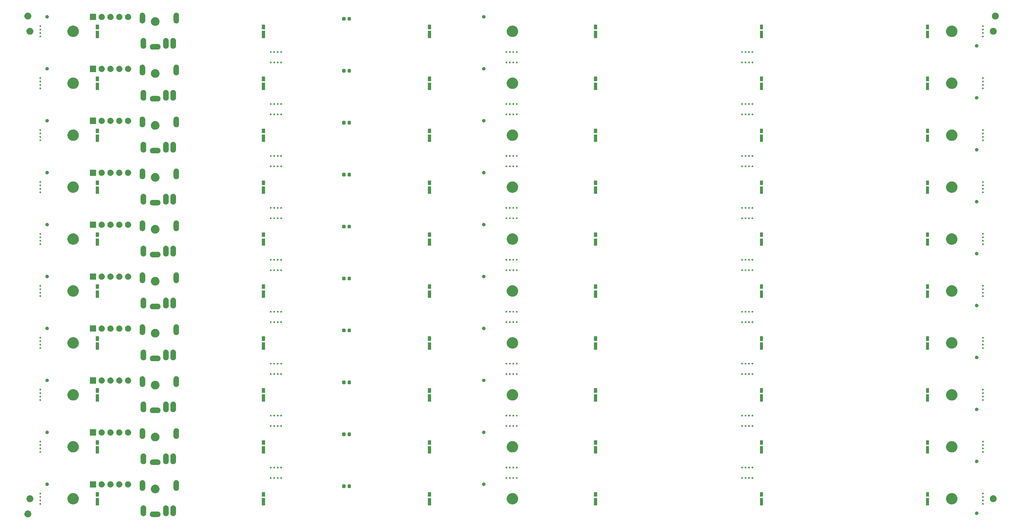
<source format=gts>
G04 #@! TF.GenerationSoftware,KiCad,Pcbnew,7.0.7*
G04 #@! TF.CreationDate,2024-02-09T15:40:01-06:00*
G04 #@! TF.ProjectId,LEDIO Panel,4c454449-4f20-4506-916e-656c2e6b6963,rev?*
G04 #@! TF.SameCoordinates,PX3e2df80PYcfe1c60*
G04 #@! TF.FileFunction,Soldermask,Top*
G04 #@! TF.FilePolarity,Negative*
%FSLAX46Y46*%
G04 Gerber Fmt 4.6, Leading zero omitted, Abs format (unit mm)*
G04 Created by KiCad (PCBNEW 7.0.7) date 2024-02-09 15:40:01*
%MOMM*%
%LPD*%
G01*
G04 APERTURE LIST*
G04 APERTURE END LIST*
G36*
X1448724Y2595201D02*
G01*
X1492218Y2595201D01*
X1540658Y2586147D01*
X1595090Y2580785D01*
X1636438Y2568243D01*
X1673518Y2561311D01*
X1724868Y2541418D01*
X1782683Y2523880D01*
X1815720Y2506222D01*
X1845501Y2494684D01*
X1897245Y2462646D01*
X1955570Y2431470D01*
X1980076Y2411359D01*
X2002311Y2397591D01*
X2051575Y2352681D01*
X2107107Y2307107D01*
X2123563Y2287055D01*
X2138611Y2273337D01*
X2182297Y2215487D01*
X2231470Y2155570D01*
X2240977Y2137782D01*
X2249762Y2126150D01*
X2284713Y2055960D01*
X2323880Y1982683D01*
X2328056Y1968914D01*
X2331972Y1961051D01*
X2355105Y1879745D01*
X2380785Y1795090D01*
X2381628Y1786527D01*
X2382446Y1783653D01*
X2390943Y1691953D01*
X2400000Y1600000D01*
X2390942Y1508040D01*
X2382446Y1416348D01*
X2381628Y1413476D01*
X2380785Y1404910D01*
X2355100Y1320241D01*
X2331972Y1238950D01*
X2328057Y1231089D01*
X2323880Y1217317D01*
X2284705Y1144028D01*
X2249762Y1073851D01*
X2240979Y1062222D01*
X2231470Y1044430D01*
X2182288Y984502D01*
X2138611Y926664D01*
X2123566Y912950D01*
X2107107Y892893D01*
X2051564Y847311D01*
X2002311Y802410D01*
X1980081Y788646D01*
X1955570Y768530D01*
X1897233Y737349D01*
X1845501Y705317D01*
X1815727Y693783D01*
X1782683Y676120D01*
X1724856Y658579D01*
X1673518Y638690D01*
X1636445Y631760D01*
X1595090Y619215D01*
X1540655Y613854D01*
X1492218Y604799D01*
X1448724Y604799D01*
X1400000Y600000D01*
X1351276Y604799D01*
X1307782Y604799D01*
X1259343Y613854D01*
X1204910Y619215D01*
X1163555Y631760D01*
X1126481Y638690D01*
X1075139Y658581D01*
X1017317Y676120D01*
X984275Y693782D01*
X954498Y705317D01*
X902759Y737353D01*
X844430Y768530D01*
X819921Y788644D01*
X797688Y802410D01*
X748425Y847319D01*
X692893Y892893D01*
X676436Y912946D01*
X661388Y926664D01*
X617699Y984518D01*
X568530Y1044430D01*
X559022Y1062217D01*
X550237Y1073851D01*
X515279Y1144055D01*
X476120Y1217317D01*
X471943Y1231084D01*
X468027Y1238950D01*
X444882Y1320294D01*
X419215Y1404910D01*
X418371Y1413470D01*
X417553Y1416348D01*
X409041Y1508204D01*
X400000Y1600000D01*
X409038Y1691773D01*
X417553Y1783653D01*
X418372Y1786532D01*
X419215Y1795090D01*
X444878Y1879692D01*
X468027Y1961051D01*
X471944Y1968919D01*
X476120Y1982683D01*
X515272Y2055932D01*
X550237Y2126150D01*
X559024Y2137787D01*
X568530Y2155570D01*
X617689Y2215472D01*
X661388Y2273337D01*
X676439Y2287059D01*
X692893Y2307107D01*
X748414Y2352673D01*
X797688Y2397591D01*
X819926Y2411361D01*
X844430Y2431470D01*
X902747Y2462642D01*
X954498Y2494684D01*
X984282Y2506223D01*
X1017317Y2523880D01*
X1075127Y2541417D01*
X1126481Y2561311D01*
X1163562Y2568243D01*
X1204910Y2580785D01*
X1259340Y2586147D01*
X1307782Y2595201D01*
X1351276Y2595201D01*
X1400000Y2600000D01*
X1448724Y2595201D01*
G37*
G36*
X39064914Y2314757D02*
G01*
X39141225Y2306736D01*
X39143947Y2305852D01*
X39153129Y2304817D01*
X39231093Y2277537D01*
X39301145Y2254775D01*
X39308844Y2250330D01*
X39323276Y2245280D01*
X39387638Y2204839D01*
X39446761Y2170704D01*
X39457842Y2160726D01*
X39475909Y2149374D01*
X39525267Y2100016D01*
X39571721Y2058188D01*
X39584011Y2041272D01*
X39603374Y2021909D01*
X39637251Y1967993D01*
X39670553Y1922158D01*
X39681497Y1897578D01*
X39699280Y1869276D01*
X39718304Y1814907D01*
X39738945Y1768548D01*
X39745782Y1736380D01*
X39758817Y1699129D01*
X39764589Y1647901D01*
X39773905Y1604072D01*
X39773905Y1565220D01*
X39779000Y1520000D01*
X39773905Y1474781D01*
X39773905Y1435929D01*
X39764589Y1392102D01*
X39758817Y1340871D01*
X39745782Y1303620D01*
X39738945Y1271453D01*
X39718306Y1225098D01*
X39699280Y1170724D01*
X39681496Y1142422D01*
X39670554Y1117845D01*
X39637259Y1072020D01*
X39603374Y1018091D01*
X39584007Y998725D01*
X39571719Y981811D01*
X39525276Y939994D01*
X39475909Y890626D01*
X39457839Y879272D01*
X39446761Y869297D01*
X39387658Y835175D01*
X39323276Y794720D01*
X39308839Y789669D01*
X39301145Y785226D01*
X39231133Y762478D01*
X39153129Y735183D01*
X39143942Y734148D01*
X39141225Y733265D01*
X39064989Y725253D01*
X38974000Y715000D01*
X38967451Y715000D01*
X37472549Y715000D01*
X37466000Y715000D01*
X37375018Y725252D01*
X37298774Y733265D01*
X37296056Y734149D01*
X37286871Y735183D01*
X37208879Y762474D01*
X37138854Y785226D01*
X37131157Y789670D01*
X37116724Y794720D01*
X37052353Y835168D01*
X36993238Y869297D01*
X36982157Y879274D01*
X36964091Y890626D01*
X36914731Y939986D01*
X36868278Y981813D01*
X36855987Y998730D01*
X36836626Y1018091D01*
X36802749Y1072005D01*
X36769446Y1117843D01*
X36758500Y1142426D01*
X36740720Y1170724D01*
X36721697Y1225088D01*
X36701054Y1271453D01*
X36694215Y1303627D01*
X36681183Y1340871D01*
X36675411Y1392092D01*
X36666094Y1435929D01*
X36666094Y1474790D01*
X36661000Y1520000D01*
X36666094Y1565211D01*
X36666094Y1604072D01*
X36675412Y1647911D01*
X36681183Y1699129D01*
X36694214Y1736372D01*
X36701054Y1768548D01*
X36721699Y1814918D01*
X36740720Y1869276D01*
X36758499Y1897572D01*
X36769445Y1922156D01*
X36802751Y1967999D01*
X36836626Y2021909D01*
X36855986Y2041270D01*
X36868280Y2058190D01*
X36914742Y2100026D01*
X36964091Y2149374D01*
X36982153Y2160724D01*
X36993238Y2170704D01*
X37052372Y2204846D01*
X37116724Y2245280D01*
X37131153Y2250330D01*
X37138854Y2254775D01*
X37208919Y2277541D01*
X37286871Y2304817D01*
X37296051Y2305852D01*
X37298774Y2306736D01*
X37375092Y2314758D01*
X37466000Y2325000D01*
X38974000Y2325000D01*
X39064914Y2314757D01*
G37*
G36*
X34865219Y4073905D02*
G01*
X34904072Y4073905D01*
X34947902Y4064589D01*
X34999129Y4058817D01*
X35036374Y4045785D01*
X35068547Y4038946D01*
X35114912Y4018303D01*
X35169276Y3999280D01*
X35197573Y3981500D01*
X35222155Y3970555D01*
X35267990Y3937254D01*
X35321909Y3903374D01*
X35341272Y3884011D01*
X35358189Y3871720D01*
X35400015Y3825268D01*
X35449374Y3775909D01*
X35460726Y3757843D01*
X35470703Y3746762D01*
X35504832Y3687647D01*
X35545280Y3623276D01*
X35550330Y3608843D01*
X35554774Y3601146D01*
X35577526Y3531121D01*
X35604817Y3453129D01*
X35605851Y3443944D01*
X35606735Y3441226D01*
X35614749Y3364976D01*
X35625000Y3274000D01*
X35625000Y1766000D01*
X35614747Y1675011D01*
X35606735Y1598775D01*
X35605852Y1596058D01*
X35604817Y1586871D01*
X35577522Y1508867D01*
X35554774Y1438855D01*
X35550331Y1431161D01*
X35545280Y1416724D01*
X35504825Y1352342D01*
X35470703Y1293239D01*
X35460728Y1282161D01*
X35449374Y1264091D01*
X35400005Y1214723D01*
X35358187Y1168279D01*
X35341273Y1155991D01*
X35321909Y1136626D01*
X35267985Y1102744D01*
X35222157Y1069447D01*
X35197579Y1058505D01*
X35169276Y1040720D01*
X35114902Y1021694D01*
X35068547Y1001055D01*
X35036380Y994218D01*
X34999129Y981183D01*
X34947900Y975411D01*
X34904072Y966095D01*
X34865219Y966095D01*
X34820000Y961000D01*
X34774781Y966095D01*
X34735928Y966095D01*
X34692099Y975411D01*
X34640871Y981183D01*
X34603620Y994218D01*
X34571452Y1001055D01*
X34525092Y1021696D01*
X34470724Y1040720D01*
X34442423Y1058503D01*
X34417844Y1069446D01*
X34372011Y1102746D01*
X34318091Y1136626D01*
X34298726Y1155991D01*
X34281810Y1168281D01*
X34239983Y1214734D01*
X34190626Y1264091D01*
X34179274Y1282158D01*
X34169296Y1293239D01*
X34135161Y1352362D01*
X34094720Y1416724D01*
X34089670Y1431156D01*
X34085225Y1438855D01*
X34062463Y1508907D01*
X34035183Y1586871D01*
X34034148Y1596053D01*
X34033264Y1598775D01*
X34025237Y1675144D01*
X34015000Y1766000D01*
X34015000Y1772540D01*
X34014999Y1772549D01*
X34014999Y3267452D01*
X34015000Y3267462D01*
X34015000Y3274000D01*
X34025235Y3364843D01*
X34033264Y3441226D01*
X34034148Y3443949D01*
X34035183Y3453129D01*
X34062459Y3531081D01*
X34085225Y3601146D01*
X34089670Y3608847D01*
X34094720Y3623276D01*
X34135154Y3687628D01*
X34169296Y3746762D01*
X34179276Y3757847D01*
X34190626Y3775909D01*
X34239975Y3825259D01*
X34281812Y3871722D01*
X34298732Y3884016D01*
X34318091Y3903374D01*
X34371996Y3937246D01*
X34417842Y3970554D01*
X34442428Y3981501D01*
X34470724Y3999280D01*
X34525082Y4018301D01*
X34571452Y4038946D01*
X34603626Y4045785D01*
X34640871Y4058817D01*
X34692096Y4064589D01*
X34735928Y4073905D01*
X34774781Y4073905D01*
X34820000Y4079000D01*
X34865219Y4073905D01*
G37*
G36*
X41365219Y4073905D02*
G01*
X41404072Y4073905D01*
X41447902Y4064589D01*
X41499129Y4058817D01*
X41536374Y4045785D01*
X41568547Y4038946D01*
X41614912Y4018303D01*
X41669276Y3999280D01*
X41697573Y3981500D01*
X41722155Y3970555D01*
X41767990Y3937254D01*
X41821909Y3903374D01*
X41841272Y3884011D01*
X41858189Y3871720D01*
X41900015Y3825268D01*
X41949374Y3775909D01*
X41960726Y3757843D01*
X41970703Y3746762D01*
X42004832Y3687647D01*
X42045280Y3623276D01*
X42050330Y3608843D01*
X42054774Y3601146D01*
X42077526Y3531121D01*
X42104817Y3453129D01*
X42105851Y3443944D01*
X42106735Y3441226D01*
X42114749Y3364976D01*
X42125000Y3274000D01*
X42125000Y1766000D01*
X42114747Y1675011D01*
X42106735Y1598775D01*
X42105852Y1596058D01*
X42104817Y1586871D01*
X42077522Y1508867D01*
X42054774Y1438855D01*
X42050331Y1431161D01*
X42045280Y1416724D01*
X42004825Y1352342D01*
X41970703Y1293239D01*
X41960728Y1282161D01*
X41949374Y1264091D01*
X41900005Y1214723D01*
X41858187Y1168279D01*
X41841273Y1155991D01*
X41821909Y1136626D01*
X41767985Y1102744D01*
X41722157Y1069447D01*
X41697579Y1058505D01*
X41669276Y1040720D01*
X41614902Y1021694D01*
X41568547Y1001055D01*
X41536380Y994218D01*
X41499129Y981183D01*
X41447900Y975411D01*
X41404072Y966095D01*
X41365219Y966095D01*
X41320000Y961000D01*
X41274781Y966095D01*
X41235928Y966095D01*
X41192099Y975411D01*
X41140871Y981183D01*
X41103620Y994218D01*
X41071452Y1001055D01*
X41025092Y1021696D01*
X40970724Y1040720D01*
X40942423Y1058503D01*
X40917844Y1069446D01*
X40872011Y1102746D01*
X40818091Y1136626D01*
X40798726Y1155991D01*
X40781810Y1168281D01*
X40739983Y1214734D01*
X40690626Y1264091D01*
X40679274Y1282158D01*
X40669296Y1293239D01*
X40635161Y1352362D01*
X40594720Y1416724D01*
X40589670Y1431156D01*
X40585225Y1438855D01*
X40562463Y1508907D01*
X40535183Y1586871D01*
X40534148Y1596053D01*
X40533264Y1598775D01*
X40525237Y1675144D01*
X40515000Y1766000D01*
X40515000Y1772540D01*
X40514999Y1772549D01*
X40514999Y3267452D01*
X40515000Y3267462D01*
X40515000Y3274000D01*
X40525235Y3364843D01*
X40533264Y3441226D01*
X40534148Y3443949D01*
X40535183Y3453129D01*
X40562459Y3531081D01*
X40585225Y3601146D01*
X40589670Y3608847D01*
X40594720Y3623276D01*
X40635154Y3687628D01*
X40669296Y3746762D01*
X40679276Y3757847D01*
X40690626Y3775909D01*
X40739975Y3825259D01*
X40781812Y3871722D01*
X40798732Y3884016D01*
X40818091Y3903374D01*
X40871996Y3937246D01*
X40917842Y3970554D01*
X40942428Y3981501D01*
X40970724Y3999280D01*
X41025082Y4018301D01*
X41071452Y4038946D01*
X41103626Y4045785D01*
X41140871Y4058817D01*
X41192096Y4064589D01*
X41235928Y4073905D01*
X41274781Y4073905D01*
X41320000Y4079000D01*
X41365219Y4073905D01*
G37*
G36*
X43465219Y4073905D02*
G01*
X43504072Y4073905D01*
X43547902Y4064589D01*
X43599129Y4058817D01*
X43636374Y4045785D01*
X43668547Y4038946D01*
X43714912Y4018303D01*
X43769276Y3999280D01*
X43797573Y3981500D01*
X43822155Y3970555D01*
X43867990Y3937254D01*
X43921909Y3903374D01*
X43941272Y3884011D01*
X43958189Y3871720D01*
X44000015Y3825268D01*
X44049374Y3775909D01*
X44060726Y3757843D01*
X44070703Y3746762D01*
X44104832Y3687647D01*
X44145280Y3623276D01*
X44150330Y3608843D01*
X44154774Y3601146D01*
X44177526Y3531121D01*
X44204817Y3453129D01*
X44205851Y3443944D01*
X44206735Y3441226D01*
X44214749Y3364976D01*
X44225000Y3274000D01*
X44225000Y1766000D01*
X44214747Y1675011D01*
X44206735Y1598775D01*
X44205852Y1596058D01*
X44204817Y1586871D01*
X44177522Y1508867D01*
X44154774Y1438855D01*
X44150331Y1431161D01*
X44145280Y1416724D01*
X44104825Y1352342D01*
X44070703Y1293239D01*
X44060728Y1282161D01*
X44049374Y1264091D01*
X44000005Y1214723D01*
X43958187Y1168279D01*
X43941273Y1155991D01*
X43921909Y1136626D01*
X43867985Y1102744D01*
X43822157Y1069447D01*
X43797579Y1058505D01*
X43769276Y1040720D01*
X43714902Y1021694D01*
X43668547Y1001055D01*
X43636380Y994218D01*
X43599129Y981183D01*
X43547900Y975411D01*
X43504072Y966095D01*
X43465219Y966095D01*
X43420000Y961000D01*
X43374781Y966095D01*
X43335928Y966095D01*
X43292099Y975411D01*
X43240871Y981183D01*
X43203620Y994218D01*
X43171452Y1001055D01*
X43125092Y1021696D01*
X43070724Y1040720D01*
X43042423Y1058503D01*
X43017844Y1069446D01*
X42972011Y1102746D01*
X42918091Y1136626D01*
X42898726Y1155991D01*
X42881810Y1168281D01*
X42839983Y1214734D01*
X42790626Y1264091D01*
X42779274Y1282158D01*
X42769296Y1293239D01*
X42735161Y1352362D01*
X42694720Y1416724D01*
X42689670Y1431156D01*
X42685225Y1438855D01*
X42662463Y1508907D01*
X42635183Y1586871D01*
X42634148Y1596053D01*
X42633264Y1598775D01*
X42625237Y1675144D01*
X42615000Y1766000D01*
X42615000Y1772540D01*
X42614999Y1772549D01*
X42614999Y3267452D01*
X42615000Y3267462D01*
X42615000Y3274000D01*
X42625235Y3364843D01*
X42633264Y3441226D01*
X42634148Y3443949D01*
X42635183Y3453129D01*
X42662459Y3531081D01*
X42685225Y3601146D01*
X42689670Y3608847D01*
X42694720Y3623276D01*
X42735154Y3687628D01*
X42769296Y3746762D01*
X42779276Y3757847D01*
X42790626Y3775909D01*
X42839975Y3825259D01*
X42881812Y3871722D01*
X42898732Y3884016D01*
X42918091Y3903374D01*
X42971996Y3937246D01*
X43017842Y3970554D01*
X43042428Y3981501D01*
X43070724Y3999280D01*
X43125082Y4018301D01*
X43171452Y4038946D01*
X43203626Y4045785D01*
X43240871Y4058817D01*
X43292096Y4064589D01*
X43335928Y4073905D01*
X43374781Y4073905D01*
X43420000Y4079000D01*
X43465219Y4073905D01*
G37*
G36*
X275768315Y2288911D02*
G01*
X275777157Y2288911D01*
X275823369Y2275342D01*
X275882978Y2260650D01*
X275895134Y2254270D01*
X275913708Y2248816D01*
X275950159Y2225391D01*
X275989510Y2204737D01*
X276008568Y2187853D01*
X276033430Y2171875D01*
X276055985Y2145845D01*
X276079567Y2124953D01*
X276101023Y2093869D01*
X276126627Y2064320D01*
X276136809Y2042023D01*
X276147915Y2025934D01*
X276166323Y1977396D01*
X276185746Y1934866D01*
X276187756Y1920884D01*
X276190579Y1913441D01*
X276200092Y1835085D01*
X276206000Y1794000D01*
X276200091Y1752907D01*
X276190579Y1674560D01*
X276187756Y1667119D01*
X276185746Y1653134D01*
X276166321Y1610600D01*
X276147915Y1562067D01*
X276136811Y1545981D01*
X276126627Y1523680D01*
X276101019Y1494128D01*
X276079567Y1463048D01*
X276055989Y1442161D01*
X276033430Y1416125D01*
X276008564Y1400145D01*
X275989510Y1383264D01*
X275950167Y1362616D01*
X275913708Y1339184D01*
X275895130Y1333730D01*
X275882978Y1327351D01*
X275823380Y1312662D01*
X275777157Y1299089D01*
X275768315Y1299089D01*
X275766157Y1298557D01*
X275645843Y1298557D01*
X275643685Y1299089D01*
X275634843Y1299089D01*
X275588622Y1312661D01*
X275529021Y1327351D01*
X275516867Y1333730D01*
X275498292Y1339184D01*
X275461836Y1362613D01*
X275422489Y1383264D01*
X275403432Y1400148D01*
X275378570Y1416125D01*
X275356013Y1442157D01*
X275332432Y1463048D01*
X275310975Y1494134D01*
X275285373Y1523680D01*
X275275190Y1545976D01*
X275264084Y1562067D01*
X275245672Y1610613D01*
X275226254Y1653134D01*
X275224243Y1667115D01*
X275221420Y1674560D01*
X275211902Y1752951D01*
X275206000Y1794000D01*
X275211900Y1835041D01*
X275221420Y1913441D01*
X275224244Y1920888D01*
X275226254Y1934866D01*
X275245670Y1977383D01*
X275264084Y2025934D01*
X275275192Y2042028D01*
X275285373Y2064320D01*
X275310971Y2093863D01*
X275332432Y2124953D01*
X275356017Y2145849D01*
X275378570Y2171875D01*
X275403428Y2187851D01*
X275422489Y2204737D01*
X275461845Y2225394D01*
X275498292Y2248816D01*
X275516863Y2254269D01*
X275529021Y2260650D01*
X275588632Y2275343D01*
X275634843Y2288911D01*
X275643685Y2288911D01*
X275645843Y2289443D01*
X275766157Y2289443D01*
X275768315Y2288911D01*
G37*
G36*
X21919517Y6147118D02*
G01*
X21936062Y6136062D01*
X21947118Y6119517D01*
X21951000Y6100000D01*
X21951000Y4100000D01*
X21947118Y4080483D01*
X21936062Y4063938D01*
X21919517Y4052882D01*
X21900000Y4049000D01*
X21100000Y4049000D01*
X21080483Y4052882D01*
X21063938Y4063938D01*
X21052882Y4080483D01*
X21049000Y4100000D01*
X21049000Y6100000D01*
X21052882Y6119517D01*
X21063938Y6136062D01*
X21080483Y6147118D01*
X21100000Y6151000D01*
X21900000Y6151000D01*
X21919517Y6147118D01*
G37*
G36*
X69919517Y6147118D02*
G01*
X69936062Y6136062D01*
X69947118Y6119517D01*
X69951000Y6100000D01*
X69951000Y4100000D01*
X69947118Y4080483D01*
X69936062Y4063938D01*
X69919517Y4052882D01*
X69900000Y4049000D01*
X69100000Y4049000D01*
X69080483Y4052882D01*
X69063938Y4063938D01*
X69052882Y4080483D01*
X69049000Y4100000D01*
X69049000Y6100000D01*
X69052882Y6119517D01*
X69063938Y6136062D01*
X69080483Y6147118D01*
X69100000Y6151000D01*
X69900000Y6151000D01*
X69919517Y6147118D01*
G37*
G36*
X117919517Y6147118D02*
G01*
X117936062Y6136062D01*
X117947118Y6119517D01*
X117951000Y6100000D01*
X117951000Y4100000D01*
X117947118Y4080483D01*
X117936062Y4063938D01*
X117919517Y4052882D01*
X117900000Y4049000D01*
X117100000Y4049000D01*
X117080483Y4052882D01*
X117063938Y4063938D01*
X117052882Y4080483D01*
X117049000Y4100000D01*
X117049000Y6100000D01*
X117052882Y6119517D01*
X117063938Y6136062D01*
X117080483Y6147118D01*
X117100000Y6151000D01*
X117900000Y6151000D01*
X117919517Y6147118D01*
G37*
G36*
X165919517Y6147118D02*
G01*
X165936062Y6136062D01*
X165947118Y6119517D01*
X165951000Y6100000D01*
X165951000Y4100000D01*
X165947118Y4080483D01*
X165936062Y4063938D01*
X165919517Y4052882D01*
X165900000Y4049000D01*
X165100000Y4049000D01*
X165080483Y4052882D01*
X165063938Y4063938D01*
X165052882Y4080483D01*
X165049000Y4100000D01*
X165049000Y6100000D01*
X165052882Y6119517D01*
X165063938Y6136062D01*
X165080483Y6147118D01*
X165100000Y6151000D01*
X165900000Y6151000D01*
X165919517Y6147118D01*
G37*
G36*
X213919517Y6147118D02*
G01*
X213936062Y6136062D01*
X213947118Y6119517D01*
X213951000Y6100000D01*
X213951000Y4100000D01*
X213947118Y4080483D01*
X213936062Y4063938D01*
X213919517Y4052882D01*
X213900000Y4049000D01*
X213100000Y4049000D01*
X213080483Y4052882D01*
X213063938Y4063938D01*
X213052882Y4080483D01*
X213049000Y4100000D01*
X213049000Y6100000D01*
X213052882Y6119517D01*
X213063938Y6136062D01*
X213080483Y6147118D01*
X213100000Y6151000D01*
X213900000Y6151000D01*
X213919517Y6147118D01*
G37*
G36*
X261919517Y6147118D02*
G01*
X261936062Y6136062D01*
X261947118Y6119517D01*
X261951000Y6100000D01*
X261951000Y4100000D01*
X261947118Y4080483D01*
X261936062Y4063938D01*
X261919517Y4052882D01*
X261900000Y4049000D01*
X261100000Y4049000D01*
X261080483Y4052882D01*
X261063938Y4063938D01*
X261052882Y4080483D01*
X261049000Y4100000D01*
X261049000Y6100000D01*
X261052882Y6119517D01*
X261063938Y6136062D01*
X261080483Y6147118D01*
X261100000Y6151000D01*
X261900000Y6151000D01*
X261919517Y6147118D01*
G37*
G36*
X5038436Y4742355D02*
G01*
X5076773Y4736283D01*
X5081775Y4733734D01*
X5095671Y4730970D01*
X5122876Y4712792D01*
X5146029Y4700995D01*
X5157097Y4689927D01*
X5176777Y4676777D01*
X5189926Y4657098D01*
X5200994Y4646030D01*
X5212789Y4622881D01*
X5230970Y4595671D01*
X5233734Y4581775D01*
X5236282Y4576774D01*
X5242350Y4538459D01*
X5250000Y4500000D01*
X5242349Y4461540D01*
X5236282Y4423227D01*
X5233734Y4418228D01*
X5230970Y4404329D01*
X5212787Y4377117D01*
X5200994Y4353971D01*
X5189928Y4342906D01*
X5176777Y4323223D01*
X5157094Y4310072D01*
X5146029Y4299006D01*
X5122883Y4287213D01*
X5095671Y4269030D01*
X5081772Y4266266D01*
X5076773Y4263718D01*
X5038462Y4257651D01*
X5000000Y4250000D01*
X4961543Y4257650D01*
X4923226Y4263718D01*
X4918225Y4266266D01*
X4904329Y4269030D01*
X4877119Y4287211D01*
X4853970Y4299006D01*
X4842902Y4310074D01*
X4823223Y4323223D01*
X4810073Y4342903D01*
X4799005Y4353971D01*
X4787208Y4377124D01*
X4769030Y4404329D01*
X4766266Y4418225D01*
X4763717Y4423227D01*
X4757645Y4461564D01*
X4750000Y4500000D01*
X4757644Y4538435D01*
X4763717Y4576774D01*
X4766266Y4581778D01*
X4769030Y4595671D01*
X4787206Y4622874D01*
X4799005Y4646030D01*
X4810075Y4657101D01*
X4823223Y4676777D01*
X4842899Y4689925D01*
X4853970Y4700995D01*
X4877126Y4712794D01*
X4904329Y4730970D01*
X4918222Y4733734D01*
X4923226Y4736283D01*
X4961565Y4742356D01*
X5000000Y4750000D01*
X5038436Y4742355D01*
G37*
G36*
X277538436Y4742355D02*
G01*
X277576773Y4736283D01*
X277581775Y4733734D01*
X277595671Y4730970D01*
X277622876Y4712792D01*
X277646029Y4700995D01*
X277657097Y4689927D01*
X277676777Y4676777D01*
X277689926Y4657098D01*
X277700994Y4646030D01*
X277712789Y4622881D01*
X277730970Y4595671D01*
X277733734Y4581775D01*
X277736282Y4576774D01*
X277742350Y4538459D01*
X277750000Y4500000D01*
X277742349Y4461540D01*
X277736282Y4423227D01*
X277733734Y4418228D01*
X277730970Y4404329D01*
X277712787Y4377117D01*
X277700994Y4353971D01*
X277689928Y4342906D01*
X277676777Y4323223D01*
X277657094Y4310072D01*
X277646029Y4299006D01*
X277622883Y4287213D01*
X277595671Y4269030D01*
X277581772Y4266266D01*
X277576773Y4263718D01*
X277538462Y4257651D01*
X277500000Y4250000D01*
X277461543Y4257650D01*
X277423226Y4263718D01*
X277418225Y4266266D01*
X277404329Y4269030D01*
X277377119Y4287211D01*
X277353970Y4299006D01*
X277342902Y4310074D01*
X277323223Y4323223D01*
X277310073Y4342903D01*
X277299005Y4353971D01*
X277287208Y4377124D01*
X277269030Y4404329D01*
X277266266Y4418225D01*
X277263717Y4423227D01*
X277257645Y4461562D01*
X277250000Y4500000D01*
X277257644Y4538433D01*
X277263717Y4576774D01*
X277266266Y4581778D01*
X277269030Y4595671D01*
X277287206Y4622874D01*
X277299005Y4646030D01*
X277310075Y4657101D01*
X277323223Y4676777D01*
X277342899Y4689925D01*
X277353970Y4700995D01*
X277377126Y4712794D01*
X277404329Y4730970D01*
X277418222Y4733734D01*
X277423226Y4736283D01*
X277461565Y4742356D01*
X277500000Y4750000D01*
X277538436Y4742355D01*
G37*
G36*
X14563098Y7646034D02*
G01*
X14623353Y7646034D01*
X14689199Y7636110D01*
X14758273Y7630673D01*
X14813947Y7617307D01*
X14867302Y7609265D01*
X14937021Y7587760D01*
X15010187Y7570194D01*
X15057495Y7550599D01*
X15103052Y7536546D01*
X15174569Y7502105D01*
X15249538Y7471052D01*
X15288022Y7447469D01*
X15325322Y7429506D01*
X15396271Y7381134D01*
X15470433Y7335687D01*
X15500127Y7310326D01*
X15529162Y7290530D01*
X15596956Y7227626D01*
X15667433Y7167433D01*
X15688834Y7142375D01*
X15710011Y7122726D01*
X15771925Y7045089D01*
X15835687Y6970433D01*
X15849709Y6947551D01*
X15863830Y6929844D01*
X15917087Y6837601D01*
X15971052Y6749538D01*
X15978977Y6730403D01*
X15987185Y6716188D01*
X16029038Y6609546D01*
X16070194Y6510187D01*
X16073597Y6496009D01*
X16077314Y6486540D01*
X16105157Y6364554D01*
X16130673Y6258273D01*
X16131334Y6249867D01*
X16132214Y6246014D01*
X16143684Y6092957D01*
X16151000Y6000000D01*
X16143681Y5907012D01*
X16132214Y5753987D01*
X16131334Y5750135D01*
X16130673Y5741727D01*
X16105152Y5635427D01*
X16077314Y5513461D01*
X16073598Y5503995D01*
X16070194Y5489813D01*
X16029031Y5390437D01*
X15987185Y5283813D01*
X15978979Y5269601D01*
X15971052Y5250462D01*
X15917077Y5162384D01*
X15863830Y5070157D01*
X15849712Y5052454D01*
X15835687Y5029567D01*
X15771913Y4954898D01*
X15710011Y4877275D01*
X15688838Y4857631D01*
X15667433Y4832567D01*
X15596942Y4772363D01*
X15529162Y4709471D01*
X15500133Y4689680D01*
X15470433Y4664313D01*
X15396257Y4618858D01*
X15325322Y4570495D01*
X15288030Y4552537D01*
X15249538Y4528948D01*
X15174554Y4497890D01*
X15103052Y4463455D01*
X15057504Y4449406D01*
X15010187Y4429806D01*
X14937007Y4412238D01*
X14867302Y4390736D01*
X14813955Y4382696D01*
X14758273Y4369327D01*
X14689195Y4363891D01*
X14623353Y4353966D01*
X14563098Y4353966D01*
X14500000Y4349000D01*
X14436902Y4353966D01*
X14376647Y4353966D01*
X14310803Y4363891D01*
X14241727Y4369327D01*
X14186045Y4382695D01*
X14132697Y4390736D01*
X14062988Y4412239D01*
X13989813Y4429806D01*
X13942498Y4449405D01*
X13896947Y4463455D01*
X13825438Y4497893D01*
X13750462Y4528948D01*
X13711972Y4552535D01*
X13674675Y4570496D01*
X13603726Y4618869D01*
X13529567Y4664313D01*
X13499873Y4689674D01*
X13470839Y4709469D01*
X13403043Y4772375D01*
X13332567Y4832567D01*
X13311164Y4857626D01*
X13289988Y4877275D01*
X13228071Y4954916D01*
X13164313Y5029567D01*
X13150291Y5052449D01*
X13136169Y5070157D01*
X13082905Y5162412D01*
X13028948Y5250462D01*
X13021023Y5269595D01*
X13012814Y5283813D01*
X12970949Y5390483D01*
X12929806Y5489813D01*
X12926402Y5503988D01*
X12922685Y5513461D01*
X12894827Y5635512D01*
X12869327Y5741727D01*
X12868665Y5750129D01*
X12867785Y5753987D01*
X12856297Y5907278D01*
X12849000Y6000000D01*
X12856295Y6092691D01*
X12867785Y6246014D01*
X12868665Y6249874D01*
X12869327Y6258273D01*
X12894822Y6364470D01*
X12922685Y6486540D01*
X12926403Y6496016D01*
X12929806Y6510187D01*
X12970942Y6609500D01*
X13012814Y6716188D01*
X13021024Y6730410D01*
X13028948Y6749538D01*
X13082895Y6837573D01*
X13136169Y6929844D01*
X13150293Y6947557D01*
X13164313Y6970433D01*
X13228059Y7045071D01*
X13289988Y7122726D01*
X13311169Y7142380D01*
X13332567Y7167433D01*
X13403029Y7227614D01*
X13470839Y7290532D01*
X13499879Y7310332D01*
X13529567Y7335687D01*
X13603711Y7381124D01*
X13674675Y7429505D01*
X13711980Y7447471D01*
X13750462Y7471052D01*
X13825423Y7502102D01*
X13896947Y7536546D01*
X13942507Y7550600D01*
X13989813Y7570194D01*
X14062973Y7587759D01*
X14132697Y7609265D01*
X14186054Y7617308D01*
X14241727Y7630673D01*
X14310799Y7636110D01*
X14376647Y7646034D01*
X14436902Y7646034D01*
X14500000Y7651000D01*
X14563098Y7646034D01*
G37*
G36*
X141563098Y7646034D02*
G01*
X141623353Y7646034D01*
X141689199Y7636110D01*
X141758273Y7630673D01*
X141813947Y7617307D01*
X141867302Y7609265D01*
X141937021Y7587760D01*
X142010187Y7570194D01*
X142057495Y7550599D01*
X142103052Y7536546D01*
X142174569Y7502105D01*
X142249538Y7471052D01*
X142288022Y7447469D01*
X142325322Y7429506D01*
X142396271Y7381134D01*
X142470433Y7335687D01*
X142500127Y7310326D01*
X142529162Y7290530D01*
X142596956Y7227626D01*
X142667433Y7167433D01*
X142688834Y7142375D01*
X142710011Y7122726D01*
X142771925Y7045089D01*
X142835687Y6970433D01*
X142849709Y6947551D01*
X142863830Y6929844D01*
X142917087Y6837601D01*
X142971052Y6749538D01*
X142978977Y6730403D01*
X142987185Y6716188D01*
X143029038Y6609546D01*
X143070194Y6510187D01*
X143073597Y6496009D01*
X143077314Y6486540D01*
X143105157Y6364554D01*
X143130673Y6258273D01*
X143131334Y6249867D01*
X143132214Y6246014D01*
X143143684Y6092957D01*
X143151000Y6000000D01*
X143143681Y5907012D01*
X143132214Y5753987D01*
X143131334Y5750135D01*
X143130673Y5741727D01*
X143105152Y5635427D01*
X143077314Y5513461D01*
X143073598Y5503995D01*
X143070194Y5489813D01*
X143029031Y5390437D01*
X142987185Y5283813D01*
X142978979Y5269601D01*
X142971052Y5250462D01*
X142917077Y5162384D01*
X142863830Y5070157D01*
X142849712Y5052454D01*
X142835687Y5029567D01*
X142771913Y4954898D01*
X142710011Y4877275D01*
X142688838Y4857631D01*
X142667433Y4832567D01*
X142596942Y4772363D01*
X142529162Y4709471D01*
X142500133Y4689680D01*
X142470433Y4664313D01*
X142396257Y4618858D01*
X142325322Y4570495D01*
X142288030Y4552537D01*
X142249538Y4528948D01*
X142174554Y4497890D01*
X142103052Y4463455D01*
X142057504Y4449406D01*
X142010187Y4429806D01*
X141937007Y4412238D01*
X141867302Y4390736D01*
X141813955Y4382696D01*
X141758273Y4369327D01*
X141689195Y4363891D01*
X141623353Y4353966D01*
X141563098Y4353966D01*
X141500000Y4349000D01*
X141436902Y4353966D01*
X141376647Y4353966D01*
X141310803Y4363891D01*
X141241727Y4369327D01*
X141186045Y4382695D01*
X141132697Y4390736D01*
X141062988Y4412239D01*
X140989813Y4429806D01*
X140942498Y4449405D01*
X140896947Y4463455D01*
X140825438Y4497893D01*
X140750462Y4528948D01*
X140711972Y4552535D01*
X140674675Y4570496D01*
X140603726Y4618869D01*
X140529567Y4664313D01*
X140499873Y4689674D01*
X140470839Y4709469D01*
X140403043Y4772375D01*
X140332567Y4832567D01*
X140311164Y4857626D01*
X140289988Y4877275D01*
X140228071Y4954916D01*
X140164313Y5029567D01*
X140150291Y5052449D01*
X140136169Y5070157D01*
X140082905Y5162412D01*
X140028948Y5250462D01*
X140021023Y5269595D01*
X140012814Y5283813D01*
X139970949Y5390483D01*
X139929806Y5489813D01*
X139926402Y5503988D01*
X139922685Y5513461D01*
X139894827Y5635512D01*
X139869327Y5741727D01*
X139868665Y5750129D01*
X139867785Y5753987D01*
X139856297Y5907278D01*
X139849000Y6000000D01*
X139856295Y6092691D01*
X139867785Y6246014D01*
X139868665Y6249874D01*
X139869327Y6258273D01*
X139894822Y6364470D01*
X139922685Y6486540D01*
X139926403Y6496016D01*
X139929806Y6510187D01*
X139970942Y6609500D01*
X140012814Y6716188D01*
X140021024Y6730410D01*
X140028948Y6749538D01*
X140082895Y6837573D01*
X140136169Y6929844D01*
X140150293Y6947557D01*
X140164313Y6970433D01*
X140228059Y7045071D01*
X140289988Y7122726D01*
X140311169Y7142380D01*
X140332567Y7167433D01*
X140403029Y7227614D01*
X140470839Y7290532D01*
X140499879Y7310332D01*
X140529567Y7335687D01*
X140603711Y7381124D01*
X140674675Y7429505D01*
X140711980Y7447471D01*
X140750462Y7471052D01*
X140825423Y7502102D01*
X140896947Y7536546D01*
X140942507Y7550600D01*
X140989813Y7570194D01*
X141062973Y7587759D01*
X141132697Y7609265D01*
X141186054Y7617308D01*
X141241727Y7630673D01*
X141310799Y7636110D01*
X141376647Y7646034D01*
X141436902Y7646034D01*
X141500000Y7651000D01*
X141563098Y7646034D01*
G37*
G36*
X268563098Y7646034D02*
G01*
X268623353Y7646034D01*
X268689199Y7636110D01*
X268758273Y7630673D01*
X268813947Y7617307D01*
X268867302Y7609265D01*
X268937021Y7587760D01*
X269010187Y7570194D01*
X269057495Y7550599D01*
X269103052Y7536546D01*
X269174569Y7502105D01*
X269249538Y7471052D01*
X269288022Y7447469D01*
X269325322Y7429506D01*
X269396271Y7381134D01*
X269470433Y7335687D01*
X269500127Y7310326D01*
X269529162Y7290530D01*
X269596956Y7227626D01*
X269667433Y7167433D01*
X269688834Y7142375D01*
X269710011Y7122726D01*
X269771925Y7045089D01*
X269835687Y6970433D01*
X269849709Y6947551D01*
X269863830Y6929844D01*
X269917087Y6837601D01*
X269971052Y6749538D01*
X269978977Y6730403D01*
X269987185Y6716188D01*
X270029038Y6609546D01*
X270070194Y6510187D01*
X270073597Y6496009D01*
X270077314Y6486540D01*
X270105157Y6364554D01*
X270130673Y6258273D01*
X270131334Y6249867D01*
X270132214Y6246014D01*
X270143683Y6092969D01*
X270151000Y6000000D01*
X270143682Y5907025D01*
X270132214Y5753987D01*
X270131334Y5750135D01*
X270130673Y5741727D01*
X270105152Y5635427D01*
X270077314Y5513461D01*
X270073598Y5503995D01*
X270070194Y5489813D01*
X270029031Y5390437D01*
X269987185Y5283813D01*
X269978979Y5269601D01*
X269971052Y5250462D01*
X269917077Y5162384D01*
X269863830Y5070157D01*
X269849712Y5052454D01*
X269835687Y5029567D01*
X269771913Y4954898D01*
X269710011Y4877275D01*
X269688838Y4857631D01*
X269667433Y4832567D01*
X269596942Y4772363D01*
X269529162Y4709471D01*
X269500133Y4689680D01*
X269470433Y4664313D01*
X269396257Y4618858D01*
X269325322Y4570495D01*
X269288030Y4552537D01*
X269249538Y4528948D01*
X269174554Y4497890D01*
X269103052Y4463455D01*
X269057504Y4449406D01*
X269010187Y4429806D01*
X268937007Y4412238D01*
X268867302Y4390736D01*
X268813955Y4382696D01*
X268758273Y4369327D01*
X268689195Y4363891D01*
X268623353Y4353966D01*
X268563098Y4353966D01*
X268500000Y4349000D01*
X268436902Y4353966D01*
X268376647Y4353966D01*
X268310803Y4363891D01*
X268241727Y4369327D01*
X268186045Y4382695D01*
X268132697Y4390736D01*
X268062988Y4412239D01*
X267989813Y4429806D01*
X267942498Y4449405D01*
X267896947Y4463455D01*
X267825438Y4497893D01*
X267750462Y4528948D01*
X267711972Y4552535D01*
X267674675Y4570496D01*
X267603726Y4618869D01*
X267529567Y4664313D01*
X267499873Y4689674D01*
X267470839Y4709469D01*
X267403043Y4772375D01*
X267332567Y4832567D01*
X267311164Y4857626D01*
X267289988Y4877275D01*
X267228071Y4954916D01*
X267164313Y5029567D01*
X267150291Y5052449D01*
X267136169Y5070157D01*
X267082905Y5162412D01*
X267028948Y5250462D01*
X267021023Y5269595D01*
X267012814Y5283813D01*
X266970949Y5390483D01*
X266929806Y5489813D01*
X266926402Y5503988D01*
X266922685Y5513461D01*
X266894827Y5635512D01*
X266869327Y5741727D01*
X266868665Y5750129D01*
X266867785Y5753987D01*
X266856297Y5907278D01*
X266849000Y6000000D01*
X266856295Y6092691D01*
X266867785Y6246014D01*
X266868665Y6249874D01*
X266869327Y6258273D01*
X266894822Y6364470D01*
X266922685Y6486540D01*
X266926403Y6496016D01*
X266929806Y6510187D01*
X266970942Y6609500D01*
X267012814Y6716188D01*
X267021024Y6730410D01*
X267028948Y6749538D01*
X267082895Y6837573D01*
X267136169Y6929844D01*
X267150293Y6947557D01*
X267164313Y6970433D01*
X267228059Y7045071D01*
X267289988Y7122726D01*
X267311169Y7142380D01*
X267332567Y7167433D01*
X267403029Y7227614D01*
X267470839Y7290532D01*
X267499879Y7310332D01*
X267529567Y7335687D01*
X267603711Y7381124D01*
X267674675Y7429505D01*
X267711980Y7447471D01*
X267750462Y7471052D01*
X267825423Y7502102D01*
X267896947Y7536546D01*
X267942507Y7550600D01*
X267989813Y7570194D01*
X268062973Y7587759D01*
X268132697Y7609265D01*
X268186054Y7617308D01*
X268241727Y7630673D01*
X268310799Y7636110D01*
X268376647Y7646034D01*
X268436902Y7646034D01*
X268500000Y7651000D01*
X268563098Y7646034D01*
G37*
G36*
X2048724Y6995201D02*
G01*
X2092218Y6995201D01*
X2140658Y6986147D01*
X2195090Y6980785D01*
X2236438Y6968243D01*
X2273518Y6961311D01*
X2324868Y6941418D01*
X2382683Y6923880D01*
X2415720Y6906222D01*
X2445501Y6894684D01*
X2497245Y6862646D01*
X2555570Y6831470D01*
X2580076Y6811359D01*
X2602311Y6797591D01*
X2651575Y6752681D01*
X2707107Y6707107D01*
X2723563Y6687055D01*
X2738611Y6673337D01*
X2782297Y6615487D01*
X2831470Y6555570D01*
X2840977Y6537782D01*
X2849762Y6526150D01*
X2884713Y6455960D01*
X2923880Y6382683D01*
X2928056Y6368914D01*
X2931972Y6361051D01*
X2955105Y6279745D01*
X2980785Y6195090D01*
X2981628Y6186527D01*
X2982446Y6183653D01*
X2990943Y6091953D01*
X3000000Y6000000D01*
X2990942Y5908040D01*
X2982446Y5816348D01*
X2981628Y5813476D01*
X2980785Y5804910D01*
X2955100Y5720241D01*
X2931972Y5638950D01*
X2928057Y5631089D01*
X2923880Y5617317D01*
X2884705Y5544028D01*
X2849762Y5473851D01*
X2840979Y5462222D01*
X2831470Y5444430D01*
X2782288Y5384502D01*
X2738611Y5326664D01*
X2723566Y5312950D01*
X2707107Y5292893D01*
X2651564Y5247311D01*
X2602311Y5202410D01*
X2580081Y5188646D01*
X2555570Y5168530D01*
X2497233Y5137349D01*
X2445501Y5105317D01*
X2415727Y5093783D01*
X2382683Y5076120D01*
X2324856Y5058579D01*
X2273518Y5038690D01*
X2236445Y5031760D01*
X2195090Y5019215D01*
X2140655Y5013854D01*
X2092218Y5004799D01*
X2048724Y5004799D01*
X2000000Y5000000D01*
X1951276Y5004799D01*
X1907782Y5004799D01*
X1859343Y5013854D01*
X1804910Y5019215D01*
X1763555Y5031760D01*
X1726481Y5038690D01*
X1675139Y5058581D01*
X1617317Y5076120D01*
X1584275Y5093782D01*
X1554498Y5105317D01*
X1502759Y5137353D01*
X1444430Y5168530D01*
X1419921Y5188644D01*
X1397688Y5202410D01*
X1348425Y5247319D01*
X1292893Y5292893D01*
X1276436Y5312946D01*
X1261388Y5326664D01*
X1217699Y5384518D01*
X1168530Y5444430D01*
X1159022Y5462217D01*
X1150237Y5473851D01*
X1115279Y5544055D01*
X1076120Y5617317D01*
X1071943Y5631084D01*
X1068027Y5638950D01*
X1044882Y5720294D01*
X1019215Y5804910D01*
X1018371Y5813470D01*
X1017553Y5816348D01*
X1009041Y5908204D01*
X1000000Y6000000D01*
X1009038Y6091773D01*
X1017553Y6183653D01*
X1018372Y6186532D01*
X1019215Y6195090D01*
X1044878Y6279692D01*
X1068027Y6361051D01*
X1071944Y6368919D01*
X1076120Y6382683D01*
X1115272Y6455932D01*
X1150237Y6526150D01*
X1159024Y6537787D01*
X1168530Y6555570D01*
X1217689Y6615472D01*
X1261388Y6673337D01*
X1276439Y6687059D01*
X1292893Y6707107D01*
X1348414Y6752673D01*
X1397688Y6797591D01*
X1419926Y6811361D01*
X1444430Y6831470D01*
X1502747Y6862642D01*
X1554498Y6894684D01*
X1584282Y6906223D01*
X1617317Y6923880D01*
X1675127Y6941417D01*
X1726481Y6961311D01*
X1763562Y6968243D01*
X1804910Y6980785D01*
X1859340Y6986147D01*
X1907782Y6995201D01*
X1951276Y6995201D01*
X2000000Y7000000D01*
X2048724Y6995201D01*
G37*
G36*
X280548724Y6995201D02*
G01*
X280592218Y6995201D01*
X280640658Y6986147D01*
X280695090Y6980785D01*
X280736438Y6968243D01*
X280773518Y6961311D01*
X280824868Y6941418D01*
X280882683Y6923880D01*
X280915720Y6906222D01*
X280945501Y6894684D01*
X280997245Y6862646D01*
X281055570Y6831470D01*
X281080076Y6811359D01*
X281102311Y6797591D01*
X281151575Y6752681D01*
X281207107Y6707107D01*
X281223563Y6687055D01*
X281238611Y6673337D01*
X281282297Y6615487D01*
X281331470Y6555570D01*
X281340977Y6537782D01*
X281349762Y6526150D01*
X281384713Y6455960D01*
X281423880Y6382683D01*
X281428056Y6368914D01*
X281431972Y6361051D01*
X281455105Y6279745D01*
X281480785Y6195090D01*
X281481628Y6186527D01*
X281482446Y6183653D01*
X281490944Y6091945D01*
X281500000Y6000000D01*
X281490941Y5908032D01*
X281482446Y5816348D01*
X281481628Y5813476D01*
X281480785Y5804910D01*
X281455100Y5720241D01*
X281431972Y5638950D01*
X281428057Y5631089D01*
X281423880Y5617317D01*
X281384705Y5544028D01*
X281349762Y5473851D01*
X281340979Y5462222D01*
X281331470Y5444430D01*
X281282288Y5384502D01*
X281238611Y5326664D01*
X281223566Y5312950D01*
X281207107Y5292893D01*
X281151564Y5247311D01*
X281102311Y5202410D01*
X281080081Y5188646D01*
X281055570Y5168530D01*
X280997233Y5137349D01*
X280945501Y5105317D01*
X280915727Y5093783D01*
X280882683Y5076120D01*
X280824856Y5058579D01*
X280773518Y5038690D01*
X280736445Y5031760D01*
X280695090Y5019215D01*
X280640655Y5013854D01*
X280592218Y5004799D01*
X280548724Y5004799D01*
X280500000Y5000000D01*
X280451276Y5004799D01*
X280407782Y5004799D01*
X280359343Y5013854D01*
X280304910Y5019215D01*
X280263555Y5031760D01*
X280226481Y5038690D01*
X280175139Y5058581D01*
X280117317Y5076120D01*
X280084275Y5093782D01*
X280054498Y5105317D01*
X280002759Y5137353D01*
X279944430Y5168530D01*
X279919921Y5188644D01*
X279897688Y5202410D01*
X279848425Y5247319D01*
X279792893Y5292893D01*
X279776436Y5312946D01*
X279761388Y5326664D01*
X279717699Y5384518D01*
X279668530Y5444430D01*
X279659022Y5462217D01*
X279650237Y5473851D01*
X279615279Y5544055D01*
X279576120Y5617317D01*
X279571943Y5631084D01*
X279568027Y5638950D01*
X279544882Y5720294D01*
X279519215Y5804910D01*
X279518371Y5813470D01*
X279517553Y5816348D01*
X279509040Y5908212D01*
X279500000Y6000000D01*
X279509039Y6091781D01*
X279517553Y6183653D01*
X279518372Y6186532D01*
X279519215Y6195090D01*
X279544878Y6279692D01*
X279568027Y6361051D01*
X279571944Y6368919D01*
X279576120Y6382683D01*
X279615272Y6455932D01*
X279650237Y6526150D01*
X279659024Y6537787D01*
X279668530Y6555570D01*
X279717689Y6615472D01*
X279761388Y6673337D01*
X279776439Y6687059D01*
X279792893Y6707107D01*
X279848414Y6752673D01*
X279897688Y6797591D01*
X279919926Y6811361D01*
X279944430Y6831470D01*
X280002747Y6862642D01*
X280054498Y6894684D01*
X280084282Y6906223D01*
X280117317Y6923880D01*
X280175127Y6941417D01*
X280226481Y6961311D01*
X280263562Y6968243D01*
X280304910Y6980785D01*
X280359340Y6986147D01*
X280407782Y6995201D01*
X280451276Y6995201D01*
X280500000Y7000000D01*
X280548724Y6995201D01*
G37*
G36*
X5038436Y5742355D02*
G01*
X5076773Y5736283D01*
X5081775Y5733734D01*
X5095671Y5730970D01*
X5122876Y5712792D01*
X5146029Y5700995D01*
X5157097Y5689927D01*
X5176777Y5676777D01*
X5189926Y5657098D01*
X5200994Y5646030D01*
X5212789Y5622881D01*
X5230970Y5595671D01*
X5233734Y5581775D01*
X5236282Y5576774D01*
X5242350Y5538459D01*
X5250000Y5500000D01*
X5242349Y5461540D01*
X5236282Y5423227D01*
X5233734Y5418228D01*
X5230970Y5404329D01*
X5212787Y5377117D01*
X5200994Y5353971D01*
X5189928Y5342906D01*
X5176777Y5323223D01*
X5157094Y5310072D01*
X5146029Y5299006D01*
X5122883Y5287213D01*
X5095671Y5269030D01*
X5081772Y5266266D01*
X5076773Y5263718D01*
X5038460Y5257651D01*
X5000000Y5250000D01*
X4961541Y5257650D01*
X4923226Y5263718D01*
X4918225Y5266266D01*
X4904329Y5269030D01*
X4877119Y5287211D01*
X4853970Y5299006D01*
X4842902Y5310074D01*
X4823223Y5323223D01*
X4810073Y5342903D01*
X4799005Y5353971D01*
X4787208Y5377124D01*
X4769030Y5404329D01*
X4766266Y5418225D01*
X4763717Y5423227D01*
X4757645Y5461564D01*
X4750000Y5500000D01*
X4757644Y5538435D01*
X4763717Y5576774D01*
X4766266Y5581778D01*
X4769030Y5595671D01*
X4787206Y5622874D01*
X4799005Y5646030D01*
X4810075Y5657101D01*
X4823223Y5676777D01*
X4842899Y5689925D01*
X4853970Y5700995D01*
X4877126Y5712794D01*
X4904329Y5730970D01*
X4918222Y5733734D01*
X4923226Y5736283D01*
X4961565Y5742356D01*
X5000000Y5750000D01*
X5038436Y5742355D01*
G37*
G36*
X277538436Y5742355D02*
G01*
X277576773Y5736283D01*
X277581775Y5733734D01*
X277595671Y5730970D01*
X277622876Y5712792D01*
X277646029Y5700995D01*
X277657097Y5689927D01*
X277676777Y5676777D01*
X277689926Y5657098D01*
X277700994Y5646030D01*
X277712789Y5622881D01*
X277730970Y5595671D01*
X277733734Y5581775D01*
X277736282Y5576774D01*
X277742350Y5538459D01*
X277750000Y5500000D01*
X277742349Y5461540D01*
X277736282Y5423227D01*
X277733734Y5418228D01*
X277730970Y5404329D01*
X277712787Y5377117D01*
X277700994Y5353971D01*
X277689928Y5342906D01*
X277676777Y5323223D01*
X277657094Y5310072D01*
X277646029Y5299006D01*
X277622883Y5287213D01*
X277595671Y5269030D01*
X277581772Y5266266D01*
X277576773Y5263718D01*
X277538462Y5257651D01*
X277500000Y5250000D01*
X277461543Y5257650D01*
X277423226Y5263718D01*
X277418225Y5266266D01*
X277404329Y5269030D01*
X277377119Y5287211D01*
X277353970Y5299006D01*
X277342902Y5310074D01*
X277323223Y5323223D01*
X277310073Y5342903D01*
X277299005Y5353971D01*
X277287208Y5377124D01*
X277269030Y5404329D01*
X277266266Y5418225D01*
X277263717Y5423227D01*
X277257645Y5461562D01*
X277250000Y5500000D01*
X277257644Y5538433D01*
X277263717Y5576774D01*
X277266266Y5581778D01*
X277269030Y5595671D01*
X277287206Y5622874D01*
X277299005Y5646030D01*
X277310075Y5657101D01*
X277323223Y5676777D01*
X277342899Y5689925D01*
X277353970Y5700995D01*
X277377126Y5712794D01*
X277404329Y5730970D01*
X277418222Y5733734D01*
X277423226Y5736283D01*
X277461565Y5742356D01*
X277500000Y5750000D01*
X277538436Y5742355D01*
G37*
G36*
X5038438Y6742355D02*
G01*
X5076773Y6736283D01*
X5081775Y6733734D01*
X5095671Y6730970D01*
X5122876Y6712792D01*
X5146029Y6700995D01*
X5157097Y6689927D01*
X5176777Y6676777D01*
X5189926Y6657098D01*
X5200994Y6646030D01*
X5212789Y6622881D01*
X5230970Y6595671D01*
X5233734Y6581775D01*
X5236282Y6576774D01*
X5242350Y6538459D01*
X5250000Y6500000D01*
X5242349Y6461540D01*
X5236282Y6423227D01*
X5233734Y6418228D01*
X5230970Y6404329D01*
X5212787Y6377117D01*
X5200994Y6353971D01*
X5189928Y6342906D01*
X5176777Y6323223D01*
X5157094Y6310072D01*
X5146029Y6299006D01*
X5122883Y6287213D01*
X5095671Y6269030D01*
X5081772Y6266266D01*
X5076773Y6263718D01*
X5038460Y6257651D01*
X5000000Y6250000D01*
X4961541Y6257650D01*
X4923226Y6263718D01*
X4918225Y6266266D01*
X4904329Y6269030D01*
X4877119Y6287211D01*
X4853970Y6299006D01*
X4842902Y6310074D01*
X4823223Y6323223D01*
X4810073Y6342903D01*
X4799005Y6353971D01*
X4787208Y6377124D01*
X4769030Y6404329D01*
X4766266Y6418225D01*
X4763717Y6423227D01*
X4757645Y6461564D01*
X4750000Y6500000D01*
X4757644Y6538435D01*
X4763717Y6576774D01*
X4766266Y6581778D01*
X4769030Y6595671D01*
X4787206Y6622874D01*
X4799005Y6646030D01*
X4810075Y6657101D01*
X4823223Y6676777D01*
X4842899Y6689925D01*
X4853970Y6700995D01*
X4877126Y6712794D01*
X4904329Y6730970D01*
X4918222Y6733734D01*
X4923226Y6736283D01*
X4961567Y6742356D01*
X5000000Y6750000D01*
X5038438Y6742355D01*
G37*
G36*
X277538436Y6742355D02*
G01*
X277576773Y6736283D01*
X277581775Y6733734D01*
X277595671Y6730970D01*
X277622876Y6712792D01*
X277646029Y6700995D01*
X277657097Y6689927D01*
X277676777Y6676777D01*
X277689926Y6657098D01*
X277700994Y6646030D01*
X277712789Y6622881D01*
X277730970Y6595671D01*
X277733734Y6581775D01*
X277736282Y6576774D01*
X277742350Y6538457D01*
X277750000Y6500000D01*
X277742349Y6461538D01*
X277736282Y6423227D01*
X277733734Y6418228D01*
X277730970Y6404329D01*
X277712787Y6377117D01*
X277700994Y6353971D01*
X277689928Y6342906D01*
X277676777Y6323223D01*
X277657094Y6310072D01*
X277646029Y6299006D01*
X277622883Y6287213D01*
X277595671Y6269030D01*
X277581772Y6266266D01*
X277576773Y6263718D01*
X277538460Y6257651D01*
X277500000Y6250000D01*
X277461541Y6257650D01*
X277423226Y6263718D01*
X277418225Y6266266D01*
X277404329Y6269030D01*
X277377119Y6287211D01*
X277353970Y6299006D01*
X277342902Y6310074D01*
X277323223Y6323223D01*
X277310073Y6342903D01*
X277299005Y6353971D01*
X277287208Y6377124D01*
X277269030Y6404329D01*
X277266266Y6418225D01*
X277263717Y6423227D01*
X277257645Y6461562D01*
X277250000Y6500000D01*
X277257644Y6538433D01*
X277263717Y6576774D01*
X277266266Y6581778D01*
X277269030Y6595671D01*
X277287206Y6622874D01*
X277299005Y6646030D01*
X277310075Y6657101D01*
X277323223Y6676777D01*
X277342899Y6689925D01*
X277353970Y6700995D01*
X277377126Y6712794D01*
X277404329Y6730970D01*
X277418222Y6733734D01*
X277423226Y6736283D01*
X277461565Y6742356D01*
X277500000Y6750000D01*
X277538436Y6742355D01*
G37*
G36*
X21919517Y7897118D02*
G01*
X21936062Y7886062D01*
X21947118Y7869517D01*
X21951000Y7850000D01*
X21951000Y6650000D01*
X21947118Y6630483D01*
X21936062Y6613938D01*
X21919517Y6602882D01*
X21900000Y6599000D01*
X21100000Y6599000D01*
X21080483Y6602882D01*
X21063938Y6613938D01*
X21052882Y6630483D01*
X21049000Y6650000D01*
X21049000Y7850000D01*
X21052882Y7869517D01*
X21063938Y7886062D01*
X21080483Y7897118D01*
X21100000Y7901000D01*
X21900000Y7901000D01*
X21919517Y7897118D01*
G37*
G36*
X69919517Y7897118D02*
G01*
X69936062Y7886062D01*
X69947118Y7869517D01*
X69951000Y7850000D01*
X69951000Y6650000D01*
X69947118Y6630483D01*
X69936062Y6613938D01*
X69919517Y6602882D01*
X69900000Y6599000D01*
X69100000Y6599000D01*
X69080483Y6602882D01*
X69063938Y6613938D01*
X69052882Y6630483D01*
X69049000Y6650000D01*
X69049000Y7850000D01*
X69052882Y7869517D01*
X69063938Y7886062D01*
X69080483Y7897118D01*
X69100000Y7901000D01*
X69900000Y7901000D01*
X69919517Y7897118D01*
G37*
G36*
X117919517Y7897118D02*
G01*
X117936062Y7886062D01*
X117947118Y7869517D01*
X117951000Y7850000D01*
X117951000Y6650000D01*
X117947118Y6630483D01*
X117936062Y6613938D01*
X117919517Y6602882D01*
X117900000Y6599000D01*
X117100000Y6599000D01*
X117080483Y6602882D01*
X117063938Y6613938D01*
X117052882Y6630483D01*
X117049000Y6650000D01*
X117049000Y7850000D01*
X117052882Y7869517D01*
X117063938Y7886062D01*
X117080483Y7897118D01*
X117100000Y7901000D01*
X117900000Y7901000D01*
X117919517Y7897118D01*
G37*
G36*
X165919517Y7897118D02*
G01*
X165936062Y7886062D01*
X165947118Y7869517D01*
X165951000Y7850000D01*
X165951000Y6650000D01*
X165947118Y6630483D01*
X165936062Y6613938D01*
X165919517Y6602882D01*
X165900000Y6599000D01*
X165100000Y6599000D01*
X165080483Y6602882D01*
X165063938Y6613938D01*
X165052882Y6630483D01*
X165049000Y6650000D01*
X165049000Y7850000D01*
X165052882Y7869517D01*
X165063938Y7886062D01*
X165080483Y7897118D01*
X165100000Y7901000D01*
X165900000Y7901000D01*
X165919517Y7897118D01*
G37*
G36*
X213919517Y7897118D02*
G01*
X213936062Y7886062D01*
X213947118Y7869517D01*
X213951000Y7850000D01*
X213951000Y6650000D01*
X213947118Y6630483D01*
X213936062Y6613938D01*
X213919517Y6602882D01*
X213900000Y6599000D01*
X213100000Y6599000D01*
X213080483Y6602882D01*
X213063938Y6613938D01*
X213052882Y6630483D01*
X213049000Y6650000D01*
X213049000Y7850000D01*
X213052882Y7869517D01*
X213063938Y7886062D01*
X213080483Y7897118D01*
X213100000Y7901000D01*
X213900000Y7901000D01*
X213919517Y7897118D01*
G37*
G36*
X261919517Y7897118D02*
G01*
X261936062Y7886062D01*
X261947118Y7869517D01*
X261951000Y7850000D01*
X261951000Y6650000D01*
X261947118Y6630483D01*
X261936062Y6613938D01*
X261919517Y6602882D01*
X261900000Y6599000D01*
X261100000Y6599000D01*
X261080483Y6602882D01*
X261063938Y6613938D01*
X261052882Y6630483D01*
X261049000Y6650000D01*
X261049000Y7850000D01*
X261052882Y7869517D01*
X261063938Y7886062D01*
X261080483Y7897118D01*
X261100000Y7901000D01*
X261900000Y7901000D01*
X261919517Y7897118D01*
G37*
G36*
X5038438Y7742355D02*
G01*
X5076773Y7736283D01*
X5081775Y7733734D01*
X5095671Y7730970D01*
X5122876Y7712792D01*
X5146029Y7700995D01*
X5157097Y7689927D01*
X5176777Y7676777D01*
X5189926Y7657098D01*
X5200994Y7646030D01*
X5212789Y7622881D01*
X5230970Y7595671D01*
X5233734Y7581775D01*
X5236282Y7576774D01*
X5242350Y7538459D01*
X5250000Y7500000D01*
X5242349Y7461540D01*
X5236282Y7423227D01*
X5233734Y7418228D01*
X5230970Y7404329D01*
X5212787Y7377117D01*
X5200994Y7353971D01*
X5189928Y7342906D01*
X5176777Y7323223D01*
X5157094Y7310072D01*
X5146029Y7299006D01*
X5122883Y7287213D01*
X5095671Y7269030D01*
X5081772Y7266266D01*
X5076773Y7263718D01*
X5038460Y7257651D01*
X5000000Y7250000D01*
X4961541Y7257650D01*
X4923226Y7263718D01*
X4918225Y7266266D01*
X4904329Y7269030D01*
X4877119Y7287211D01*
X4853970Y7299006D01*
X4842902Y7310074D01*
X4823223Y7323223D01*
X4810073Y7342903D01*
X4799005Y7353971D01*
X4787208Y7377124D01*
X4769030Y7404329D01*
X4766266Y7418225D01*
X4763717Y7423227D01*
X4757645Y7461564D01*
X4750000Y7500000D01*
X4757644Y7538435D01*
X4763717Y7576774D01*
X4766266Y7581778D01*
X4769030Y7595671D01*
X4787206Y7622874D01*
X4799005Y7646030D01*
X4810075Y7657101D01*
X4823223Y7676777D01*
X4842899Y7689925D01*
X4853970Y7700995D01*
X4877126Y7712794D01*
X4904329Y7730970D01*
X4918222Y7733734D01*
X4923226Y7736283D01*
X4961567Y7742356D01*
X5000000Y7750000D01*
X5038438Y7742355D01*
G37*
G36*
X277538438Y7742355D02*
G01*
X277576773Y7736283D01*
X277581775Y7733734D01*
X277595671Y7730970D01*
X277622876Y7712792D01*
X277646029Y7700995D01*
X277657097Y7689927D01*
X277676777Y7676777D01*
X277689926Y7657098D01*
X277700994Y7646030D01*
X277712789Y7622881D01*
X277730970Y7595671D01*
X277733734Y7581775D01*
X277736282Y7576774D01*
X277742350Y7538457D01*
X277750000Y7500000D01*
X277742349Y7461538D01*
X277736282Y7423227D01*
X277733734Y7418228D01*
X277730970Y7404329D01*
X277712787Y7377117D01*
X277700994Y7353971D01*
X277689928Y7342906D01*
X277676777Y7323223D01*
X277657094Y7310072D01*
X277646029Y7299006D01*
X277622883Y7287213D01*
X277595671Y7269030D01*
X277581772Y7266266D01*
X277576773Y7263718D01*
X277538460Y7257651D01*
X277500000Y7250000D01*
X277461541Y7257650D01*
X277423226Y7263718D01*
X277418225Y7266266D01*
X277404329Y7269030D01*
X277377119Y7287211D01*
X277353970Y7299006D01*
X277342902Y7310074D01*
X277323223Y7323223D01*
X277310073Y7342903D01*
X277299005Y7353971D01*
X277287208Y7377124D01*
X277269030Y7404329D01*
X277266266Y7418225D01*
X277263717Y7423227D01*
X277257645Y7461564D01*
X277250000Y7500000D01*
X277257644Y7538435D01*
X277263717Y7576774D01*
X277266266Y7581778D01*
X277269030Y7595671D01*
X277287206Y7622874D01*
X277299005Y7646030D01*
X277310075Y7657101D01*
X277323223Y7676777D01*
X277342899Y7689925D01*
X277353970Y7700995D01*
X277377126Y7712794D01*
X277404329Y7730970D01*
X277418222Y7733734D01*
X277423226Y7736283D01*
X277461567Y7742356D01*
X277500000Y7750000D01*
X277538438Y7742355D01*
G37*
G36*
X38273720Y10066300D02*
G01*
X38323273Y10066300D01*
X38377891Y10057186D01*
X38437234Y10051994D01*
X38483834Y10039508D01*
X38526997Y10032305D01*
X38584900Y10012427D01*
X38647867Y9995555D01*
X38686438Y9977570D01*
X38722349Y9965241D01*
X38781347Y9933313D01*
X38845500Y9903398D01*
X38875701Y9882251D01*
X38903995Y9866939D01*
X38961590Y9822111D01*
X39024127Y9778322D01*
X39046167Y9756282D01*
X39066987Y9740077D01*
X39120470Y9681979D01*
X39178322Y9624127D01*
X39192924Y9603273D01*
X39206878Y9588115D01*
X39253430Y9516861D01*
X39303398Y9445500D01*
X39311738Y9427615D01*
X39319843Y9415209D01*
X39356635Y9331332D01*
X39395555Y9247867D01*
X39399179Y9234342D01*
X39402813Y9226057D01*
X39427144Y9129975D01*
X39451994Y9037234D01*
X39452714Y9029000D01*
X39453515Y9025838D01*
X39462892Y8912665D01*
X39471000Y8820000D01*
X39462892Y8727328D01*
X39453515Y8614163D01*
X39452714Y8611003D01*
X39451994Y8602766D01*
X39427139Y8510009D01*
X39402813Y8413944D01*
X39399179Y8405662D01*
X39395555Y8392133D01*
X39356627Y8308653D01*
X39319843Y8224792D01*
X39311739Y8212389D01*
X39303398Y8194500D01*
X39253421Y8123126D01*
X39206878Y8051886D01*
X39192927Y8036732D01*
X39178322Y8015873D01*
X39120458Y7958010D01*
X39066987Y7899924D01*
X39046172Y7883724D01*
X39024127Y7861678D01*
X38961577Y7817881D01*
X38903995Y7773062D01*
X38875707Y7757754D01*
X38845500Y7736602D01*
X38781334Y7706682D01*
X38722349Y7674760D01*
X38686446Y7662435D01*
X38647867Y7644445D01*
X38584887Y7627570D01*
X38526997Y7607696D01*
X38483842Y7600495D01*
X38437234Y7588006D01*
X38377888Y7582814D01*
X38323273Y7573700D01*
X38273720Y7573700D01*
X38220000Y7569000D01*
X38166280Y7573700D01*
X38116727Y7573700D01*
X38062111Y7582814D01*
X38002766Y7588006D01*
X37956159Y7600495D01*
X37913002Y7607696D01*
X37855108Y7627571D01*
X37792133Y7644445D01*
X37753556Y7662434D01*
X37717650Y7674760D01*
X37658658Y7706685D01*
X37594500Y7736602D01*
X37564295Y7757752D01*
X37536004Y7773062D01*
X37478412Y7817888D01*
X37415873Y7861678D01*
X37393831Y7883720D01*
X37373012Y7899924D01*
X37319528Y7958023D01*
X37261678Y8015873D01*
X37247075Y8036727D01*
X37233121Y8051886D01*
X37186563Y8123148D01*
X37136602Y8194500D01*
X37128262Y8212384D01*
X37120156Y8224792D01*
X37083355Y8308689D01*
X37044445Y8392133D01*
X37040821Y8405656D01*
X37037186Y8413944D01*
X37012842Y8510077D01*
X36988006Y8602766D01*
X36987285Y8610997D01*
X36986484Y8614163D01*
X36977089Y8727544D01*
X36969000Y8820000D01*
X36977088Y8912449D01*
X36986484Y9025838D01*
X36987286Y9029006D01*
X36988006Y9037234D01*
X37012837Y9129907D01*
X37037186Y9226057D01*
X37040822Y9234347D01*
X37044445Y9247867D01*
X37083348Y9331296D01*
X37120156Y9415209D01*
X37128264Y9427620D01*
X37136602Y9445500D01*
X37186554Y9516840D01*
X37233121Y9588115D01*
X37247078Y9603278D01*
X37261678Y9624127D01*
X37319517Y9681967D01*
X37373012Y9740077D01*
X37393835Y9756285D01*
X37415873Y9778322D01*
X37478399Y9822104D01*
X37536004Y9866939D01*
X37564301Y9882254D01*
X37594500Y9903398D01*
X37658644Y9933310D01*
X37717650Y9965241D01*
X37753564Y9977571D01*
X37792133Y9995555D01*
X37855095Y10012426D01*
X37913002Y10032305D01*
X37956166Y10039508D01*
X38002766Y10051994D01*
X38062107Y10057186D01*
X38116727Y10066300D01*
X38166280Y10066300D01*
X38220000Y10071000D01*
X38273720Y10066300D01*
G37*
G36*
X34565219Y11373905D02*
G01*
X34604072Y11373905D01*
X34647902Y11364589D01*
X34699129Y11358817D01*
X34736374Y11345785D01*
X34768547Y11338946D01*
X34814912Y11318303D01*
X34869276Y11299280D01*
X34897573Y11281500D01*
X34922155Y11270555D01*
X34967990Y11237254D01*
X35021909Y11203374D01*
X35041272Y11184011D01*
X35058189Y11171720D01*
X35100015Y11125268D01*
X35149374Y11075909D01*
X35160726Y11057843D01*
X35170703Y11046762D01*
X35204832Y10987647D01*
X35245280Y10923276D01*
X35250330Y10908843D01*
X35254774Y10901146D01*
X35277526Y10831121D01*
X35304817Y10753129D01*
X35305851Y10743944D01*
X35306735Y10741226D01*
X35314749Y10664976D01*
X35325000Y10574000D01*
X35325000Y9066000D01*
X35314747Y8975011D01*
X35306735Y8898775D01*
X35305852Y8896058D01*
X35304817Y8886871D01*
X35277522Y8808867D01*
X35254774Y8738855D01*
X35250331Y8731161D01*
X35245280Y8716724D01*
X35204825Y8652342D01*
X35170703Y8593239D01*
X35160728Y8582161D01*
X35149374Y8564091D01*
X35100005Y8514723D01*
X35058187Y8468279D01*
X35041273Y8455991D01*
X35021909Y8436626D01*
X34967985Y8402744D01*
X34922157Y8369447D01*
X34897579Y8358505D01*
X34869276Y8340720D01*
X34814902Y8321694D01*
X34768547Y8301055D01*
X34736380Y8294218D01*
X34699129Y8281183D01*
X34647900Y8275411D01*
X34604072Y8266095D01*
X34565219Y8266095D01*
X34520000Y8261000D01*
X34474781Y8266095D01*
X34435928Y8266095D01*
X34392099Y8275411D01*
X34340871Y8281183D01*
X34303620Y8294218D01*
X34271452Y8301055D01*
X34225092Y8321696D01*
X34170724Y8340720D01*
X34142423Y8358503D01*
X34117844Y8369446D01*
X34072011Y8402746D01*
X34018091Y8436626D01*
X33998726Y8455991D01*
X33981810Y8468281D01*
X33939983Y8514734D01*
X33890626Y8564091D01*
X33879274Y8582158D01*
X33869296Y8593239D01*
X33835161Y8652362D01*
X33794720Y8716724D01*
X33789670Y8731156D01*
X33785225Y8738855D01*
X33762463Y8808907D01*
X33735183Y8886871D01*
X33734148Y8896053D01*
X33733264Y8898775D01*
X33725237Y8975144D01*
X33715000Y9066000D01*
X33715000Y9072540D01*
X33714999Y9072549D01*
X33714999Y10567452D01*
X33715000Y10567462D01*
X33715000Y10574000D01*
X33725235Y10664843D01*
X33733264Y10741226D01*
X33734148Y10743949D01*
X33735183Y10753129D01*
X33762459Y10831081D01*
X33785225Y10901146D01*
X33789670Y10908847D01*
X33794720Y10923276D01*
X33835154Y10987628D01*
X33869296Y11046762D01*
X33879276Y11057847D01*
X33890626Y11075909D01*
X33939975Y11125259D01*
X33981812Y11171722D01*
X33998732Y11184016D01*
X34018091Y11203374D01*
X34071996Y11237246D01*
X34117842Y11270554D01*
X34142428Y11281501D01*
X34170724Y11299280D01*
X34225082Y11318301D01*
X34271452Y11338946D01*
X34303626Y11345785D01*
X34340871Y11358817D01*
X34392096Y11364589D01*
X34435928Y11373905D01*
X34474781Y11373905D01*
X34520000Y11379000D01*
X34565219Y11373905D01*
G37*
G36*
X44365219Y11373905D02*
G01*
X44404072Y11373905D01*
X44447902Y11364589D01*
X44499129Y11358817D01*
X44536374Y11345785D01*
X44568547Y11338946D01*
X44614912Y11318303D01*
X44669276Y11299280D01*
X44697573Y11281500D01*
X44722155Y11270555D01*
X44767990Y11237254D01*
X44821909Y11203374D01*
X44841272Y11184011D01*
X44858189Y11171720D01*
X44900015Y11125268D01*
X44949374Y11075909D01*
X44960726Y11057843D01*
X44970703Y11046762D01*
X45004832Y10987647D01*
X45045280Y10923276D01*
X45050330Y10908843D01*
X45054774Y10901146D01*
X45077526Y10831121D01*
X45104817Y10753129D01*
X45105851Y10743944D01*
X45106735Y10741226D01*
X45114749Y10664976D01*
X45125000Y10574000D01*
X45125000Y9066000D01*
X45114747Y8975011D01*
X45106735Y8898775D01*
X45105852Y8896058D01*
X45104817Y8886871D01*
X45077522Y8808867D01*
X45054774Y8738855D01*
X45050331Y8731161D01*
X45045280Y8716724D01*
X45004825Y8652342D01*
X44970703Y8593239D01*
X44960728Y8582161D01*
X44949374Y8564091D01*
X44900005Y8514723D01*
X44858187Y8468279D01*
X44841273Y8455991D01*
X44821909Y8436626D01*
X44767985Y8402744D01*
X44722157Y8369447D01*
X44697579Y8358505D01*
X44669276Y8340720D01*
X44614902Y8321694D01*
X44568547Y8301055D01*
X44536380Y8294218D01*
X44499129Y8281183D01*
X44447900Y8275411D01*
X44404072Y8266095D01*
X44365219Y8266095D01*
X44320000Y8261000D01*
X44274781Y8266095D01*
X44235928Y8266095D01*
X44192099Y8275411D01*
X44140871Y8281183D01*
X44103620Y8294218D01*
X44071452Y8301055D01*
X44025092Y8321696D01*
X43970724Y8340720D01*
X43942423Y8358503D01*
X43917844Y8369446D01*
X43872011Y8402746D01*
X43818091Y8436626D01*
X43798726Y8455991D01*
X43781810Y8468281D01*
X43739983Y8514734D01*
X43690626Y8564091D01*
X43679274Y8582158D01*
X43669296Y8593239D01*
X43635161Y8652362D01*
X43594720Y8716724D01*
X43589670Y8731156D01*
X43585225Y8738855D01*
X43562463Y8808907D01*
X43535183Y8886871D01*
X43534148Y8896053D01*
X43533264Y8898775D01*
X43525237Y8975144D01*
X43515000Y9066000D01*
X43515000Y9072540D01*
X43514999Y9072549D01*
X43514999Y10567452D01*
X43515000Y10567462D01*
X43515000Y10574000D01*
X43525235Y10664843D01*
X43533264Y10741226D01*
X43534148Y10743949D01*
X43535183Y10753129D01*
X43562459Y10831081D01*
X43585225Y10901146D01*
X43589670Y10908847D01*
X43594720Y10923276D01*
X43635154Y10987628D01*
X43669296Y11046762D01*
X43679276Y11057847D01*
X43690626Y11075909D01*
X43739975Y11125259D01*
X43781812Y11171722D01*
X43798732Y11184016D01*
X43818091Y11203374D01*
X43871996Y11237246D01*
X43917842Y11270554D01*
X43942428Y11281501D01*
X43970724Y11299280D01*
X44025082Y11318301D01*
X44071452Y11338946D01*
X44103626Y11345785D01*
X44140871Y11358817D01*
X44192096Y11364589D01*
X44235928Y11373905D01*
X44274781Y11373905D01*
X44320000Y11379000D01*
X44365219Y11373905D01*
G37*
G36*
X93019694Y10118354D02*
G01*
X93064126Y10111316D01*
X93069923Y10108363D01*
X93084479Y10105467D01*
X93112973Y10086428D01*
X93138887Y10073224D01*
X93151278Y10060833D01*
X93171992Y10046992D01*
X93185832Y10026279D01*
X93198223Y10013888D01*
X93211425Y9987977D01*
X93230467Y9959479D01*
X93233362Y9944922D01*
X93236315Y9939127D01*
X93243349Y9894716D01*
X93251000Y9856250D01*
X93251000Y9343750D01*
X93243348Y9305282D01*
X93236315Y9260874D01*
X93233362Y9255081D01*
X93230467Y9240521D01*
X93211423Y9212021D01*
X93198223Y9186113D01*
X93185834Y9173725D01*
X93171992Y9153008D01*
X93151275Y9139166D01*
X93138887Y9126777D01*
X93112979Y9113577D01*
X93084479Y9094533D01*
X93069919Y9091638D01*
X93064126Y9088685D01*
X93019718Y9081652D01*
X92981250Y9074000D01*
X92543750Y9074000D01*
X92505284Y9081651D01*
X92460873Y9088685D01*
X92455078Y9091638D01*
X92440521Y9094533D01*
X92412023Y9113575D01*
X92386112Y9126777D01*
X92373721Y9139168D01*
X92353008Y9153008D01*
X92339167Y9173722D01*
X92326776Y9186113D01*
X92313572Y9212027D01*
X92294533Y9240521D01*
X92291637Y9255077D01*
X92288684Y9260874D01*
X92281646Y9305306D01*
X92274000Y9343750D01*
X92274000Y9856250D01*
X92281646Y9894691D01*
X92288684Y9939127D01*
X92291638Y9944925D01*
X92294533Y9959479D01*
X92313570Y9987971D01*
X92326776Y10013888D01*
X92339169Y10026282D01*
X92353008Y10046992D01*
X92373718Y10060831D01*
X92386112Y10073224D01*
X92412029Y10086430D01*
X92440521Y10105467D01*
X92455075Y10108362D01*
X92460873Y10111316D01*
X92505309Y10118354D01*
X92543750Y10126000D01*
X92981250Y10126000D01*
X93019694Y10118354D01*
G37*
G36*
X94594694Y10118354D02*
G01*
X94639126Y10111316D01*
X94644923Y10108363D01*
X94659479Y10105467D01*
X94687973Y10086428D01*
X94713887Y10073224D01*
X94726278Y10060833D01*
X94746992Y10046992D01*
X94760832Y10026279D01*
X94773223Y10013888D01*
X94786425Y9987977D01*
X94805467Y9959479D01*
X94808362Y9944922D01*
X94811315Y9939127D01*
X94818349Y9894716D01*
X94826000Y9856250D01*
X94826000Y9343750D01*
X94818348Y9305282D01*
X94811315Y9260874D01*
X94808362Y9255081D01*
X94805467Y9240521D01*
X94786423Y9212021D01*
X94773223Y9186113D01*
X94760834Y9173725D01*
X94746992Y9153008D01*
X94726275Y9139166D01*
X94713887Y9126777D01*
X94687979Y9113577D01*
X94659479Y9094533D01*
X94644919Y9091638D01*
X94639126Y9088685D01*
X94594718Y9081652D01*
X94556250Y9074000D01*
X94118750Y9074000D01*
X94080284Y9081651D01*
X94035873Y9088685D01*
X94030078Y9091638D01*
X94015521Y9094533D01*
X93987023Y9113575D01*
X93961112Y9126777D01*
X93948721Y9139168D01*
X93928008Y9153008D01*
X93914167Y9173722D01*
X93901776Y9186113D01*
X93888572Y9212027D01*
X93869533Y9240521D01*
X93866637Y9255077D01*
X93863684Y9260874D01*
X93856646Y9305306D01*
X93849000Y9343750D01*
X93849000Y9856250D01*
X93856646Y9894691D01*
X93863684Y9939127D01*
X93866638Y9944925D01*
X93869533Y9959479D01*
X93888570Y9987971D01*
X93901776Y10013888D01*
X93914169Y10026282D01*
X93928008Y10046992D01*
X93948718Y10060831D01*
X93961112Y10073224D01*
X93987029Y10086430D01*
X94015521Y10105467D01*
X94030075Y10108362D01*
X94035873Y10111316D01*
X94080309Y10118354D01*
X94118750Y10126000D01*
X94556250Y10126000D01*
X94594694Y10118354D01*
G37*
G36*
X21079517Y11037118D02*
G01*
X21096062Y11026062D01*
X21107118Y11009517D01*
X21111000Y10990000D01*
X21111000Y9290000D01*
X21107118Y9270483D01*
X21096062Y9253938D01*
X21079517Y9242882D01*
X21060000Y9239000D01*
X19360000Y9239000D01*
X19340483Y9242882D01*
X19323938Y9253938D01*
X19312882Y9270483D01*
X19309000Y9290000D01*
X19309000Y10990000D01*
X19312882Y11009517D01*
X19323938Y11026062D01*
X19340483Y11037118D01*
X19360000Y11041000D01*
X21060000Y11041000D01*
X21079517Y11037118D01*
G37*
G36*
X22793983Y11036064D02*
G01*
X22844180Y11036064D01*
X22887524Y11026851D01*
X22925659Y11023095D01*
X22973566Y11008563D01*
X23028424Y10996902D01*
X23063530Y10981272D01*
X23094566Y10971857D01*
X23143884Y10945496D01*
X23200500Y10920289D01*
X23226822Y10901165D01*
X23250232Y10888652D01*
X23297988Y10849460D01*
X23352887Y10809573D01*
X23370711Y10789777D01*
X23386675Y10776676D01*
X23429572Y10724406D01*
X23478924Y10669595D01*
X23489292Y10651637D01*
X23498651Y10640233D01*
X23533273Y10575458D01*
X23573104Y10506470D01*
X23577685Y10492370D01*
X23581856Y10484567D01*
X23604852Y10408758D01*
X23631311Y10327328D01*
X23632242Y10318468D01*
X23633094Y10315660D01*
X23641384Y10231487D01*
X23651000Y10140000D01*
X23641383Y10048506D01*
X23633094Y9964341D01*
X23632242Y9961534D01*
X23631311Y9952672D01*
X23604848Y9871229D01*
X23581856Y9795434D01*
X23577686Y9787634D01*
X23573104Y9773530D01*
X23533266Y9704530D01*
X23498651Y9639768D01*
X23489294Y9628367D01*
X23478924Y9610405D01*
X23429563Y9555585D01*
X23386675Y9503325D01*
X23370714Y9490227D01*
X23352887Y9470427D01*
X23297977Y9430533D01*
X23250232Y9391349D01*
X23226827Y9378839D01*
X23200500Y9359711D01*
X23143873Y9334500D01*
X23094566Y9308144D01*
X23063537Y9298732D01*
X23028424Y9283098D01*
X22973555Y9271436D01*
X22925659Y9256906D01*
X22887533Y9253151D01*
X22844180Y9243936D01*
X22793972Y9243936D01*
X22749999Y9239605D01*
X22706026Y9243936D01*
X22655820Y9243936D01*
X22612467Y9253151D01*
X22574340Y9256906D01*
X22526441Y9271437D01*
X22471576Y9283098D01*
X22436464Y9298731D01*
X22405433Y9308144D01*
X22356120Y9334502D01*
X22299500Y9359711D01*
X22273175Y9378837D01*
X22249767Y9391349D01*
X22202013Y9430540D01*
X22147113Y9470427D01*
X22129287Y9490224D01*
X22113324Y9503325D01*
X22070425Y9555598D01*
X22021076Y9610405D01*
X22010708Y9628363D01*
X22001348Y9639768D01*
X21966719Y9704553D01*
X21926896Y9773530D01*
X21922315Y9787629D01*
X21918143Y9795434D01*
X21895136Y9871275D01*
X21868689Y9952672D01*
X21867758Y9961529D01*
X21866905Y9964341D01*
X21858600Y10048658D01*
X21849000Y10140000D01*
X21858599Y10231336D01*
X21866905Y10315660D01*
X21867758Y10318473D01*
X21868689Y10327328D01*
X21895132Y10408712D01*
X21918143Y10484567D01*
X21922315Y10492374D01*
X21926896Y10506470D01*
X21966712Y10575435D01*
X22001348Y10640233D01*
X22010710Y10651641D01*
X22021076Y10669595D01*
X22070416Y10724393D01*
X22113324Y10776676D01*
X22129291Y10789781D01*
X22147113Y10809573D01*
X22202002Y10849454D01*
X22249767Y10888652D01*
X22273180Y10901167D01*
X22299500Y10920289D01*
X22356109Y10945494D01*
X22405433Y10971857D01*
X22436471Y10981273D01*
X22471576Y10996902D01*
X22526430Y11008562D01*
X22574340Y11023095D01*
X22612476Y11026852D01*
X22655820Y11036064D01*
X22706016Y11036064D01*
X22749999Y11040396D01*
X22793983Y11036064D01*
G37*
G36*
X25333983Y11036064D02*
G01*
X25384180Y11036064D01*
X25427524Y11026851D01*
X25465659Y11023095D01*
X25513566Y11008563D01*
X25568424Y10996902D01*
X25603530Y10981272D01*
X25634566Y10971857D01*
X25683884Y10945496D01*
X25740500Y10920289D01*
X25766822Y10901165D01*
X25790232Y10888652D01*
X25837988Y10849460D01*
X25892887Y10809573D01*
X25910711Y10789777D01*
X25926675Y10776676D01*
X25969572Y10724406D01*
X26018924Y10669595D01*
X26029292Y10651637D01*
X26038651Y10640233D01*
X26073273Y10575458D01*
X26113104Y10506470D01*
X26117685Y10492370D01*
X26121856Y10484567D01*
X26144852Y10408758D01*
X26171311Y10327328D01*
X26172242Y10318468D01*
X26173094Y10315660D01*
X26181384Y10231487D01*
X26191000Y10140000D01*
X26181383Y10048506D01*
X26173094Y9964341D01*
X26172242Y9961534D01*
X26171311Y9952672D01*
X26144848Y9871229D01*
X26121856Y9795434D01*
X26117686Y9787634D01*
X26113104Y9773530D01*
X26073266Y9704530D01*
X26038651Y9639768D01*
X26029294Y9628367D01*
X26018924Y9610405D01*
X25969563Y9555585D01*
X25926675Y9503325D01*
X25910714Y9490227D01*
X25892887Y9470427D01*
X25837977Y9430533D01*
X25790232Y9391349D01*
X25766827Y9378839D01*
X25740500Y9359711D01*
X25683873Y9334500D01*
X25634566Y9308144D01*
X25603537Y9298732D01*
X25568424Y9283098D01*
X25513555Y9271436D01*
X25465659Y9256906D01*
X25427533Y9253151D01*
X25384180Y9243936D01*
X25333972Y9243936D01*
X25289999Y9239605D01*
X25246026Y9243936D01*
X25195820Y9243936D01*
X25152467Y9253151D01*
X25114340Y9256906D01*
X25066441Y9271437D01*
X25011576Y9283098D01*
X24976464Y9298731D01*
X24945433Y9308144D01*
X24896120Y9334502D01*
X24839500Y9359711D01*
X24813175Y9378837D01*
X24789767Y9391349D01*
X24742013Y9430540D01*
X24687113Y9470427D01*
X24669287Y9490224D01*
X24653324Y9503325D01*
X24610425Y9555598D01*
X24561076Y9610405D01*
X24550708Y9628363D01*
X24541348Y9639768D01*
X24506719Y9704553D01*
X24466896Y9773530D01*
X24462315Y9787629D01*
X24458143Y9795434D01*
X24435136Y9871275D01*
X24408689Y9952672D01*
X24407758Y9961529D01*
X24406905Y9964341D01*
X24398600Y10048658D01*
X24389000Y10140000D01*
X24398599Y10231336D01*
X24406905Y10315660D01*
X24407758Y10318473D01*
X24408689Y10327328D01*
X24435132Y10408712D01*
X24458143Y10484567D01*
X24462315Y10492374D01*
X24466896Y10506470D01*
X24506712Y10575435D01*
X24541348Y10640233D01*
X24550710Y10651641D01*
X24561076Y10669595D01*
X24610416Y10724393D01*
X24653324Y10776676D01*
X24669291Y10789781D01*
X24687113Y10809573D01*
X24742002Y10849454D01*
X24789767Y10888652D01*
X24813180Y10901167D01*
X24839500Y10920289D01*
X24896109Y10945494D01*
X24945433Y10971857D01*
X24976471Y10981273D01*
X25011576Y10996902D01*
X25066430Y11008562D01*
X25114340Y11023095D01*
X25152476Y11026852D01*
X25195820Y11036064D01*
X25246016Y11036064D01*
X25289999Y11040396D01*
X25333983Y11036064D01*
G37*
G36*
X27873983Y11036064D02*
G01*
X27924180Y11036064D01*
X27967524Y11026851D01*
X28005659Y11023095D01*
X28053566Y11008563D01*
X28108424Y10996902D01*
X28143530Y10981272D01*
X28174566Y10971857D01*
X28223884Y10945496D01*
X28280500Y10920289D01*
X28306822Y10901165D01*
X28330232Y10888652D01*
X28377988Y10849460D01*
X28432887Y10809573D01*
X28450711Y10789777D01*
X28466675Y10776676D01*
X28509572Y10724406D01*
X28558924Y10669595D01*
X28569292Y10651637D01*
X28578651Y10640233D01*
X28613273Y10575458D01*
X28653104Y10506470D01*
X28657685Y10492370D01*
X28661856Y10484567D01*
X28684852Y10408758D01*
X28711311Y10327328D01*
X28712242Y10318468D01*
X28713094Y10315660D01*
X28721384Y10231487D01*
X28731000Y10140000D01*
X28721383Y10048506D01*
X28713094Y9964341D01*
X28712242Y9961534D01*
X28711311Y9952672D01*
X28684848Y9871229D01*
X28661856Y9795434D01*
X28657686Y9787634D01*
X28653104Y9773530D01*
X28613266Y9704530D01*
X28578651Y9639768D01*
X28569294Y9628367D01*
X28558924Y9610405D01*
X28509563Y9555585D01*
X28466675Y9503325D01*
X28450714Y9490227D01*
X28432887Y9470427D01*
X28377977Y9430533D01*
X28330232Y9391349D01*
X28306827Y9378839D01*
X28280500Y9359711D01*
X28223873Y9334500D01*
X28174566Y9308144D01*
X28143537Y9298732D01*
X28108424Y9283098D01*
X28053555Y9271436D01*
X28005659Y9256906D01*
X27967532Y9253151D01*
X27924180Y9243936D01*
X27873973Y9243936D01*
X27830000Y9239605D01*
X27786027Y9243936D01*
X27735820Y9243936D01*
X27692467Y9253151D01*
X27654340Y9256906D01*
X27606441Y9271437D01*
X27551576Y9283098D01*
X27516464Y9298731D01*
X27485433Y9308144D01*
X27436120Y9334502D01*
X27379500Y9359711D01*
X27353175Y9378837D01*
X27329767Y9391349D01*
X27282013Y9430540D01*
X27227113Y9470427D01*
X27209287Y9490224D01*
X27193324Y9503325D01*
X27150425Y9555598D01*
X27101076Y9610405D01*
X27090708Y9628363D01*
X27081348Y9639768D01*
X27046719Y9704553D01*
X27006896Y9773530D01*
X27002315Y9787629D01*
X26998143Y9795434D01*
X26975136Y9871275D01*
X26948689Y9952672D01*
X26947758Y9961529D01*
X26946905Y9964341D01*
X26938600Y10048658D01*
X26929000Y10140000D01*
X26938599Y10231336D01*
X26946905Y10315660D01*
X26947758Y10318473D01*
X26948689Y10327328D01*
X26975132Y10408712D01*
X26998143Y10484567D01*
X27002315Y10492374D01*
X27006896Y10506470D01*
X27046712Y10575435D01*
X27081348Y10640233D01*
X27090710Y10651641D01*
X27101076Y10669595D01*
X27150416Y10724393D01*
X27193324Y10776676D01*
X27209291Y10789781D01*
X27227113Y10809573D01*
X27282002Y10849454D01*
X27329767Y10888652D01*
X27353180Y10901167D01*
X27379500Y10920289D01*
X27436109Y10945494D01*
X27485433Y10971857D01*
X27516471Y10981273D01*
X27551576Y10996902D01*
X27606430Y11008562D01*
X27654340Y11023095D01*
X27692476Y11026852D01*
X27735820Y11036064D01*
X27786016Y11036064D01*
X27830000Y11040396D01*
X27873983Y11036064D01*
G37*
G36*
X30413983Y11036064D02*
G01*
X30464180Y11036064D01*
X30507524Y11026851D01*
X30545659Y11023095D01*
X30593566Y11008563D01*
X30648424Y10996902D01*
X30683530Y10981272D01*
X30714566Y10971857D01*
X30763884Y10945496D01*
X30820500Y10920289D01*
X30846822Y10901165D01*
X30870232Y10888652D01*
X30917988Y10849460D01*
X30972887Y10809573D01*
X30990711Y10789777D01*
X31006675Y10776676D01*
X31049572Y10724406D01*
X31098924Y10669595D01*
X31109292Y10651637D01*
X31118651Y10640233D01*
X31153273Y10575458D01*
X31193104Y10506470D01*
X31197685Y10492370D01*
X31201856Y10484567D01*
X31224852Y10408758D01*
X31251311Y10327328D01*
X31252242Y10318468D01*
X31253094Y10315660D01*
X31261384Y10231487D01*
X31271000Y10140000D01*
X31261383Y10048506D01*
X31253094Y9964341D01*
X31252242Y9961534D01*
X31251311Y9952672D01*
X31224848Y9871229D01*
X31201856Y9795434D01*
X31197686Y9787634D01*
X31193104Y9773530D01*
X31153266Y9704530D01*
X31118651Y9639768D01*
X31109294Y9628367D01*
X31098924Y9610405D01*
X31049563Y9555585D01*
X31006675Y9503325D01*
X30990714Y9490227D01*
X30972887Y9470427D01*
X30917977Y9430533D01*
X30870232Y9391349D01*
X30846827Y9378839D01*
X30820500Y9359711D01*
X30763873Y9334500D01*
X30714566Y9308144D01*
X30683537Y9298732D01*
X30648424Y9283098D01*
X30593555Y9271436D01*
X30545659Y9256906D01*
X30507532Y9253151D01*
X30464180Y9243936D01*
X30413973Y9243936D01*
X30370000Y9239605D01*
X30326027Y9243936D01*
X30275820Y9243936D01*
X30232467Y9253151D01*
X30194340Y9256906D01*
X30146441Y9271437D01*
X30091576Y9283098D01*
X30056464Y9298731D01*
X30025433Y9308144D01*
X29976120Y9334502D01*
X29919500Y9359711D01*
X29893175Y9378837D01*
X29869767Y9391349D01*
X29822013Y9430540D01*
X29767113Y9470427D01*
X29749287Y9490224D01*
X29733324Y9503325D01*
X29690425Y9555598D01*
X29641076Y9610405D01*
X29630708Y9628363D01*
X29621348Y9639768D01*
X29586719Y9704553D01*
X29546896Y9773530D01*
X29542315Y9787629D01*
X29538143Y9795434D01*
X29515136Y9871275D01*
X29488689Y9952672D01*
X29487758Y9961529D01*
X29486905Y9964341D01*
X29478600Y10048658D01*
X29469000Y10140000D01*
X29478599Y10231336D01*
X29486905Y10315660D01*
X29487758Y10318473D01*
X29488689Y10327328D01*
X29515132Y10408712D01*
X29538143Y10484567D01*
X29542315Y10492374D01*
X29546896Y10506470D01*
X29586712Y10575435D01*
X29621348Y10640233D01*
X29630710Y10651641D01*
X29641076Y10669595D01*
X29690416Y10724393D01*
X29733324Y10776676D01*
X29749291Y10789781D01*
X29767113Y10809573D01*
X29822002Y10849454D01*
X29869767Y10888652D01*
X29893180Y10901167D01*
X29919500Y10920289D01*
X29976109Y10945494D01*
X30025433Y10971857D01*
X30056471Y10981273D01*
X30091576Y10996902D01*
X30146430Y11008562D01*
X30194340Y11023095D01*
X30232476Y11026852D01*
X30275820Y11036064D01*
X30326016Y11036064D01*
X30370000Y11040396D01*
X30413983Y11036064D01*
G37*
G36*
X7036315Y10670911D02*
G01*
X7045157Y10670911D01*
X7091369Y10657342D01*
X7150978Y10642650D01*
X7163134Y10636270D01*
X7181708Y10630816D01*
X7218159Y10607391D01*
X7257510Y10586737D01*
X7276568Y10569853D01*
X7301430Y10553875D01*
X7323985Y10527845D01*
X7347567Y10506953D01*
X7369023Y10475869D01*
X7394627Y10446320D01*
X7404809Y10424023D01*
X7415915Y10407934D01*
X7434323Y10359396D01*
X7453746Y10316866D01*
X7455756Y10302884D01*
X7458579Y10295441D01*
X7468092Y10217089D01*
X7474000Y10176000D01*
X7468091Y10134910D01*
X7458579Y10056560D01*
X7455756Y10049119D01*
X7453746Y10035134D01*
X7434321Y9992600D01*
X7415915Y9944067D01*
X7404811Y9927981D01*
X7394627Y9905680D01*
X7369019Y9876128D01*
X7347567Y9845048D01*
X7323989Y9824161D01*
X7301430Y9798125D01*
X7276564Y9782145D01*
X7257510Y9765264D01*
X7218167Y9744616D01*
X7181708Y9721184D01*
X7163130Y9715730D01*
X7150978Y9709351D01*
X7091380Y9694662D01*
X7045157Y9681089D01*
X7036315Y9681089D01*
X7034157Y9680557D01*
X6913843Y9680557D01*
X6911685Y9681089D01*
X6902843Y9681089D01*
X6856622Y9694661D01*
X6797021Y9709351D01*
X6784867Y9715730D01*
X6766292Y9721184D01*
X6729836Y9744613D01*
X6690489Y9765264D01*
X6671432Y9782148D01*
X6646570Y9798125D01*
X6624013Y9824157D01*
X6600432Y9845048D01*
X6578975Y9876134D01*
X6553373Y9905680D01*
X6543190Y9927976D01*
X6532084Y9944067D01*
X6513672Y9992613D01*
X6494254Y10035134D01*
X6492243Y10049115D01*
X6489420Y10056560D01*
X6479901Y10134955D01*
X6474000Y10176000D01*
X6479901Y10217044D01*
X6489420Y10295441D01*
X6492244Y10302888D01*
X6494254Y10316866D01*
X6513670Y10359383D01*
X6532084Y10407934D01*
X6543192Y10424028D01*
X6553373Y10446320D01*
X6578971Y10475863D01*
X6600432Y10506953D01*
X6624017Y10527849D01*
X6646570Y10553875D01*
X6671428Y10569851D01*
X6690489Y10586737D01*
X6729845Y10607394D01*
X6766292Y10630816D01*
X6784863Y10636269D01*
X6797021Y10642650D01*
X6856632Y10657343D01*
X6902843Y10670911D01*
X6911685Y10670911D01*
X6913843Y10671443D01*
X7034157Y10671443D01*
X7036315Y10670911D01*
G37*
G36*
X133274315Y10670911D02*
G01*
X133283157Y10670911D01*
X133329369Y10657342D01*
X133388978Y10642650D01*
X133401134Y10636270D01*
X133419708Y10630816D01*
X133456159Y10607391D01*
X133495510Y10586737D01*
X133514568Y10569853D01*
X133539430Y10553875D01*
X133561985Y10527845D01*
X133585567Y10506953D01*
X133607023Y10475869D01*
X133632627Y10446320D01*
X133642809Y10424023D01*
X133653915Y10407934D01*
X133672323Y10359396D01*
X133691746Y10316866D01*
X133693756Y10302884D01*
X133696579Y10295441D01*
X133706092Y10217085D01*
X133712000Y10176000D01*
X133706091Y10134907D01*
X133696579Y10056560D01*
X133693756Y10049119D01*
X133691746Y10035134D01*
X133672321Y9992600D01*
X133653915Y9944067D01*
X133642811Y9927981D01*
X133632627Y9905680D01*
X133607019Y9876128D01*
X133585567Y9845048D01*
X133561989Y9824161D01*
X133539430Y9798125D01*
X133514564Y9782145D01*
X133495510Y9765264D01*
X133456167Y9744616D01*
X133419708Y9721184D01*
X133401130Y9715730D01*
X133388978Y9709351D01*
X133329380Y9694662D01*
X133283157Y9681089D01*
X133274315Y9681089D01*
X133272157Y9680557D01*
X133151843Y9680557D01*
X133149685Y9681089D01*
X133140843Y9681089D01*
X133094622Y9694661D01*
X133035021Y9709351D01*
X133022867Y9715730D01*
X133004292Y9721184D01*
X132967836Y9744613D01*
X132928489Y9765264D01*
X132909432Y9782148D01*
X132884570Y9798125D01*
X132862013Y9824157D01*
X132838432Y9845048D01*
X132816975Y9876134D01*
X132791373Y9905680D01*
X132781190Y9927976D01*
X132770084Y9944067D01*
X132751672Y9992613D01*
X132732254Y10035134D01*
X132730243Y10049115D01*
X132727420Y10056560D01*
X132717902Y10134951D01*
X132712000Y10176000D01*
X132717900Y10217041D01*
X132727420Y10295441D01*
X132730244Y10302888D01*
X132732254Y10316866D01*
X132751670Y10359383D01*
X132770084Y10407934D01*
X132781192Y10424028D01*
X132791373Y10446320D01*
X132816971Y10475863D01*
X132838432Y10506953D01*
X132862017Y10527849D01*
X132884570Y10553875D01*
X132909428Y10569851D01*
X132928489Y10586737D01*
X132967845Y10607394D01*
X133004292Y10630816D01*
X133022863Y10636269D01*
X133035021Y10642650D01*
X133094632Y10657343D01*
X133140843Y10670911D01*
X133149685Y10670911D01*
X133151843Y10671443D01*
X133272157Y10671443D01*
X133274315Y10670911D01*
G37*
G36*
X71663438Y12242355D02*
G01*
X71701773Y12236283D01*
X71706775Y12233734D01*
X71720671Y12230970D01*
X71747876Y12212792D01*
X71771029Y12200995D01*
X71782097Y12189927D01*
X71801777Y12176777D01*
X71814926Y12157098D01*
X71825994Y12146030D01*
X71837789Y12122881D01*
X71855970Y12095671D01*
X71858734Y12081775D01*
X71861282Y12076774D01*
X71867350Y12038457D01*
X71875000Y12000000D01*
X71867349Y11961538D01*
X71861282Y11923227D01*
X71858734Y11918228D01*
X71855970Y11904329D01*
X71837787Y11877117D01*
X71825994Y11853971D01*
X71814928Y11842906D01*
X71801777Y11823223D01*
X71782094Y11810072D01*
X71771029Y11799006D01*
X71747883Y11787213D01*
X71720671Y11769030D01*
X71706772Y11766266D01*
X71701773Y11763718D01*
X71663460Y11757651D01*
X71625000Y11750000D01*
X71586541Y11757650D01*
X71548226Y11763718D01*
X71543225Y11766266D01*
X71529329Y11769030D01*
X71502119Y11787211D01*
X71478970Y11799006D01*
X71467902Y11810074D01*
X71448223Y11823223D01*
X71435073Y11842903D01*
X71424005Y11853971D01*
X71412208Y11877124D01*
X71394030Y11904329D01*
X71391266Y11918225D01*
X71388717Y11923227D01*
X71382645Y11961562D01*
X71375000Y12000000D01*
X71382644Y12038433D01*
X71388717Y12076774D01*
X71391266Y12081778D01*
X71394030Y12095671D01*
X71412206Y12122874D01*
X71424005Y12146030D01*
X71435075Y12157101D01*
X71448223Y12176777D01*
X71467899Y12189925D01*
X71478970Y12200995D01*
X71502126Y12212794D01*
X71529329Y12230970D01*
X71543222Y12233734D01*
X71548226Y12236283D01*
X71586567Y12242356D01*
X71625000Y12250000D01*
X71663438Y12242355D01*
G37*
G36*
X72663438Y12242355D02*
G01*
X72701773Y12236283D01*
X72706775Y12233734D01*
X72720671Y12230970D01*
X72747876Y12212792D01*
X72771029Y12200995D01*
X72782097Y12189927D01*
X72801777Y12176777D01*
X72814926Y12157098D01*
X72825994Y12146030D01*
X72837789Y12122881D01*
X72855970Y12095671D01*
X72858734Y12081775D01*
X72861282Y12076774D01*
X72867350Y12038459D01*
X72875000Y12000000D01*
X72867349Y11961540D01*
X72861282Y11923227D01*
X72858734Y11918228D01*
X72855970Y11904329D01*
X72837787Y11877117D01*
X72825994Y11853971D01*
X72814928Y11842906D01*
X72801777Y11823223D01*
X72782094Y11810072D01*
X72771029Y11799006D01*
X72747883Y11787213D01*
X72720671Y11769030D01*
X72706772Y11766266D01*
X72701773Y11763718D01*
X72663460Y11757651D01*
X72625000Y11750000D01*
X72586541Y11757650D01*
X72548226Y11763718D01*
X72543225Y11766266D01*
X72529329Y11769030D01*
X72502119Y11787211D01*
X72478970Y11799006D01*
X72467902Y11810074D01*
X72448223Y11823223D01*
X72435073Y11842903D01*
X72424005Y11853971D01*
X72412208Y11877124D01*
X72394030Y11904329D01*
X72391266Y11918225D01*
X72388717Y11923227D01*
X72382645Y11961564D01*
X72375000Y12000000D01*
X72382644Y12038435D01*
X72388717Y12076774D01*
X72391266Y12081778D01*
X72394030Y12095671D01*
X72412206Y12122874D01*
X72424005Y12146030D01*
X72435075Y12157101D01*
X72448223Y12176777D01*
X72467899Y12189925D01*
X72478970Y12200995D01*
X72502126Y12212794D01*
X72529329Y12230970D01*
X72543222Y12233734D01*
X72548226Y12236283D01*
X72586567Y12242356D01*
X72625000Y12250000D01*
X72663438Y12242355D01*
G37*
G36*
X73663436Y12242355D02*
G01*
X73701773Y12236283D01*
X73706775Y12233734D01*
X73720671Y12230970D01*
X73747876Y12212792D01*
X73771029Y12200995D01*
X73782097Y12189927D01*
X73801777Y12176777D01*
X73814926Y12157098D01*
X73825994Y12146030D01*
X73837789Y12122881D01*
X73855970Y12095671D01*
X73858734Y12081775D01*
X73861282Y12076774D01*
X73867350Y12038459D01*
X73875000Y12000000D01*
X73867349Y11961540D01*
X73861282Y11923227D01*
X73858734Y11918228D01*
X73855970Y11904329D01*
X73837787Y11877117D01*
X73825994Y11853971D01*
X73814928Y11842906D01*
X73801777Y11823223D01*
X73782094Y11810072D01*
X73771029Y11799006D01*
X73747883Y11787213D01*
X73720671Y11769030D01*
X73706772Y11766266D01*
X73701773Y11763718D01*
X73663462Y11757651D01*
X73625000Y11750000D01*
X73586543Y11757650D01*
X73548226Y11763718D01*
X73543225Y11766266D01*
X73529329Y11769030D01*
X73502119Y11787211D01*
X73478970Y11799006D01*
X73467902Y11810074D01*
X73448223Y11823223D01*
X73435073Y11842903D01*
X73424005Y11853971D01*
X73412208Y11877124D01*
X73394030Y11904329D01*
X73391266Y11918225D01*
X73388717Y11923227D01*
X73382645Y11961564D01*
X73375000Y12000000D01*
X73382644Y12038435D01*
X73388717Y12076774D01*
X73391266Y12081778D01*
X73394030Y12095671D01*
X73412206Y12122874D01*
X73424005Y12146030D01*
X73435075Y12157101D01*
X73448223Y12176777D01*
X73467899Y12189925D01*
X73478970Y12200995D01*
X73502126Y12212794D01*
X73529329Y12230970D01*
X73543222Y12233734D01*
X73548226Y12236283D01*
X73586565Y12242356D01*
X73625000Y12250000D01*
X73663436Y12242355D01*
G37*
G36*
X74663436Y12242355D02*
G01*
X74701773Y12236283D01*
X74706775Y12233734D01*
X74720671Y12230970D01*
X74747876Y12212792D01*
X74771029Y12200995D01*
X74782097Y12189927D01*
X74801777Y12176777D01*
X74814926Y12157098D01*
X74825994Y12146030D01*
X74837789Y12122881D01*
X74855970Y12095671D01*
X74858734Y12081775D01*
X74861282Y12076774D01*
X74867350Y12038459D01*
X74875000Y12000000D01*
X74867349Y11961540D01*
X74861282Y11923227D01*
X74858734Y11918228D01*
X74855970Y11904329D01*
X74837787Y11877117D01*
X74825994Y11853971D01*
X74814928Y11842906D01*
X74801777Y11823223D01*
X74782094Y11810072D01*
X74771029Y11799006D01*
X74747883Y11787213D01*
X74720671Y11769030D01*
X74706772Y11766266D01*
X74701773Y11763718D01*
X74663462Y11757651D01*
X74625000Y11750000D01*
X74586543Y11757650D01*
X74548226Y11763718D01*
X74543225Y11766266D01*
X74529329Y11769030D01*
X74502119Y11787211D01*
X74478970Y11799006D01*
X74467902Y11810074D01*
X74448223Y11823223D01*
X74435073Y11842903D01*
X74424005Y11853971D01*
X74412208Y11877124D01*
X74394030Y11904329D01*
X74391266Y11918225D01*
X74388717Y11923227D01*
X74382645Y11961562D01*
X74375000Y12000000D01*
X74382644Y12038433D01*
X74388717Y12076774D01*
X74391266Y12081778D01*
X74394030Y12095671D01*
X74412206Y12122874D01*
X74424005Y12146030D01*
X74435075Y12157101D01*
X74448223Y12176777D01*
X74467899Y12189925D01*
X74478970Y12200995D01*
X74502126Y12212794D01*
X74529329Y12230970D01*
X74543222Y12233734D01*
X74548226Y12236283D01*
X74586565Y12242356D01*
X74625000Y12250000D01*
X74663436Y12242355D01*
G37*
G36*
X139788438Y12242355D02*
G01*
X139826773Y12236283D01*
X139831775Y12233734D01*
X139845671Y12230970D01*
X139872876Y12212792D01*
X139896029Y12200995D01*
X139907097Y12189927D01*
X139926777Y12176777D01*
X139939926Y12157098D01*
X139950994Y12146030D01*
X139962789Y12122881D01*
X139980970Y12095671D01*
X139983734Y12081775D01*
X139986282Y12076774D01*
X139992350Y12038459D01*
X140000000Y12000000D01*
X139992349Y11961540D01*
X139986282Y11923227D01*
X139983734Y11918228D01*
X139980970Y11904329D01*
X139962787Y11877117D01*
X139950994Y11853971D01*
X139939928Y11842906D01*
X139926777Y11823223D01*
X139907094Y11810072D01*
X139896029Y11799006D01*
X139872883Y11787213D01*
X139845671Y11769030D01*
X139831772Y11766266D01*
X139826773Y11763718D01*
X139788460Y11757651D01*
X139750000Y11750000D01*
X139711541Y11757650D01*
X139673226Y11763718D01*
X139668225Y11766266D01*
X139654329Y11769030D01*
X139627119Y11787211D01*
X139603970Y11799006D01*
X139592902Y11810074D01*
X139573223Y11823223D01*
X139560073Y11842903D01*
X139549005Y11853971D01*
X139537208Y11877124D01*
X139519030Y11904329D01*
X139516266Y11918225D01*
X139513717Y11923227D01*
X139507645Y11961564D01*
X139500000Y12000000D01*
X139507644Y12038435D01*
X139513717Y12076774D01*
X139516266Y12081778D01*
X139519030Y12095671D01*
X139537206Y12122874D01*
X139549005Y12146030D01*
X139560075Y12157101D01*
X139573223Y12176777D01*
X139592899Y12189925D01*
X139603970Y12200995D01*
X139627126Y12212794D01*
X139654329Y12230970D01*
X139668222Y12233734D01*
X139673226Y12236283D01*
X139711567Y12242356D01*
X139750000Y12250000D01*
X139788438Y12242355D01*
G37*
G36*
X140788436Y12242355D02*
G01*
X140826773Y12236283D01*
X140831775Y12233734D01*
X140845671Y12230970D01*
X140872876Y12212792D01*
X140896029Y12200995D01*
X140907097Y12189927D01*
X140926777Y12176777D01*
X140939926Y12157098D01*
X140950994Y12146030D01*
X140962789Y12122881D01*
X140980970Y12095671D01*
X140983734Y12081775D01*
X140986282Y12076774D01*
X140992350Y12038459D01*
X141000000Y12000000D01*
X140992349Y11961540D01*
X140986282Y11923227D01*
X140983734Y11918228D01*
X140980970Y11904329D01*
X140962787Y11877117D01*
X140950994Y11853971D01*
X140939928Y11842906D01*
X140926777Y11823223D01*
X140907094Y11810072D01*
X140896029Y11799006D01*
X140872883Y11787213D01*
X140845671Y11769030D01*
X140831772Y11766266D01*
X140826773Y11763718D01*
X140788462Y11757651D01*
X140750000Y11750000D01*
X140711543Y11757650D01*
X140673226Y11763718D01*
X140668225Y11766266D01*
X140654329Y11769030D01*
X140627119Y11787211D01*
X140603970Y11799006D01*
X140592902Y11810074D01*
X140573223Y11823223D01*
X140560073Y11842903D01*
X140549005Y11853971D01*
X140537208Y11877124D01*
X140519030Y11904329D01*
X140516266Y11918225D01*
X140513717Y11923227D01*
X140507645Y11961564D01*
X140500000Y12000000D01*
X140507644Y12038435D01*
X140513717Y12076774D01*
X140516266Y12081778D01*
X140519030Y12095671D01*
X140537206Y12122874D01*
X140549005Y12146030D01*
X140560075Y12157101D01*
X140573223Y12176777D01*
X140592899Y12189925D01*
X140603970Y12200995D01*
X140627126Y12212794D01*
X140654329Y12230970D01*
X140668222Y12233734D01*
X140673226Y12236283D01*
X140711565Y12242356D01*
X140750000Y12250000D01*
X140788436Y12242355D01*
G37*
G36*
X141788436Y12242355D02*
G01*
X141826773Y12236283D01*
X141831775Y12233734D01*
X141845671Y12230970D01*
X141872876Y12212792D01*
X141896029Y12200995D01*
X141907097Y12189927D01*
X141926777Y12176777D01*
X141939926Y12157098D01*
X141950994Y12146030D01*
X141962789Y12122881D01*
X141980970Y12095671D01*
X141983734Y12081775D01*
X141986282Y12076774D01*
X141992350Y12038457D01*
X142000000Y12000000D01*
X141992349Y11961538D01*
X141986282Y11923227D01*
X141983734Y11918228D01*
X141980970Y11904329D01*
X141962787Y11877117D01*
X141950994Y11853971D01*
X141939928Y11842906D01*
X141926777Y11823223D01*
X141907094Y11810072D01*
X141896029Y11799006D01*
X141872883Y11787213D01*
X141845671Y11769030D01*
X141831772Y11766266D01*
X141826773Y11763718D01*
X141788460Y11757651D01*
X141750000Y11750000D01*
X141711541Y11757650D01*
X141673226Y11763718D01*
X141668225Y11766266D01*
X141654329Y11769030D01*
X141627119Y11787211D01*
X141603970Y11799006D01*
X141592902Y11810074D01*
X141573223Y11823223D01*
X141560073Y11842903D01*
X141549005Y11853971D01*
X141537208Y11877124D01*
X141519030Y11904329D01*
X141516266Y11918225D01*
X141513717Y11923227D01*
X141507645Y11961564D01*
X141500000Y12000000D01*
X141507644Y12038435D01*
X141513717Y12076774D01*
X141516266Y12081778D01*
X141519030Y12095671D01*
X141537206Y12122874D01*
X141549005Y12146030D01*
X141560075Y12157101D01*
X141573223Y12176777D01*
X141592899Y12189925D01*
X141603970Y12200995D01*
X141627126Y12212794D01*
X141654329Y12230970D01*
X141668222Y12233734D01*
X141673226Y12236283D01*
X141711565Y12242356D01*
X141750000Y12250000D01*
X141788436Y12242355D01*
G37*
G36*
X142788438Y12242355D02*
G01*
X142826773Y12236283D01*
X142831775Y12233734D01*
X142845671Y12230970D01*
X142872876Y12212792D01*
X142896029Y12200995D01*
X142907097Y12189927D01*
X142926777Y12176777D01*
X142939926Y12157098D01*
X142950994Y12146030D01*
X142962789Y12122881D01*
X142980970Y12095671D01*
X142983734Y12081775D01*
X142986282Y12076774D01*
X142992350Y12038457D01*
X143000000Y12000000D01*
X142992349Y11961538D01*
X142986282Y11923227D01*
X142983734Y11918228D01*
X142980970Y11904329D01*
X142962787Y11877117D01*
X142950994Y11853971D01*
X142939928Y11842906D01*
X142926777Y11823223D01*
X142907094Y11810072D01*
X142896029Y11799006D01*
X142872883Y11787213D01*
X142845671Y11769030D01*
X142831772Y11766266D01*
X142826773Y11763718D01*
X142788460Y11757651D01*
X142750000Y11750000D01*
X142711541Y11757650D01*
X142673226Y11763718D01*
X142668225Y11766266D01*
X142654329Y11769030D01*
X142627119Y11787211D01*
X142603970Y11799006D01*
X142592902Y11810074D01*
X142573223Y11823223D01*
X142560073Y11842903D01*
X142549005Y11853971D01*
X142537208Y11877124D01*
X142519030Y11904329D01*
X142516266Y11918225D01*
X142513717Y11923227D01*
X142507645Y11961564D01*
X142500000Y12000000D01*
X142507644Y12038435D01*
X142513717Y12076774D01*
X142516266Y12081778D01*
X142519030Y12095671D01*
X142537206Y12122874D01*
X142549005Y12146030D01*
X142560075Y12157101D01*
X142573223Y12176777D01*
X142592899Y12189925D01*
X142603970Y12200995D01*
X142627126Y12212794D01*
X142654329Y12230970D01*
X142668222Y12233734D01*
X142673226Y12236283D01*
X142711567Y12242356D01*
X142750000Y12250000D01*
X142788438Y12242355D01*
G37*
G36*
X207913436Y12242355D02*
G01*
X207951773Y12236283D01*
X207956775Y12233734D01*
X207970671Y12230970D01*
X207997876Y12212792D01*
X208021029Y12200995D01*
X208032097Y12189927D01*
X208051777Y12176777D01*
X208064926Y12157098D01*
X208075994Y12146030D01*
X208087789Y12122881D01*
X208105970Y12095671D01*
X208108734Y12081775D01*
X208111282Y12076774D01*
X208117350Y12038459D01*
X208125000Y12000000D01*
X208117349Y11961540D01*
X208111282Y11923227D01*
X208108734Y11918228D01*
X208105970Y11904329D01*
X208087787Y11877117D01*
X208075994Y11853971D01*
X208064928Y11842906D01*
X208051777Y11823223D01*
X208032094Y11810072D01*
X208021029Y11799006D01*
X207997883Y11787213D01*
X207970671Y11769030D01*
X207956772Y11766266D01*
X207951773Y11763718D01*
X207913460Y11757651D01*
X207875000Y11750000D01*
X207836541Y11757650D01*
X207798226Y11763718D01*
X207793225Y11766266D01*
X207779329Y11769030D01*
X207752119Y11787211D01*
X207728970Y11799006D01*
X207717902Y11810074D01*
X207698223Y11823223D01*
X207685073Y11842903D01*
X207674005Y11853971D01*
X207662208Y11877124D01*
X207644030Y11904329D01*
X207641266Y11918225D01*
X207638717Y11923227D01*
X207632645Y11961562D01*
X207625000Y12000000D01*
X207632644Y12038433D01*
X207638717Y12076774D01*
X207641266Y12081778D01*
X207644030Y12095671D01*
X207662206Y12122874D01*
X207674005Y12146030D01*
X207685075Y12157101D01*
X207698223Y12176777D01*
X207717899Y12189925D01*
X207728970Y12200995D01*
X207752126Y12212794D01*
X207779329Y12230970D01*
X207793222Y12233734D01*
X207798226Y12236283D01*
X207836565Y12242356D01*
X207875000Y12250000D01*
X207913436Y12242355D01*
G37*
G36*
X208913436Y12242355D02*
G01*
X208951773Y12236283D01*
X208956775Y12233734D01*
X208970671Y12230970D01*
X208997876Y12212792D01*
X209021029Y12200995D01*
X209032097Y12189927D01*
X209051777Y12176777D01*
X209064926Y12157098D01*
X209075994Y12146030D01*
X209087789Y12122881D01*
X209105970Y12095671D01*
X209108734Y12081775D01*
X209111282Y12076774D01*
X209117350Y12038459D01*
X209125000Y12000000D01*
X209117349Y11961540D01*
X209111282Y11923227D01*
X209108734Y11918228D01*
X209105970Y11904329D01*
X209087787Y11877117D01*
X209075994Y11853971D01*
X209064928Y11842906D01*
X209051777Y11823223D01*
X209032094Y11810072D01*
X209021029Y11799006D01*
X208997883Y11787213D01*
X208970671Y11769030D01*
X208956772Y11766266D01*
X208951773Y11763718D01*
X208913462Y11757651D01*
X208875000Y11750000D01*
X208836543Y11757650D01*
X208798226Y11763718D01*
X208793225Y11766266D01*
X208779329Y11769030D01*
X208752119Y11787211D01*
X208728970Y11799006D01*
X208717902Y11810074D01*
X208698223Y11823223D01*
X208685073Y11842903D01*
X208674005Y11853971D01*
X208662208Y11877124D01*
X208644030Y11904329D01*
X208641266Y11918225D01*
X208638717Y11923227D01*
X208632645Y11961564D01*
X208625000Y12000000D01*
X208632644Y12038435D01*
X208638717Y12076774D01*
X208641266Y12081778D01*
X208644030Y12095671D01*
X208662206Y12122874D01*
X208674005Y12146030D01*
X208685075Y12157101D01*
X208698223Y12176777D01*
X208717899Y12189925D01*
X208728970Y12200995D01*
X208752126Y12212794D01*
X208779329Y12230970D01*
X208793222Y12233734D01*
X208798226Y12236283D01*
X208836565Y12242356D01*
X208875000Y12250000D01*
X208913436Y12242355D01*
G37*
G36*
X209913436Y12242355D02*
G01*
X209951773Y12236283D01*
X209956775Y12233734D01*
X209970671Y12230970D01*
X209997876Y12212792D01*
X210021029Y12200995D01*
X210032097Y12189927D01*
X210051777Y12176777D01*
X210064926Y12157098D01*
X210075994Y12146030D01*
X210087789Y12122881D01*
X210105970Y12095671D01*
X210108734Y12081775D01*
X210111282Y12076774D01*
X210117350Y12038459D01*
X210125000Y12000000D01*
X210117349Y11961540D01*
X210111282Y11923227D01*
X210108734Y11918228D01*
X210105970Y11904329D01*
X210087787Y11877117D01*
X210075994Y11853971D01*
X210064928Y11842906D01*
X210051777Y11823223D01*
X210032094Y11810072D01*
X210021029Y11799006D01*
X209997883Y11787213D01*
X209970671Y11769030D01*
X209956772Y11766266D01*
X209951773Y11763718D01*
X209913460Y11757651D01*
X209875000Y11750000D01*
X209836541Y11757650D01*
X209798226Y11763718D01*
X209793225Y11766266D01*
X209779329Y11769030D01*
X209752119Y11787211D01*
X209728970Y11799006D01*
X209717902Y11810074D01*
X209698223Y11823223D01*
X209685073Y11842903D01*
X209674005Y11853971D01*
X209662208Y11877124D01*
X209644030Y11904329D01*
X209641266Y11918225D01*
X209638717Y11923227D01*
X209632645Y11961564D01*
X209625000Y12000000D01*
X209632644Y12038435D01*
X209638717Y12076774D01*
X209641266Y12081778D01*
X209644030Y12095671D01*
X209662206Y12122874D01*
X209674005Y12146030D01*
X209685075Y12157101D01*
X209698223Y12176777D01*
X209717899Y12189925D01*
X209728970Y12200995D01*
X209752126Y12212794D01*
X209779329Y12230970D01*
X209793222Y12233734D01*
X209798226Y12236283D01*
X209836565Y12242356D01*
X209875000Y12250000D01*
X209913436Y12242355D01*
G37*
G36*
X210913438Y12242355D02*
G01*
X210951773Y12236283D01*
X210956775Y12233734D01*
X210970671Y12230970D01*
X210997876Y12212792D01*
X211021029Y12200995D01*
X211032097Y12189927D01*
X211051777Y12176777D01*
X211064926Y12157098D01*
X211075994Y12146030D01*
X211087789Y12122881D01*
X211105970Y12095671D01*
X211108734Y12081775D01*
X211111282Y12076774D01*
X211117350Y12038457D01*
X211125000Y12000000D01*
X211117349Y11961538D01*
X211111282Y11923227D01*
X211108734Y11918228D01*
X211105970Y11904329D01*
X211087787Y11877117D01*
X211075994Y11853971D01*
X211064928Y11842906D01*
X211051777Y11823223D01*
X211032094Y11810072D01*
X211021029Y11799006D01*
X210997883Y11787213D01*
X210970671Y11769030D01*
X210956772Y11766266D01*
X210951773Y11763718D01*
X210913460Y11757651D01*
X210875000Y11750000D01*
X210836541Y11757650D01*
X210798226Y11763718D01*
X210793225Y11766266D01*
X210779329Y11769030D01*
X210752119Y11787211D01*
X210728970Y11799006D01*
X210717902Y11810074D01*
X210698223Y11823223D01*
X210685073Y11842903D01*
X210674005Y11853971D01*
X210662208Y11877124D01*
X210644030Y11904329D01*
X210641266Y11918225D01*
X210638717Y11923227D01*
X210632645Y11961564D01*
X210625000Y12000000D01*
X210632644Y12038435D01*
X210638717Y12076774D01*
X210641266Y12081778D01*
X210644030Y12095671D01*
X210662206Y12122874D01*
X210674005Y12146030D01*
X210685075Y12157101D01*
X210698223Y12176777D01*
X210717899Y12189925D01*
X210728970Y12200995D01*
X210752126Y12212794D01*
X210779329Y12230970D01*
X210793222Y12233734D01*
X210798226Y12236283D01*
X210836567Y12242356D01*
X210875000Y12250000D01*
X210913438Y12242355D01*
G37*
G36*
X71663436Y15242355D02*
G01*
X71701773Y15236283D01*
X71706775Y15233734D01*
X71720671Y15230970D01*
X71747876Y15212792D01*
X71771029Y15200995D01*
X71782097Y15189927D01*
X71801777Y15176777D01*
X71814926Y15157098D01*
X71825994Y15146030D01*
X71837789Y15122881D01*
X71855970Y15095671D01*
X71858734Y15081775D01*
X71861282Y15076774D01*
X71867350Y15038459D01*
X71875000Y15000000D01*
X71867349Y14961540D01*
X71861282Y14923227D01*
X71858734Y14918228D01*
X71855970Y14904329D01*
X71837787Y14877117D01*
X71825994Y14853971D01*
X71814928Y14842906D01*
X71801777Y14823223D01*
X71782094Y14810072D01*
X71771029Y14799006D01*
X71747883Y14787213D01*
X71720671Y14769030D01*
X71706772Y14766266D01*
X71701773Y14763718D01*
X71663462Y14757651D01*
X71625000Y14750000D01*
X71586543Y14757650D01*
X71548226Y14763718D01*
X71543225Y14766266D01*
X71529329Y14769030D01*
X71502119Y14787211D01*
X71478970Y14799006D01*
X71467902Y14810074D01*
X71448223Y14823223D01*
X71435073Y14842903D01*
X71424005Y14853971D01*
X71412208Y14877124D01*
X71394030Y14904329D01*
X71391266Y14918225D01*
X71388717Y14923227D01*
X71382645Y14961564D01*
X71375000Y15000000D01*
X71382644Y15038435D01*
X71388717Y15076774D01*
X71391266Y15081778D01*
X71394030Y15095671D01*
X71412206Y15122874D01*
X71424005Y15146030D01*
X71435075Y15157101D01*
X71448223Y15176777D01*
X71467899Y15189925D01*
X71478970Y15200995D01*
X71502126Y15212794D01*
X71529329Y15230970D01*
X71543222Y15233734D01*
X71548226Y15236283D01*
X71586565Y15242356D01*
X71625000Y15250000D01*
X71663436Y15242355D01*
G37*
G36*
X72663436Y15242355D02*
G01*
X72701773Y15236283D01*
X72706775Y15233734D01*
X72720671Y15230970D01*
X72747876Y15212792D01*
X72771029Y15200995D01*
X72782097Y15189927D01*
X72801777Y15176777D01*
X72814926Y15157098D01*
X72825994Y15146030D01*
X72837789Y15122881D01*
X72855970Y15095671D01*
X72858734Y15081775D01*
X72861282Y15076774D01*
X72867350Y15038457D01*
X72875000Y15000000D01*
X72867349Y14961538D01*
X72861282Y14923227D01*
X72858734Y14918228D01*
X72855970Y14904329D01*
X72837787Y14877117D01*
X72825994Y14853971D01*
X72814928Y14842906D01*
X72801777Y14823223D01*
X72782094Y14810072D01*
X72771029Y14799006D01*
X72747883Y14787213D01*
X72720671Y14769030D01*
X72706772Y14766266D01*
X72701773Y14763718D01*
X72663462Y14757651D01*
X72625000Y14750000D01*
X72586543Y14757650D01*
X72548226Y14763718D01*
X72543225Y14766266D01*
X72529329Y14769030D01*
X72502119Y14787211D01*
X72478970Y14799006D01*
X72467902Y14810074D01*
X72448223Y14823223D01*
X72435073Y14842903D01*
X72424005Y14853971D01*
X72412208Y14877124D01*
X72394030Y14904329D01*
X72391266Y14918225D01*
X72388717Y14923227D01*
X72382645Y14961562D01*
X72375000Y15000000D01*
X72382644Y15038433D01*
X72388717Y15076774D01*
X72391266Y15081778D01*
X72394030Y15095671D01*
X72412206Y15122874D01*
X72424005Y15146030D01*
X72435075Y15157101D01*
X72448223Y15176777D01*
X72467899Y15189925D01*
X72478970Y15200995D01*
X72502126Y15212794D01*
X72529329Y15230970D01*
X72543222Y15233734D01*
X72548226Y15236283D01*
X72586565Y15242356D01*
X72625000Y15250000D01*
X72663436Y15242355D01*
G37*
G36*
X73663438Y15242355D02*
G01*
X73701773Y15236283D01*
X73706775Y15233734D01*
X73720671Y15230970D01*
X73747876Y15212792D01*
X73771029Y15200995D01*
X73782097Y15189927D01*
X73801777Y15176777D01*
X73814926Y15157098D01*
X73825994Y15146030D01*
X73837789Y15122881D01*
X73855970Y15095671D01*
X73858734Y15081775D01*
X73861282Y15076774D01*
X73867350Y15038457D01*
X73875000Y15000000D01*
X73867349Y14961538D01*
X73861282Y14923227D01*
X73858734Y14918228D01*
X73855970Y14904329D01*
X73837787Y14877117D01*
X73825994Y14853971D01*
X73814928Y14842906D01*
X73801777Y14823223D01*
X73782094Y14810072D01*
X73771029Y14799006D01*
X73747883Y14787213D01*
X73720671Y14769030D01*
X73706772Y14766266D01*
X73701773Y14763718D01*
X73663460Y14757651D01*
X73625000Y14750000D01*
X73586541Y14757650D01*
X73548226Y14763718D01*
X73543225Y14766266D01*
X73529329Y14769030D01*
X73502119Y14787211D01*
X73478970Y14799006D01*
X73467902Y14810074D01*
X73448223Y14823223D01*
X73435073Y14842903D01*
X73424005Y14853971D01*
X73412208Y14877124D01*
X73394030Y14904329D01*
X73391266Y14918225D01*
X73388717Y14923227D01*
X73382645Y14961562D01*
X73375000Y15000000D01*
X73382644Y15038433D01*
X73388717Y15076774D01*
X73391266Y15081778D01*
X73394030Y15095671D01*
X73412206Y15122874D01*
X73424005Y15146030D01*
X73435075Y15157101D01*
X73448223Y15176777D01*
X73467899Y15189925D01*
X73478970Y15200995D01*
X73502126Y15212794D01*
X73529329Y15230970D01*
X73543222Y15233734D01*
X73548226Y15236283D01*
X73586567Y15242356D01*
X73625000Y15250000D01*
X73663438Y15242355D01*
G37*
G36*
X74663438Y15242355D02*
G01*
X74701773Y15236283D01*
X74706775Y15233734D01*
X74720671Y15230970D01*
X74747876Y15212792D01*
X74771029Y15200995D01*
X74782097Y15189927D01*
X74801777Y15176777D01*
X74814926Y15157098D01*
X74825994Y15146030D01*
X74837789Y15122881D01*
X74855970Y15095671D01*
X74858734Y15081775D01*
X74861282Y15076774D01*
X74867350Y15038459D01*
X74875000Y15000000D01*
X74867349Y14961540D01*
X74861282Y14923227D01*
X74858734Y14918228D01*
X74855970Y14904329D01*
X74837787Y14877117D01*
X74825994Y14853971D01*
X74814928Y14842906D01*
X74801777Y14823223D01*
X74782094Y14810072D01*
X74771029Y14799006D01*
X74747883Y14787213D01*
X74720671Y14769030D01*
X74706772Y14766266D01*
X74701773Y14763718D01*
X74663460Y14757651D01*
X74625000Y14750000D01*
X74586541Y14757650D01*
X74548226Y14763718D01*
X74543225Y14766266D01*
X74529329Y14769030D01*
X74502119Y14787211D01*
X74478970Y14799006D01*
X74467902Y14810074D01*
X74448223Y14823223D01*
X74435073Y14842903D01*
X74424005Y14853971D01*
X74412208Y14877124D01*
X74394030Y14904329D01*
X74391266Y14918225D01*
X74388717Y14923227D01*
X74382645Y14961562D01*
X74375000Y15000000D01*
X74382644Y15038433D01*
X74388717Y15076774D01*
X74391266Y15081778D01*
X74394030Y15095671D01*
X74412206Y15122874D01*
X74424005Y15146030D01*
X74435075Y15157101D01*
X74448223Y15176777D01*
X74467899Y15189925D01*
X74478970Y15200995D01*
X74502126Y15212794D01*
X74529329Y15230970D01*
X74543222Y15233734D01*
X74548226Y15236283D01*
X74586567Y15242356D01*
X74625000Y15250000D01*
X74663438Y15242355D01*
G37*
G36*
X139788436Y15242355D02*
G01*
X139826773Y15236283D01*
X139831775Y15233734D01*
X139845671Y15230970D01*
X139872876Y15212792D01*
X139896029Y15200995D01*
X139907097Y15189927D01*
X139926777Y15176777D01*
X139939926Y15157098D01*
X139950994Y15146030D01*
X139962789Y15122881D01*
X139980970Y15095671D01*
X139983734Y15081775D01*
X139986282Y15076774D01*
X139992350Y15038457D01*
X140000000Y15000000D01*
X139992349Y14961538D01*
X139986282Y14923227D01*
X139983734Y14918228D01*
X139980970Y14904329D01*
X139962787Y14877117D01*
X139950994Y14853971D01*
X139939928Y14842906D01*
X139926777Y14823223D01*
X139907094Y14810072D01*
X139896029Y14799006D01*
X139872883Y14787213D01*
X139845671Y14769030D01*
X139831772Y14766266D01*
X139826773Y14763718D01*
X139788462Y14757651D01*
X139750000Y14750000D01*
X139711543Y14757650D01*
X139673226Y14763718D01*
X139668225Y14766266D01*
X139654329Y14769030D01*
X139627119Y14787211D01*
X139603970Y14799006D01*
X139592902Y14810074D01*
X139573223Y14823223D01*
X139560073Y14842903D01*
X139549005Y14853971D01*
X139537208Y14877124D01*
X139519030Y14904329D01*
X139516266Y14918225D01*
X139513717Y14923227D01*
X139507645Y14961562D01*
X139500000Y15000000D01*
X139507644Y15038433D01*
X139513717Y15076774D01*
X139516266Y15081778D01*
X139519030Y15095671D01*
X139537206Y15122874D01*
X139549005Y15146030D01*
X139560075Y15157101D01*
X139573223Y15176777D01*
X139592899Y15189925D01*
X139603970Y15200995D01*
X139627126Y15212794D01*
X139654329Y15230970D01*
X139668222Y15233734D01*
X139673226Y15236283D01*
X139711565Y15242356D01*
X139750000Y15250000D01*
X139788436Y15242355D01*
G37*
G36*
X140788438Y15242355D02*
G01*
X140826773Y15236283D01*
X140831775Y15233734D01*
X140845671Y15230970D01*
X140872876Y15212792D01*
X140896029Y15200995D01*
X140907097Y15189927D01*
X140926777Y15176777D01*
X140939926Y15157098D01*
X140950994Y15146030D01*
X140962789Y15122881D01*
X140980970Y15095671D01*
X140983734Y15081775D01*
X140986282Y15076774D01*
X140992350Y15038457D01*
X141000000Y15000000D01*
X140992349Y14961538D01*
X140986282Y14923227D01*
X140983734Y14918228D01*
X140980970Y14904329D01*
X140962787Y14877117D01*
X140950994Y14853971D01*
X140939928Y14842906D01*
X140926777Y14823223D01*
X140907094Y14810072D01*
X140896029Y14799006D01*
X140872883Y14787213D01*
X140845671Y14769030D01*
X140831772Y14766266D01*
X140826773Y14763718D01*
X140788460Y14757651D01*
X140750000Y14750000D01*
X140711541Y14757650D01*
X140673226Y14763718D01*
X140668225Y14766266D01*
X140654329Y14769030D01*
X140627119Y14787211D01*
X140603970Y14799006D01*
X140592902Y14810074D01*
X140573223Y14823223D01*
X140560073Y14842903D01*
X140549005Y14853971D01*
X140537208Y14877124D01*
X140519030Y14904329D01*
X140516266Y14918225D01*
X140513717Y14923227D01*
X140507645Y14961562D01*
X140500000Y15000000D01*
X140507644Y15038433D01*
X140513717Y15076774D01*
X140516266Y15081778D01*
X140519030Y15095671D01*
X140537206Y15122874D01*
X140549005Y15146030D01*
X140560075Y15157101D01*
X140573223Y15176777D01*
X140592899Y15189925D01*
X140603970Y15200995D01*
X140627126Y15212794D01*
X140654329Y15230970D01*
X140668222Y15233734D01*
X140673226Y15236283D01*
X140711567Y15242356D01*
X140750000Y15250000D01*
X140788438Y15242355D01*
G37*
G36*
X141788436Y15242355D02*
G01*
X141826773Y15236283D01*
X141831775Y15233734D01*
X141845671Y15230970D01*
X141872876Y15212792D01*
X141896029Y15200995D01*
X141907097Y15189927D01*
X141926777Y15176777D01*
X141939926Y15157098D01*
X141950994Y15146030D01*
X141962789Y15122881D01*
X141980970Y15095671D01*
X141983734Y15081775D01*
X141986282Y15076774D01*
X141992350Y15038459D01*
X142000000Y15000000D01*
X141992349Y14961540D01*
X141986282Y14923227D01*
X141983734Y14918228D01*
X141980970Y14904329D01*
X141962787Y14877117D01*
X141950994Y14853971D01*
X141939928Y14842906D01*
X141926777Y14823223D01*
X141907094Y14810072D01*
X141896029Y14799006D01*
X141872883Y14787213D01*
X141845671Y14769030D01*
X141831772Y14766266D01*
X141826773Y14763718D01*
X141788460Y14757651D01*
X141750000Y14750000D01*
X141711541Y14757650D01*
X141673226Y14763718D01*
X141668225Y14766266D01*
X141654329Y14769030D01*
X141627119Y14787211D01*
X141603970Y14799006D01*
X141592902Y14810074D01*
X141573223Y14823223D01*
X141560073Y14842903D01*
X141549005Y14853971D01*
X141537208Y14877124D01*
X141519030Y14904329D01*
X141516266Y14918225D01*
X141513717Y14923227D01*
X141507645Y14961562D01*
X141500000Y15000000D01*
X141507644Y15038433D01*
X141513717Y15076774D01*
X141516266Y15081778D01*
X141519030Y15095671D01*
X141537206Y15122874D01*
X141549005Y15146030D01*
X141560075Y15157101D01*
X141573223Y15176777D01*
X141592899Y15189925D01*
X141603970Y15200995D01*
X141627126Y15212794D01*
X141654329Y15230970D01*
X141668222Y15233734D01*
X141673226Y15236283D01*
X141711565Y15242356D01*
X141750000Y15250000D01*
X141788436Y15242355D01*
G37*
G36*
X142788436Y15242355D02*
G01*
X142826773Y15236283D01*
X142831775Y15233734D01*
X142845671Y15230970D01*
X142872876Y15212792D01*
X142896029Y15200995D01*
X142907097Y15189927D01*
X142926777Y15176777D01*
X142939926Y15157098D01*
X142950994Y15146030D01*
X142962789Y15122881D01*
X142980970Y15095671D01*
X142983734Y15081775D01*
X142986282Y15076774D01*
X142992350Y15038459D01*
X143000000Y15000000D01*
X142992349Y14961540D01*
X142986282Y14923227D01*
X142983734Y14918228D01*
X142980970Y14904329D01*
X142962787Y14877117D01*
X142950994Y14853971D01*
X142939928Y14842906D01*
X142926777Y14823223D01*
X142907094Y14810072D01*
X142896029Y14799006D01*
X142872883Y14787213D01*
X142845671Y14769030D01*
X142831772Y14766266D01*
X142826773Y14763718D01*
X142788462Y14757651D01*
X142750000Y14750000D01*
X142711543Y14757650D01*
X142673226Y14763718D01*
X142668225Y14766266D01*
X142654329Y14769030D01*
X142627119Y14787211D01*
X142603970Y14799006D01*
X142592902Y14810074D01*
X142573223Y14823223D01*
X142560073Y14842903D01*
X142549005Y14853971D01*
X142537208Y14877124D01*
X142519030Y14904329D01*
X142516266Y14918225D01*
X142513717Y14923227D01*
X142507645Y14961562D01*
X142500000Y15000000D01*
X142507644Y15038433D01*
X142513717Y15076774D01*
X142516266Y15081778D01*
X142519030Y15095671D01*
X142537206Y15122874D01*
X142549005Y15146030D01*
X142560075Y15157101D01*
X142573223Y15176777D01*
X142592899Y15189925D01*
X142603970Y15200995D01*
X142627126Y15212794D01*
X142654329Y15230970D01*
X142668222Y15233734D01*
X142673226Y15236283D01*
X142711565Y15242356D01*
X142750000Y15250000D01*
X142788436Y15242355D01*
G37*
G36*
X207913438Y15242355D02*
G01*
X207951773Y15236283D01*
X207956775Y15233734D01*
X207970671Y15230970D01*
X207997876Y15212792D01*
X208021029Y15200995D01*
X208032097Y15189927D01*
X208051777Y15176777D01*
X208064926Y15157098D01*
X208075994Y15146030D01*
X208087789Y15122881D01*
X208105970Y15095671D01*
X208108734Y15081775D01*
X208111282Y15076774D01*
X208117350Y15038457D01*
X208125000Y15000000D01*
X208117349Y14961538D01*
X208111282Y14923227D01*
X208108734Y14918228D01*
X208105970Y14904329D01*
X208087787Y14877117D01*
X208075994Y14853971D01*
X208064928Y14842906D01*
X208051777Y14823223D01*
X208032094Y14810072D01*
X208021029Y14799006D01*
X207997883Y14787213D01*
X207970671Y14769030D01*
X207956772Y14766266D01*
X207951773Y14763718D01*
X207913460Y14757651D01*
X207875000Y14750000D01*
X207836541Y14757650D01*
X207798226Y14763718D01*
X207793225Y14766266D01*
X207779329Y14769030D01*
X207752119Y14787211D01*
X207728970Y14799006D01*
X207717902Y14810074D01*
X207698223Y14823223D01*
X207685073Y14842903D01*
X207674005Y14853971D01*
X207662208Y14877124D01*
X207644030Y14904329D01*
X207641266Y14918225D01*
X207638717Y14923227D01*
X207632645Y14961564D01*
X207625000Y15000000D01*
X207632644Y15038435D01*
X207638717Y15076774D01*
X207641266Y15081778D01*
X207644030Y15095671D01*
X207662206Y15122874D01*
X207674005Y15146030D01*
X207685075Y15157101D01*
X207698223Y15176777D01*
X207717899Y15189925D01*
X207728970Y15200995D01*
X207752126Y15212794D01*
X207779329Y15230970D01*
X207793222Y15233734D01*
X207798226Y15236283D01*
X207836567Y15242356D01*
X207875000Y15250000D01*
X207913438Y15242355D01*
G37*
G36*
X208913436Y15242355D02*
G01*
X208951773Y15236283D01*
X208956775Y15233734D01*
X208970671Y15230970D01*
X208997876Y15212792D01*
X209021029Y15200995D01*
X209032097Y15189927D01*
X209051777Y15176777D01*
X209064926Y15157098D01*
X209075994Y15146030D01*
X209087789Y15122881D01*
X209105970Y15095671D01*
X209108734Y15081775D01*
X209111282Y15076774D01*
X209117350Y15038457D01*
X209125000Y15000000D01*
X209117349Y14961538D01*
X209111282Y14923227D01*
X209108734Y14918228D01*
X209105970Y14904329D01*
X209087787Y14877117D01*
X209075994Y14853971D01*
X209064928Y14842906D01*
X209051777Y14823223D01*
X209032094Y14810072D01*
X209021029Y14799006D01*
X208997883Y14787213D01*
X208970671Y14769030D01*
X208956772Y14766266D01*
X208951773Y14763718D01*
X208913460Y14757651D01*
X208875000Y14750000D01*
X208836541Y14757650D01*
X208798226Y14763718D01*
X208793225Y14766266D01*
X208779329Y14769030D01*
X208752119Y14787211D01*
X208728970Y14799006D01*
X208717902Y14810074D01*
X208698223Y14823223D01*
X208685073Y14842903D01*
X208674005Y14853971D01*
X208662208Y14877124D01*
X208644030Y14904329D01*
X208641266Y14918225D01*
X208638717Y14923227D01*
X208632645Y14961562D01*
X208625000Y15000000D01*
X208632644Y15038433D01*
X208638717Y15076774D01*
X208641266Y15081778D01*
X208644030Y15095671D01*
X208662206Y15122874D01*
X208674005Y15146030D01*
X208685075Y15157101D01*
X208698223Y15176777D01*
X208717899Y15189925D01*
X208728970Y15200995D01*
X208752126Y15212794D01*
X208779329Y15230970D01*
X208793222Y15233734D01*
X208798226Y15236283D01*
X208836565Y15242356D01*
X208875000Y15250000D01*
X208913436Y15242355D01*
G37*
G36*
X209913436Y15242355D02*
G01*
X209951773Y15236283D01*
X209956775Y15233734D01*
X209970671Y15230970D01*
X209997876Y15212792D01*
X210021029Y15200995D01*
X210032097Y15189927D01*
X210051777Y15176777D01*
X210064926Y15157098D01*
X210075994Y15146030D01*
X210087789Y15122881D01*
X210105970Y15095671D01*
X210108734Y15081775D01*
X210111282Y15076774D01*
X210117350Y15038457D01*
X210125000Y15000000D01*
X210117349Y14961538D01*
X210111282Y14923227D01*
X210108734Y14918228D01*
X210105970Y14904329D01*
X210087787Y14877117D01*
X210075994Y14853971D01*
X210064928Y14842906D01*
X210051777Y14823223D01*
X210032094Y14810072D01*
X210021029Y14799006D01*
X209997883Y14787213D01*
X209970671Y14769030D01*
X209956772Y14766266D01*
X209951773Y14763718D01*
X209913462Y14757651D01*
X209875000Y14750000D01*
X209836543Y14757650D01*
X209798226Y14763718D01*
X209793225Y14766266D01*
X209779329Y14769030D01*
X209752119Y14787211D01*
X209728970Y14799006D01*
X209717902Y14810074D01*
X209698223Y14823223D01*
X209685073Y14842903D01*
X209674005Y14853971D01*
X209662208Y14877124D01*
X209644030Y14904329D01*
X209641266Y14918225D01*
X209638717Y14923227D01*
X209632645Y14961562D01*
X209625000Y15000000D01*
X209632644Y15038433D01*
X209638717Y15076774D01*
X209641266Y15081778D01*
X209644030Y15095671D01*
X209662206Y15122874D01*
X209674005Y15146030D01*
X209685075Y15157101D01*
X209698223Y15176777D01*
X209717899Y15189925D01*
X209728970Y15200995D01*
X209752126Y15212794D01*
X209779329Y15230970D01*
X209793222Y15233734D01*
X209798226Y15236283D01*
X209836565Y15242356D01*
X209875000Y15250000D01*
X209913436Y15242355D01*
G37*
G36*
X210913436Y15242355D02*
G01*
X210951773Y15236283D01*
X210956775Y15233734D01*
X210970671Y15230970D01*
X210997876Y15212792D01*
X211021029Y15200995D01*
X211032097Y15189927D01*
X211051777Y15176777D01*
X211064926Y15157098D01*
X211075994Y15146030D01*
X211087789Y15122881D01*
X211105970Y15095671D01*
X211108734Y15081775D01*
X211111282Y15076774D01*
X211117350Y15038459D01*
X211125000Y15000000D01*
X211117349Y14961540D01*
X211111282Y14923227D01*
X211108734Y14918228D01*
X211105970Y14904329D01*
X211087787Y14877117D01*
X211075994Y14853971D01*
X211064928Y14842906D01*
X211051777Y14823223D01*
X211032094Y14810072D01*
X211021029Y14799006D01*
X210997883Y14787213D01*
X210970671Y14769030D01*
X210956772Y14766266D01*
X210951773Y14763718D01*
X210913460Y14757651D01*
X210875000Y14750000D01*
X210836541Y14757650D01*
X210798226Y14763718D01*
X210793225Y14766266D01*
X210779329Y14769030D01*
X210752119Y14787211D01*
X210728970Y14799006D01*
X210717902Y14810074D01*
X210698223Y14823223D01*
X210685073Y14842903D01*
X210674005Y14853971D01*
X210662208Y14877124D01*
X210644030Y14904329D01*
X210641266Y14918225D01*
X210638717Y14923227D01*
X210632645Y14961562D01*
X210625000Y15000000D01*
X210632644Y15038433D01*
X210638717Y15076774D01*
X210641266Y15081778D01*
X210644030Y15095671D01*
X210662206Y15122874D01*
X210674005Y15146030D01*
X210685075Y15157101D01*
X210698223Y15176777D01*
X210717899Y15189925D01*
X210728970Y15200995D01*
X210752126Y15212794D01*
X210779329Y15230970D01*
X210793222Y15233734D01*
X210798226Y15236283D01*
X210836565Y15242356D01*
X210875000Y15250000D01*
X210913436Y15242355D01*
G37*
G36*
X39064914Y17314757D02*
G01*
X39141225Y17306736D01*
X39143947Y17305852D01*
X39153129Y17304817D01*
X39231093Y17277537D01*
X39301145Y17254775D01*
X39308844Y17250330D01*
X39323276Y17245280D01*
X39387638Y17204839D01*
X39446761Y17170704D01*
X39457842Y17160726D01*
X39475909Y17149374D01*
X39525267Y17100016D01*
X39571721Y17058188D01*
X39584011Y17041272D01*
X39603374Y17021909D01*
X39637251Y16967993D01*
X39670553Y16922158D01*
X39681497Y16897578D01*
X39699280Y16869276D01*
X39718304Y16814907D01*
X39738945Y16768548D01*
X39745782Y16736380D01*
X39758817Y16699129D01*
X39764589Y16647901D01*
X39773905Y16604072D01*
X39773905Y16565220D01*
X39779000Y16520000D01*
X39773905Y16474781D01*
X39773905Y16435929D01*
X39764589Y16392102D01*
X39758817Y16340871D01*
X39745782Y16303620D01*
X39738945Y16271453D01*
X39718306Y16225098D01*
X39699280Y16170724D01*
X39681496Y16142422D01*
X39670554Y16117845D01*
X39637259Y16072020D01*
X39603374Y16018091D01*
X39584007Y15998725D01*
X39571719Y15981811D01*
X39525276Y15939994D01*
X39475909Y15890626D01*
X39457839Y15879272D01*
X39446761Y15869297D01*
X39387658Y15835175D01*
X39323276Y15794720D01*
X39308839Y15789669D01*
X39301145Y15785226D01*
X39231133Y15762478D01*
X39153129Y15735183D01*
X39143942Y15734148D01*
X39141225Y15733265D01*
X39064989Y15725253D01*
X38974000Y15715000D01*
X38967451Y15715000D01*
X37472549Y15715000D01*
X37466000Y15715000D01*
X37375018Y15725252D01*
X37298774Y15733265D01*
X37296056Y15734149D01*
X37286871Y15735183D01*
X37208879Y15762474D01*
X37138854Y15785226D01*
X37131157Y15789670D01*
X37116724Y15794720D01*
X37052353Y15835168D01*
X36993238Y15869297D01*
X36982157Y15879274D01*
X36964091Y15890626D01*
X36914731Y15939986D01*
X36868278Y15981813D01*
X36855987Y15998730D01*
X36836626Y16018091D01*
X36802749Y16072005D01*
X36769446Y16117843D01*
X36758500Y16142426D01*
X36740720Y16170724D01*
X36721697Y16225088D01*
X36701054Y16271453D01*
X36694215Y16303627D01*
X36681183Y16340871D01*
X36675411Y16392092D01*
X36666094Y16435929D01*
X36666094Y16474790D01*
X36661000Y16520000D01*
X36666094Y16565211D01*
X36666094Y16604072D01*
X36675412Y16647911D01*
X36681183Y16699129D01*
X36694214Y16736372D01*
X36701054Y16768548D01*
X36721699Y16814918D01*
X36740720Y16869276D01*
X36758499Y16897572D01*
X36769445Y16922156D01*
X36802751Y16967999D01*
X36836626Y17021909D01*
X36855986Y17041270D01*
X36868280Y17058190D01*
X36914742Y17100026D01*
X36964091Y17149374D01*
X36982153Y17160724D01*
X36993238Y17170704D01*
X37052372Y17204846D01*
X37116724Y17245280D01*
X37131153Y17250330D01*
X37138854Y17254775D01*
X37208919Y17277541D01*
X37286871Y17304817D01*
X37296051Y17305852D01*
X37298774Y17306736D01*
X37375092Y17314758D01*
X37466000Y17325000D01*
X38974000Y17325000D01*
X39064914Y17314757D01*
G37*
G36*
X34865219Y19073905D02*
G01*
X34904072Y19073905D01*
X34947902Y19064589D01*
X34999129Y19058817D01*
X35036374Y19045785D01*
X35068547Y19038946D01*
X35114912Y19018303D01*
X35169276Y18999280D01*
X35197573Y18981500D01*
X35222155Y18970555D01*
X35267990Y18937254D01*
X35321909Y18903374D01*
X35341272Y18884011D01*
X35358189Y18871720D01*
X35400015Y18825268D01*
X35449374Y18775909D01*
X35460726Y18757843D01*
X35470703Y18746762D01*
X35504832Y18687647D01*
X35545280Y18623276D01*
X35550330Y18608843D01*
X35554774Y18601146D01*
X35577526Y18531121D01*
X35604817Y18453129D01*
X35605851Y18443944D01*
X35606735Y18441226D01*
X35614749Y18364976D01*
X35625000Y18274000D01*
X35625000Y16766000D01*
X35614747Y16675011D01*
X35606735Y16598775D01*
X35605852Y16596058D01*
X35604817Y16586871D01*
X35577522Y16508867D01*
X35554774Y16438855D01*
X35550331Y16431161D01*
X35545280Y16416724D01*
X35504825Y16352342D01*
X35470703Y16293239D01*
X35460728Y16282161D01*
X35449374Y16264091D01*
X35400005Y16214723D01*
X35358187Y16168279D01*
X35341273Y16155991D01*
X35321909Y16136626D01*
X35267985Y16102744D01*
X35222157Y16069447D01*
X35197579Y16058505D01*
X35169276Y16040720D01*
X35114902Y16021694D01*
X35068547Y16001055D01*
X35036380Y15994218D01*
X34999129Y15981183D01*
X34947900Y15975411D01*
X34904072Y15966095D01*
X34865219Y15966095D01*
X34820000Y15961000D01*
X34774781Y15966095D01*
X34735928Y15966095D01*
X34692099Y15975411D01*
X34640871Y15981183D01*
X34603620Y15994218D01*
X34571452Y16001055D01*
X34525092Y16021696D01*
X34470724Y16040720D01*
X34442423Y16058503D01*
X34417844Y16069446D01*
X34372011Y16102746D01*
X34318091Y16136626D01*
X34298726Y16155991D01*
X34281810Y16168281D01*
X34239983Y16214734D01*
X34190626Y16264091D01*
X34179274Y16282158D01*
X34169296Y16293239D01*
X34135161Y16352362D01*
X34094720Y16416724D01*
X34089670Y16431156D01*
X34085225Y16438855D01*
X34062463Y16508907D01*
X34035183Y16586871D01*
X34034148Y16596053D01*
X34033264Y16598775D01*
X34025237Y16675144D01*
X34015000Y16766000D01*
X34015000Y16772540D01*
X34014999Y16772549D01*
X34014999Y18267452D01*
X34015000Y18267462D01*
X34015000Y18274000D01*
X34025235Y18364843D01*
X34033264Y18441226D01*
X34034148Y18443949D01*
X34035183Y18453129D01*
X34062459Y18531081D01*
X34085225Y18601146D01*
X34089670Y18608847D01*
X34094720Y18623276D01*
X34135154Y18687628D01*
X34169296Y18746762D01*
X34179276Y18757847D01*
X34190626Y18775909D01*
X34239975Y18825259D01*
X34281812Y18871722D01*
X34298732Y18884016D01*
X34318091Y18903374D01*
X34371996Y18937246D01*
X34417842Y18970554D01*
X34442428Y18981501D01*
X34470724Y18999280D01*
X34525082Y19018301D01*
X34571452Y19038946D01*
X34603626Y19045785D01*
X34640871Y19058817D01*
X34692096Y19064589D01*
X34735928Y19073905D01*
X34774781Y19073905D01*
X34820000Y19079000D01*
X34865219Y19073905D01*
G37*
G36*
X41365219Y19073905D02*
G01*
X41404072Y19073905D01*
X41447902Y19064589D01*
X41499129Y19058817D01*
X41536374Y19045785D01*
X41568547Y19038946D01*
X41614912Y19018303D01*
X41669276Y18999280D01*
X41697573Y18981500D01*
X41722155Y18970555D01*
X41767990Y18937254D01*
X41821909Y18903374D01*
X41841272Y18884011D01*
X41858189Y18871720D01*
X41900015Y18825268D01*
X41949374Y18775909D01*
X41960726Y18757843D01*
X41970703Y18746762D01*
X42004832Y18687647D01*
X42045280Y18623276D01*
X42050330Y18608843D01*
X42054774Y18601146D01*
X42077526Y18531121D01*
X42104817Y18453129D01*
X42105851Y18443944D01*
X42106735Y18441226D01*
X42114749Y18364976D01*
X42125000Y18274000D01*
X42125000Y16766000D01*
X42114747Y16675011D01*
X42106735Y16598775D01*
X42105852Y16596058D01*
X42104817Y16586871D01*
X42077522Y16508867D01*
X42054774Y16438855D01*
X42050331Y16431161D01*
X42045280Y16416724D01*
X42004825Y16352342D01*
X41970703Y16293239D01*
X41960728Y16282161D01*
X41949374Y16264091D01*
X41900005Y16214723D01*
X41858187Y16168279D01*
X41841273Y16155991D01*
X41821909Y16136626D01*
X41767985Y16102744D01*
X41722157Y16069447D01*
X41697579Y16058505D01*
X41669276Y16040720D01*
X41614902Y16021694D01*
X41568547Y16001055D01*
X41536380Y15994218D01*
X41499129Y15981183D01*
X41447900Y15975411D01*
X41404072Y15966095D01*
X41365219Y15966095D01*
X41320000Y15961000D01*
X41274781Y15966095D01*
X41235928Y15966095D01*
X41192099Y15975411D01*
X41140871Y15981183D01*
X41103620Y15994218D01*
X41071452Y16001055D01*
X41025092Y16021696D01*
X40970724Y16040720D01*
X40942423Y16058503D01*
X40917844Y16069446D01*
X40872011Y16102746D01*
X40818091Y16136626D01*
X40798726Y16155991D01*
X40781810Y16168281D01*
X40739983Y16214734D01*
X40690626Y16264091D01*
X40679274Y16282158D01*
X40669296Y16293239D01*
X40635161Y16352362D01*
X40594720Y16416724D01*
X40589670Y16431156D01*
X40585225Y16438855D01*
X40562463Y16508907D01*
X40535183Y16586871D01*
X40534148Y16596053D01*
X40533264Y16598775D01*
X40525237Y16675144D01*
X40515000Y16766000D01*
X40515000Y16772540D01*
X40514999Y16772549D01*
X40514999Y18267452D01*
X40515000Y18267462D01*
X40515000Y18274000D01*
X40525235Y18364843D01*
X40533264Y18441226D01*
X40534148Y18443949D01*
X40535183Y18453129D01*
X40562459Y18531081D01*
X40585225Y18601146D01*
X40589670Y18608847D01*
X40594720Y18623276D01*
X40635154Y18687628D01*
X40669296Y18746762D01*
X40679276Y18757847D01*
X40690626Y18775909D01*
X40739975Y18825259D01*
X40781812Y18871722D01*
X40798732Y18884016D01*
X40818091Y18903374D01*
X40871996Y18937246D01*
X40917842Y18970554D01*
X40942428Y18981501D01*
X40970724Y18999280D01*
X41025082Y19018301D01*
X41071452Y19038946D01*
X41103626Y19045785D01*
X41140871Y19058817D01*
X41192096Y19064589D01*
X41235928Y19073905D01*
X41274781Y19073905D01*
X41320000Y19079000D01*
X41365219Y19073905D01*
G37*
G36*
X43465219Y19073905D02*
G01*
X43504072Y19073905D01*
X43547902Y19064589D01*
X43599129Y19058817D01*
X43636374Y19045785D01*
X43668547Y19038946D01*
X43714912Y19018303D01*
X43769276Y18999280D01*
X43797573Y18981500D01*
X43822155Y18970555D01*
X43867990Y18937254D01*
X43921909Y18903374D01*
X43941272Y18884011D01*
X43958189Y18871720D01*
X44000015Y18825268D01*
X44049374Y18775909D01*
X44060726Y18757843D01*
X44070703Y18746762D01*
X44104832Y18687647D01*
X44145280Y18623276D01*
X44150330Y18608843D01*
X44154774Y18601146D01*
X44177526Y18531121D01*
X44204817Y18453129D01*
X44205851Y18443944D01*
X44206735Y18441226D01*
X44214749Y18364976D01*
X44225000Y18274000D01*
X44225000Y16766000D01*
X44214747Y16675011D01*
X44206735Y16598775D01*
X44205852Y16596058D01*
X44204817Y16586871D01*
X44177522Y16508867D01*
X44154774Y16438855D01*
X44150331Y16431161D01*
X44145280Y16416724D01*
X44104825Y16352342D01*
X44070703Y16293239D01*
X44060728Y16282161D01*
X44049374Y16264091D01*
X44000005Y16214723D01*
X43958187Y16168279D01*
X43941273Y16155991D01*
X43921909Y16136626D01*
X43867985Y16102744D01*
X43822157Y16069447D01*
X43797579Y16058505D01*
X43769276Y16040720D01*
X43714902Y16021694D01*
X43668547Y16001055D01*
X43636380Y15994218D01*
X43599129Y15981183D01*
X43547900Y15975411D01*
X43504072Y15966095D01*
X43465219Y15966095D01*
X43420000Y15961000D01*
X43374781Y15966095D01*
X43335928Y15966095D01*
X43292099Y15975411D01*
X43240871Y15981183D01*
X43203620Y15994218D01*
X43171452Y16001055D01*
X43125092Y16021696D01*
X43070724Y16040720D01*
X43042423Y16058503D01*
X43017844Y16069446D01*
X42972011Y16102746D01*
X42918091Y16136626D01*
X42898726Y16155991D01*
X42881810Y16168281D01*
X42839983Y16214734D01*
X42790626Y16264091D01*
X42779274Y16282158D01*
X42769296Y16293239D01*
X42735161Y16352362D01*
X42694720Y16416724D01*
X42689670Y16431156D01*
X42685225Y16438855D01*
X42662463Y16508907D01*
X42635183Y16586871D01*
X42634148Y16596053D01*
X42633264Y16598775D01*
X42625237Y16675144D01*
X42615000Y16766000D01*
X42615000Y16772540D01*
X42614999Y16772549D01*
X42614999Y18267452D01*
X42615000Y18267462D01*
X42615000Y18274000D01*
X42625235Y18364843D01*
X42633264Y18441226D01*
X42634148Y18443949D01*
X42635183Y18453129D01*
X42662459Y18531081D01*
X42685225Y18601146D01*
X42689670Y18608847D01*
X42694720Y18623276D01*
X42735154Y18687628D01*
X42769296Y18746762D01*
X42779276Y18757847D01*
X42790626Y18775909D01*
X42839975Y18825259D01*
X42881812Y18871722D01*
X42898732Y18884016D01*
X42918091Y18903374D01*
X42971996Y18937246D01*
X43017842Y18970554D01*
X43042428Y18981501D01*
X43070724Y18999280D01*
X43125082Y19018301D01*
X43171452Y19038946D01*
X43203626Y19045785D01*
X43240871Y19058817D01*
X43292096Y19064589D01*
X43335928Y19073905D01*
X43374781Y19073905D01*
X43420000Y19079000D01*
X43465219Y19073905D01*
G37*
G36*
X275768315Y17288911D02*
G01*
X275777157Y17288911D01*
X275823369Y17275342D01*
X275882978Y17260650D01*
X275895134Y17254270D01*
X275913708Y17248816D01*
X275950159Y17225391D01*
X275989510Y17204737D01*
X276008568Y17187853D01*
X276033430Y17171875D01*
X276055985Y17145845D01*
X276079567Y17124953D01*
X276101023Y17093869D01*
X276126627Y17064320D01*
X276136809Y17042023D01*
X276147915Y17025934D01*
X276166323Y16977396D01*
X276185746Y16934866D01*
X276187756Y16920884D01*
X276190579Y16913441D01*
X276200092Y16835085D01*
X276206000Y16794000D01*
X276200091Y16752907D01*
X276190579Y16674560D01*
X276187756Y16667119D01*
X276185746Y16653134D01*
X276166321Y16610600D01*
X276147915Y16562067D01*
X276136811Y16545981D01*
X276126627Y16523680D01*
X276101019Y16494128D01*
X276079567Y16463048D01*
X276055989Y16442161D01*
X276033430Y16416125D01*
X276008564Y16400145D01*
X275989510Y16383264D01*
X275950167Y16362616D01*
X275913708Y16339184D01*
X275895130Y16333730D01*
X275882978Y16327351D01*
X275823380Y16312662D01*
X275777157Y16299089D01*
X275768315Y16299089D01*
X275766157Y16298557D01*
X275645843Y16298557D01*
X275643685Y16299089D01*
X275634843Y16299089D01*
X275588622Y16312661D01*
X275529021Y16327351D01*
X275516867Y16333730D01*
X275498292Y16339184D01*
X275461836Y16362613D01*
X275422489Y16383264D01*
X275403432Y16400148D01*
X275378570Y16416125D01*
X275356013Y16442157D01*
X275332432Y16463048D01*
X275310975Y16494134D01*
X275285373Y16523680D01*
X275275190Y16545976D01*
X275264084Y16562067D01*
X275245672Y16610613D01*
X275226254Y16653134D01*
X275224243Y16667115D01*
X275221420Y16674560D01*
X275211901Y16752955D01*
X275206000Y16794000D01*
X275211901Y16835044D01*
X275221420Y16913441D01*
X275224244Y16920888D01*
X275226254Y16934866D01*
X275245670Y16977383D01*
X275264084Y17025934D01*
X275275192Y17042028D01*
X275285373Y17064320D01*
X275310971Y17093863D01*
X275332432Y17124953D01*
X275356017Y17145849D01*
X275378570Y17171875D01*
X275403428Y17187851D01*
X275422489Y17204737D01*
X275461845Y17225394D01*
X275498292Y17248816D01*
X275516863Y17254269D01*
X275529021Y17260650D01*
X275588632Y17275343D01*
X275634843Y17288911D01*
X275643685Y17288911D01*
X275645843Y17289443D01*
X275766157Y17289443D01*
X275768315Y17288911D01*
G37*
G36*
X21919517Y21147118D02*
G01*
X21936062Y21136062D01*
X21947118Y21119517D01*
X21951000Y21100000D01*
X21951000Y19100000D01*
X21947118Y19080483D01*
X21936062Y19063938D01*
X21919517Y19052882D01*
X21900000Y19049000D01*
X21100000Y19049000D01*
X21080483Y19052882D01*
X21063938Y19063938D01*
X21052882Y19080483D01*
X21049000Y19100000D01*
X21049000Y21100000D01*
X21052882Y21119517D01*
X21063938Y21136062D01*
X21080483Y21147118D01*
X21100000Y21151000D01*
X21900000Y21151000D01*
X21919517Y21147118D01*
G37*
G36*
X69919517Y21147118D02*
G01*
X69936062Y21136062D01*
X69947118Y21119517D01*
X69951000Y21100000D01*
X69951000Y19100000D01*
X69947118Y19080483D01*
X69936062Y19063938D01*
X69919517Y19052882D01*
X69900000Y19049000D01*
X69100000Y19049000D01*
X69080483Y19052882D01*
X69063938Y19063938D01*
X69052882Y19080483D01*
X69049000Y19100000D01*
X69049000Y21100000D01*
X69052882Y21119517D01*
X69063938Y21136062D01*
X69080483Y21147118D01*
X69100000Y21151000D01*
X69900000Y21151000D01*
X69919517Y21147118D01*
G37*
G36*
X117919517Y21147118D02*
G01*
X117936062Y21136062D01*
X117947118Y21119517D01*
X117951000Y21100000D01*
X117951000Y19100000D01*
X117947118Y19080483D01*
X117936062Y19063938D01*
X117919517Y19052882D01*
X117900000Y19049000D01*
X117100000Y19049000D01*
X117080483Y19052882D01*
X117063938Y19063938D01*
X117052882Y19080483D01*
X117049000Y19100000D01*
X117049000Y21100000D01*
X117052882Y21119517D01*
X117063938Y21136062D01*
X117080483Y21147118D01*
X117100000Y21151000D01*
X117900000Y21151000D01*
X117919517Y21147118D01*
G37*
G36*
X165919517Y21147118D02*
G01*
X165936062Y21136062D01*
X165947118Y21119517D01*
X165951000Y21100000D01*
X165951000Y19100000D01*
X165947118Y19080483D01*
X165936062Y19063938D01*
X165919517Y19052882D01*
X165900000Y19049000D01*
X165100000Y19049000D01*
X165080483Y19052882D01*
X165063938Y19063938D01*
X165052882Y19080483D01*
X165049000Y19100000D01*
X165049000Y21100000D01*
X165052882Y21119517D01*
X165063938Y21136062D01*
X165080483Y21147118D01*
X165100000Y21151000D01*
X165900000Y21151000D01*
X165919517Y21147118D01*
G37*
G36*
X213919517Y21147118D02*
G01*
X213936062Y21136062D01*
X213947118Y21119517D01*
X213951000Y21100000D01*
X213951000Y19100000D01*
X213947118Y19080483D01*
X213936062Y19063938D01*
X213919517Y19052882D01*
X213900000Y19049000D01*
X213100000Y19049000D01*
X213080483Y19052882D01*
X213063938Y19063938D01*
X213052882Y19080483D01*
X213049000Y19100000D01*
X213049000Y21100000D01*
X213052882Y21119517D01*
X213063938Y21136062D01*
X213080483Y21147118D01*
X213100000Y21151000D01*
X213900000Y21151000D01*
X213919517Y21147118D01*
G37*
G36*
X261919517Y21147118D02*
G01*
X261936062Y21136062D01*
X261947118Y21119517D01*
X261951000Y21100000D01*
X261951000Y19100000D01*
X261947118Y19080483D01*
X261936062Y19063938D01*
X261919517Y19052882D01*
X261900000Y19049000D01*
X261100000Y19049000D01*
X261080483Y19052882D01*
X261063938Y19063938D01*
X261052882Y19080483D01*
X261049000Y19100000D01*
X261049000Y21100000D01*
X261052882Y21119517D01*
X261063938Y21136062D01*
X261080483Y21147118D01*
X261100000Y21151000D01*
X261900000Y21151000D01*
X261919517Y21147118D01*
G37*
G36*
X5038436Y19742355D02*
G01*
X5076773Y19736283D01*
X5081775Y19733734D01*
X5095671Y19730970D01*
X5122876Y19712792D01*
X5146029Y19700995D01*
X5157097Y19689927D01*
X5176777Y19676777D01*
X5189926Y19657098D01*
X5200994Y19646030D01*
X5212789Y19622881D01*
X5230970Y19595671D01*
X5233734Y19581775D01*
X5236282Y19576774D01*
X5242350Y19538459D01*
X5250000Y19500000D01*
X5242349Y19461540D01*
X5236282Y19423227D01*
X5233734Y19418228D01*
X5230970Y19404329D01*
X5212787Y19377117D01*
X5200994Y19353971D01*
X5189928Y19342906D01*
X5176777Y19323223D01*
X5157094Y19310072D01*
X5146029Y19299006D01*
X5122883Y19287213D01*
X5095671Y19269030D01*
X5081772Y19266266D01*
X5076773Y19263718D01*
X5038462Y19257651D01*
X5000000Y19250000D01*
X4961543Y19257650D01*
X4923226Y19263718D01*
X4918225Y19266266D01*
X4904329Y19269030D01*
X4877119Y19287211D01*
X4853970Y19299006D01*
X4842902Y19310074D01*
X4823223Y19323223D01*
X4810073Y19342903D01*
X4799005Y19353971D01*
X4787208Y19377124D01*
X4769030Y19404329D01*
X4766266Y19418225D01*
X4763717Y19423227D01*
X4757645Y19461564D01*
X4750000Y19500000D01*
X4757644Y19538435D01*
X4763717Y19576774D01*
X4766266Y19581778D01*
X4769030Y19595671D01*
X4787206Y19622874D01*
X4799005Y19646030D01*
X4810075Y19657101D01*
X4823223Y19676777D01*
X4842899Y19689925D01*
X4853970Y19700995D01*
X4877126Y19712794D01*
X4904329Y19730970D01*
X4918222Y19733734D01*
X4923226Y19736283D01*
X4961565Y19742356D01*
X5000000Y19750000D01*
X5038436Y19742355D01*
G37*
G36*
X277538436Y19742355D02*
G01*
X277576773Y19736283D01*
X277581775Y19733734D01*
X277595671Y19730970D01*
X277622876Y19712792D01*
X277646029Y19700995D01*
X277657097Y19689927D01*
X277676777Y19676777D01*
X277689926Y19657098D01*
X277700994Y19646030D01*
X277712789Y19622881D01*
X277730970Y19595671D01*
X277733734Y19581775D01*
X277736282Y19576774D01*
X277742350Y19538459D01*
X277750000Y19500000D01*
X277742349Y19461540D01*
X277736282Y19423227D01*
X277733734Y19418228D01*
X277730970Y19404329D01*
X277712787Y19377117D01*
X277700994Y19353971D01*
X277689928Y19342906D01*
X277676777Y19323223D01*
X277657094Y19310072D01*
X277646029Y19299006D01*
X277622883Y19287213D01*
X277595671Y19269030D01*
X277581772Y19266266D01*
X277576773Y19263718D01*
X277538462Y19257651D01*
X277500000Y19250000D01*
X277461543Y19257650D01*
X277423226Y19263718D01*
X277418225Y19266266D01*
X277404329Y19269030D01*
X277377119Y19287211D01*
X277353970Y19299006D01*
X277342902Y19310074D01*
X277323223Y19323223D01*
X277310073Y19342903D01*
X277299005Y19353971D01*
X277287208Y19377124D01*
X277269030Y19404329D01*
X277266266Y19418225D01*
X277263717Y19423227D01*
X277257645Y19461564D01*
X277250000Y19500000D01*
X277257644Y19538435D01*
X277263717Y19576774D01*
X277266266Y19581778D01*
X277269030Y19595671D01*
X277287206Y19622874D01*
X277299005Y19646030D01*
X277310075Y19657101D01*
X277323223Y19676777D01*
X277342899Y19689925D01*
X277353970Y19700995D01*
X277377126Y19712794D01*
X277404329Y19730970D01*
X277418222Y19733734D01*
X277423226Y19736283D01*
X277461565Y19742356D01*
X277500000Y19750000D01*
X277538436Y19742355D01*
G37*
G36*
X14563098Y22646034D02*
G01*
X14623353Y22646034D01*
X14689199Y22636110D01*
X14758273Y22630673D01*
X14813947Y22617307D01*
X14867302Y22609265D01*
X14937021Y22587760D01*
X15010187Y22570194D01*
X15057495Y22550599D01*
X15103052Y22536546D01*
X15174569Y22502105D01*
X15249538Y22471052D01*
X15288022Y22447469D01*
X15325322Y22429506D01*
X15396271Y22381134D01*
X15470433Y22335687D01*
X15500127Y22310326D01*
X15529162Y22290530D01*
X15596956Y22227626D01*
X15667433Y22167433D01*
X15688834Y22142375D01*
X15710011Y22122726D01*
X15771925Y22045089D01*
X15835687Y21970433D01*
X15849709Y21947551D01*
X15863830Y21929844D01*
X15917087Y21837601D01*
X15971052Y21749538D01*
X15978977Y21730403D01*
X15987185Y21716188D01*
X16029038Y21609546D01*
X16070194Y21510187D01*
X16073597Y21496009D01*
X16077314Y21486540D01*
X16105157Y21364554D01*
X16130673Y21258273D01*
X16131334Y21249867D01*
X16132214Y21246014D01*
X16143683Y21092969D01*
X16151000Y21000000D01*
X16143682Y20907025D01*
X16132214Y20753987D01*
X16131334Y20750135D01*
X16130673Y20741727D01*
X16105152Y20635427D01*
X16077314Y20513461D01*
X16073598Y20503995D01*
X16070194Y20489813D01*
X16029031Y20390437D01*
X15987185Y20283813D01*
X15978979Y20269601D01*
X15971052Y20250462D01*
X15917077Y20162384D01*
X15863830Y20070157D01*
X15849712Y20052454D01*
X15835687Y20029567D01*
X15771913Y19954898D01*
X15710011Y19877275D01*
X15688838Y19857631D01*
X15667433Y19832567D01*
X15596942Y19772363D01*
X15529162Y19709471D01*
X15500133Y19689680D01*
X15470433Y19664313D01*
X15396257Y19618858D01*
X15325322Y19570495D01*
X15288030Y19552537D01*
X15249538Y19528948D01*
X15174554Y19497890D01*
X15103052Y19463455D01*
X15057504Y19449406D01*
X15010187Y19429806D01*
X14937007Y19412238D01*
X14867302Y19390736D01*
X14813955Y19382696D01*
X14758273Y19369327D01*
X14689195Y19363891D01*
X14623353Y19353966D01*
X14563098Y19353966D01*
X14500000Y19349000D01*
X14436902Y19353966D01*
X14376647Y19353966D01*
X14310803Y19363891D01*
X14241727Y19369327D01*
X14186045Y19382695D01*
X14132697Y19390736D01*
X14062988Y19412239D01*
X13989813Y19429806D01*
X13942498Y19449405D01*
X13896947Y19463455D01*
X13825438Y19497893D01*
X13750462Y19528948D01*
X13711972Y19552535D01*
X13674675Y19570496D01*
X13603726Y19618869D01*
X13529567Y19664313D01*
X13499873Y19689674D01*
X13470839Y19709469D01*
X13403043Y19772375D01*
X13332567Y19832567D01*
X13311164Y19857626D01*
X13289988Y19877275D01*
X13228071Y19954916D01*
X13164313Y20029567D01*
X13150291Y20052449D01*
X13136169Y20070157D01*
X13082905Y20162412D01*
X13028948Y20250462D01*
X13021023Y20269595D01*
X13012814Y20283813D01*
X12970949Y20390483D01*
X12929806Y20489813D01*
X12926402Y20503988D01*
X12922685Y20513461D01*
X12894827Y20635512D01*
X12869327Y20741727D01*
X12868665Y20750129D01*
X12867785Y20753987D01*
X12856297Y20907278D01*
X12849000Y21000000D01*
X12856295Y21092691D01*
X12867785Y21246014D01*
X12868665Y21249874D01*
X12869327Y21258273D01*
X12894822Y21364470D01*
X12922685Y21486540D01*
X12926403Y21496016D01*
X12929806Y21510187D01*
X12970942Y21609500D01*
X13012814Y21716188D01*
X13021024Y21730410D01*
X13028948Y21749538D01*
X13082895Y21837573D01*
X13136169Y21929844D01*
X13150293Y21947557D01*
X13164313Y21970433D01*
X13228059Y22045071D01*
X13289988Y22122726D01*
X13311169Y22142380D01*
X13332567Y22167433D01*
X13403029Y22227614D01*
X13470839Y22290532D01*
X13499879Y22310332D01*
X13529567Y22335687D01*
X13603711Y22381124D01*
X13674675Y22429505D01*
X13711980Y22447471D01*
X13750462Y22471052D01*
X13825423Y22502102D01*
X13896947Y22536546D01*
X13942507Y22550600D01*
X13989813Y22570194D01*
X14062973Y22587759D01*
X14132697Y22609265D01*
X14186054Y22617308D01*
X14241727Y22630673D01*
X14310799Y22636110D01*
X14376647Y22646034D01*
X14436902Y22646034D01*
X14500000Y22651000D01*
X14563098Y22646034D01*
G37*
G36*
X141563098Y22646034D02*
G01*
X141623353Y22646034D01*
X141689199Y22636110D01*
X141758273Y22630673D01*
X141813947Y22617307D01*
X141867302Y22609265D01*
X141937021Y22587760D01*
X142010187Y22570194D01*
X142057495Y22550599D01*
X142103052Y22536546D01*
X142174569Y22502105D01*
X142249538Y22471052D01*
X142288022Y22447469D01*
X142325322Y22429506D01*
X142396271Y22381134D01*
X142470433Y22335687D01*
X142500127Y22310326D01*
X142529162Y22290530D01*
X142596956Y22227626D01*
X142667433Y22167433D01*
X142688834Y22142375D01*
X142710011Y22122726D01*
X142771925Y22045089D01*
X142835687Y21970433D01*
X142849709Y21947551D01*
X142863830Y21929844D01*
X142917087Y21837601D01*
X142971052Y21749538D01*
X142978977Y21730403D01*
X142987185Y21716188D01*
X143029038Y21609546D01*
X143070194Y21510187D01*
X143073597Y21496009D01*
X143077314Y21486540D01*
X143105157Y21364554D01*
X143130673Y21258273D01*
X143131334Y21249867D01*
X143132214Y21246014D01*
X143143683Y21092969D01*
X143151000Y21000000D01*
X143143682Y20907025D01*
X143132214Y20753987D01*
X143131334Y20750135D01*
X143130673Y20741727D01*
X143105152Y20635427D01*
X143077314Y20513461D01*
X143073598Y20503995D01*
X143070194Y20489813D01*
X143029031Y20390437D01*
X142987185Y20283813D01*
X142978979Y20269601D01*
X142971052Y20250462D01*
X142917077Y20162384D01*
X142863830Y20070157D01*
X142849712Y20052454D01*
X142835687Y20029567D01*
X142771913Y19954898D01*
X142710011Y19877275D01*
X142688838Y19857631D01*
X142667433Y19832567D01*
X142596942Y19772363D01*
X142529162Y19709471D01*
X142500133Y19689680D01*
X142470433Y19664313D01*
X142396257Y19618858D01*
X142325322Y19570495D01*
X142288030Y19552537D01*
X142249538Y19528948D01*
X142174554Y19497890D01*
X142103052Y19463455D01*
X142057504Y19449406D01*
X142010187Y19429806D01*
X141937007Y19412238D01*
X141867302Y19390736D01*
X141813955Y19382696D01*
X141758273Y19369327D01*
X141689195Y19363891D01*
X141623353Y19353966D01*
X141563098Y19353966D01*
X141500000Y19349000D01*
X141436902Y19353966D01*
X141376647Y19353966D01*
X141310803Y19363891D01*
X141241727Y19369327D01*
X141186045Y19382695D01*
X141132697Y19390736D01*
X141062988Y19412239D01*
X140989813Y19429806D01*
X140942498Y19449405D01*
X140896947Y19463455D01*
X140825438Y19497893D01*
X140750462Y19528948D01*
X140711972Y19552535D01*
X140674675Y19570496D01*
X140603726Y19618869D01*
X140529567Y19664313D01*
X140499873Y19689674D01*
X140470839Y19709469D01*
X140403043Y19772375D01*
X140332567Y19832567D01*
X140311164Y19857626D01*
X140289988Y19877275D01*
X140228071Y19954916D01*
X140164313Y20029567D01*
X140150291Y20052449D01*
X140136169Y20070157D01*
X140082905Y20162412D01*
X140028948Y20250462D01*
X140021023Y20269595D01*
X140012814Y20283813D01*
X139970949Y20390483D01*
X139929806Y20489813D01*
X139926402Y20503988D01*
X139922685Y20513461D01*
X139894827Y20635512D01*
X139869327Y20741727D01*
X139868665Y20750129D01*
X139867785Y20753987D01*
X139856296Y20907290D01*
X139849000Y21000000D01*
X139856296Y21092703D01*
X139867785Y21246014D01*
X139868665Y21249874D01*
X139869327Y21258273D01*
X139894822Y21364470D01*
X139922685Y21486540D01*
X139926403Y21496016D01*
X139929806Y21510187D01*
X139970942Y21609500D01*
X140012814Y21716188D01*
X140021024Y21730410D01*
X140028948Y21749538D01*
X140082895Y21837573D01*
X140136169Y21929844D01*
X140150293Y21947557D01*
X140164313Y21970433D01*
X140228059Y22045071D01*
X140289988Y22122726D01*
X140311169Y22142380D01*
X140332567Y22167433D01*
X140403029Y22227614D01*
X140470839Y22290532D01*
X140499879Y22310332D01*
X140529567Y22335687D01*
X140603711Y22381124D01*
X140674675Y22429505D01*
X140711980Y22447471D01*
X140750462Y22471052D01*
X140825423Y22502102D01*
X140896947Y22536546D01*
X140942507Y22550600D01*
X140989813Y22570194D01*
X141062973Y22587759D01*
X141132697Y22609265D01*
X141186054Y22617308D01*
X141241727Y22630673D01*
X141310799Y22636110D01*
X141376647Y22646034D01*
X141436902Y22646034D01*
X141500000Y22651000D01*
X141563098Y22646034D01*
G37*
G36*
X268563098Y22646034D02*
G01*
X268623353Y22646034D01*
X268689199Y22636110D01*
X268758273Y22630673D01*
X268813947Y22617307D01*
X268867302Y22609265D01*
X268937021Y22587760D01*
X269010187Y22570194D01*
X269057495Y22550599D01*
X269103052Y22536546D01*
X269174569Y22502105D01*
X269249538Y22471052D01*
X269288022Y22447469D01*
X269325322Y22429506D01*
X269396271Y22381134D01*
X269470433Y22335687D01*
X269500127Y22310326D01*
X269529162Y22290530D01*
X269596956Y22227626D01*
X269667433Y22167433D01*
X269688834Y22142375D01*
X269710011Y22122726D01*
X269771925Y22045089D01*
X269835687Y21970433D01*
X269849709Y21947551D01*
X269863830Y21929844D01*
X269917087Y21837601D01*
X269971052Y21749538D01*
X269978977Y21730403D01*
X269987185Y21716188D01*
X270029038Y21609546D01*
X270070194Y21510187D01*
X270073597Y21496009D01*
X270077314Y21486540D01*
X270105157Y21364554D01*
X270130673Y21258273D01*
X270131334Y21249867D01*
X270132214Y21246014D01*
X270143684Y21092957D01*
X270151000Y21000000D01*
X270143681Y20907012D01*
X270132214Y20753987D01*
X270131334Y20750135D01*
X270130673Y20741727D01*
X270105152Y20635427D01*
X270077314Y20513461D01*
X270073598Y20503995D01*
X270070194Y20489813D01*
X270029031Y20390437D01*
X269987185Y20283813D01*
X269978979Y20269601D01*
X269971052Y20250462D01*
X269917077Y20162384D01*
X269863830Y20070157D01*
X269849712Y20052454D01*
X269835687Y20029567D01*
X269771913Y19954898D01*
X269710011Y19877275D01*
X269688838Y19857631D01*
X269667433Y19832567D01*
X269596942Y19772363D01*
X269529162Y19709471D01*
X269500133Y19689680D01*
X269470433Y19664313D01*
X269396257Y19618858D01*
X269325322Y19570495D01*
X269288030Y19552537D01*
X269249538Y19528948D01*
X269174554Y19497890D01*
X269103052Y19463455D01*
X269057504Y19449406D01*
X269010187Y19429806D01*
X268937007Y19412238D01*
X268867302Y19390736D01*
X268813955Y19382696D01*
X268758273Y19369327D01*
X268689195Y19363891D01*
X268623353Y19353966D01*
X268563098Y19353966D01*
X268500000Y19349000D01*
X268436902Y19353966D01*
X268376647Y19353966D01*
X268310803Y19363891D01*
X268241727Y19369327D01*
X268186045Y19382695D01*
X268132697Y19390736D01*
X268062988Y19412239D01*
X267989813Y19429806D01*
X267942498Y19449405D01*
X267896947Y19463455D01*
X267825438Y19497893D01*
X267750462Y19528948D01*
X267711972Y19552535D01*
X267674675Y19570496D01*
X267603726Y19618869D01*
X267529567Y19664313D01*
X267499873Y19689674D01*
X267470839Y19709469D01*
X267403043Y19772375D01*
X267332567Y19832567D01*
X267311164Y19857626D01*
X267289988Y19877275D01*
X267228071Y19954916D01*
X267164313Y20029567D01*
X267150291Y20052449D01*
X267136169Y20070157D01*
X267082905Y20162412D01*
X267028948Y20250462D01*
X267021023Y20269595D01*
X267012814Y20283813D01*
X266970949Y20390483D01*
X266929806Y20489813D01*
X266926402Y20503988D01*
X266922685Y20513461D01*
X266894827Y20635512D01*
X266869327Y20741727D01*
X266868665Y20750129D01*
X266867785Y20753987D01*
X266856296Y20907290D01*
X266849000Y21000000D01*
X266856296Y21092703D01*
X266867785Y21246014D01*
X266868665Y21249874D01*
X266869327Y21258273D01*
X266894822Y21364470D01*
X266922685Y21486540D01*
X266926403Y21496016D01*
X266929806Y21510187D01*
X266970942Y21609500D01*
X267012814Y21716188D01*
X267021024Y21730410D01*
X267028948Y21749538D01*
X267082895Y21837573D01*
X267136169Y21929844D01*
X267150293Y21947557D01*
X267164313Y21970433D01*
X267228059Y22045071D01*
X267289988Y22122726D01*
X267311169Y22142380D01*
X267332567Y22167433D01*
X267403029Y22227614D01*
X267470839Y22290532D01*
X267499879Y22310332D01*
X267529567Y22335687D01*
X267603711Y22381124D01*
X267674675Y22429505D01*
X267711980Y22447471D01*
X267750462Y22471052D01*
X267825423Y22502102D01*
X267896947Y22536546D01*
X267942507Y22550600D01*
X267989813Y22570194D01*
X268062973Y22587759D01*
X268132697Y22609265D01*
X268186054Y22617308D01*
X268241727Y22630673D01*
X268310799Y22636110D01*
X268376647Y22646034D01*
X268436902Y22646034D01*
X268500000Y22651000D01*
X268563098Y22646034D01*
G37*
G36*
X5038436Y20742355D02*
G01*
X5076773Y20736283D01*
X5081775Y20733734D01*
X5095671Y20730970D01*
X5122876Y20712792D01*
X5146029Y20700995D01*
X5157097Y20689927D01*
X5176777Y20676777D01*
X5189926Y20657098D01*
X5200994Y20646030D01*
X5212789Y20622881D01*
X5230970Y20595671D01*
X5233734Y20581775D01*
X5236282Y20576774D01*
X5242350Y20538459D01*
X5250000Y20500000D01*
X5242349Y20461540D01*
X5236282Y20423227D01*
X5233734Y20418228D01*
X5230970Y20404329D01*
X5212787Y20377117D01*
X5200994Y20353971D01*
X5189928Y20342906D01*
X5176777Y20323223D01*
X5157094Y20310072D01*
X5146029Y20299006D01*
X5122883Y20287213D01*
X5095671Y20269030D01*
X5081772Y20266266D01*
X5076773Y20263718D01*
X5038462Y20257651D01*
X5000000Y20250000D01*
X4961543Y20257650D01*
X4923226Y20263718D01*
X4918225Y20266266D01*
X4904329Y20269030D01*
X4877119Y20287211D01*
X4853970Y20299006D01*
X4842902Y20310074D01*
X4823223Y20323223D01*
X4810073Y20342903D01*
X4799005Y20353971D01*
X4787208Y20377124D01*
X4769030Y20404329D01*
X4766266Y20418225D01*
X4763717Y20423227D01*
X4757645Y20461564D01*
X4750000Y20500000D01*
X4757644Y20538435D01*
X4763717Y20576774D01*
X4766266Y20581778D01*
X4769030Y20595671D01*
X4787206Y20622874D01*
X4799005Y20646030D01*
X4810075Y20657101D01*
X4823223Y20676777D01*
X4842899Y20689925D01*
X4853970Y20700995D01*
X4877126Y20712794D01*
X4904329Y20730970D01*
X4918222Y20733734D01*
X4923226Y20736283D01*
X4961565Y20742356D01*
X5000000Y20750000D01*
X5038436Y20742355D01*
G37*
G36*
X277538436Y20742355D02*
G01*
X277576773Y20736283D01*
X277581775Y20733734D01*
X277595671Y20730970D01*
X277622876Y20712792D01*
X277646029Y20700995D01*
X277657097Y20689927D01*
X277676777Y20676777D01*
X277689926Y20657098D01*
X277700994Y20646030D01*
X277712789Y20622881D01*
X277730970Y20595671D01*
X277733734Y20581775D01*
X277736282Y20576774D01*
X277742350Y20538459D01*
X277750000Y20500000D01*
X277742349Y20461540D01*
X277736282Y20423227D01*
X277733734Y20418228D01*
X277730970Y20404329D01*
X277712787Y20377117D01*
X277700994Y20353971D01*
X277689928Y20342906D01*
X277676777Y20323223D01*
X277657094Y20310072D01*
X277646029Y20299006D01*
X277622883Y20287213D01*
X277595671Y20269030D01*
X277581772Y20266266D01*
X277576773Y20263718D01*
X277538462Y20257651D01*
X277500000Y20250000D01*
X277461543Y20257650D01*
X277423226Y20263718D01*
X277418225Y20266266D01*
X277404329Y20269030D01*
X277377119Y20287211D01*
X277353970Y20299006D01*
X277342902Y20310074D01*
X277323223Y20323223D01*
X277310073Y20342903D01*
X277299005Y20353971D01*
X277287208Y20377124D01*
X277269030Y20404329D01*
X277266266Y20418225D01*
X277263717Y20423227D01*
X277257645Y20461562D01*
X277250000Y20500000D01*
X277257644Y20538433D01*
X277263717Y20576774D01*
X277266266Y20581778D01*
X277269030Y20595671D01*
X277287206Y20622874D01*
X277299005Y20646030D01*
X277310075Y20657101D01*
X277323223Y20676777D01*
X277342899Y20689925D01*
X277353970Y20700995D01*
X277377126Y20712794D01*
X277404329Y20730970D01*
X277418222Y20733734D01*
X277423226Y20736283D01*
X277461565Y20742356D01*
X277500000Y20750000D01*
X277538436Y20742355D01*
G37*
G36*
X5038436Y21742355D02*
G01*
X5076773Y21736283D01*
X5081775Y21733734D01*
X5095671Y21730970D01*
X5122876Y21712792D01*
X5146029Y21700995D01*
X5157097Y21689927D01*
X5176777Y21676777D01*
X5189926Y21657098D01*
X5200994Y21646030D01*
X5212789Y21622881D01*
X5230970Y21595671D01*
X5233734Y21581775D01*
X5236282Y21576774D01*
X5242350Y21538459D01*
X5250000Y21500000D01*
X5242349Y21461540D01*
X5236282Y21423227D01*
X5233734Y21418228D01*
X5230970Y21404329D01*
X5212787Y21377117D01*
X5200994Y21353971D01*
X5189928Y21342906D01*
X5176777Y21323223D01*
X5157094Y21310072D01*
X5146029Y21299006D01*
X5122883Y21287213D01*
X5095671Y21269030D01*
X5081772Y21266266D01*
X5076773Y21263718D01*
X5038460Y21257651D01*
X5000000Y21250000D01*
X4961541Y21257650D01*
X4923226Y21263718D01*
X4918225Y21266266D01*
X4904329Y21269030D01*
X4877119Y21287211D01*
X4853970Y21299006D01*
X4842902Y21310074D01*
X4823223Y21323223D01*
X4810073Y21342903D01*
X4799005Y21353971D01*
X4787208Y21377124D01*
X4769030Y21404329D01*
X4766266Y21418225D01*
X4763717Y21423227D01*
X4757645Y21461564D01*
X4750000Y21500000D01*
X4757644Y21538435D01*
X4763717Y21576774D01*
X4766266Y21581778D01*
X4769030Y21595671D01*
X4787206Y21622874D01*
X4799005Y21646030D01*
X4810075Y21657101D01*
X4823223Y21676777D01*
X4842899Y21689925D01*
X4853970Y21700995D01*
X4877126Y21712794D01*
X4904329Y21730970D01*
X4918222Y21733734D01*
X4923226Y21736283D01*
X4961565Y21742356D01*
X5000000Y21750000D01*
X5038436Y21742355D01*
G37*
G36*
X277538436Y21742355D02*
G01*
X277576773Y21736283D01*
X277581775Y21733734D01*
X277595671Y21730970D01*
X277622876Y21712792D01*
X277646029Y21700995D01*
X277657097Y21689927D01*
X277676777Y21676777D01*
X277689926Y21657098D01*
X277700994Y21646030D01*
X277712789Y21622881D01*
X277730970Y21595671D01*
X277733734Y21581775D01*
X277736282Y21576774D01*
X277742350Y21538459D01*
X277750000Y21500000D01*
X277742349Y21461540D01*
X277736282Y21423227D01*
X277733734Y21418228D01*
X277730970Y21404329D01*
X277712787Y21377117D01*
X277700994Y21353971D01*
X277689928Y21342906D01*
X277676777Y21323223D01*
X277657094Y21310072D01*
X277646029Y21299006D01*
X277622883Y21287213D01*
X277595671Y21269030D01*
X277581772Y21266266D01*
X277576773Y21263718D01*
X277538462Y21257651D01*
X277500000Y21250000D01*
X277461543Y21257650D01*
X277423226Y21263718D01*
X277418225Y21266266D01*
X277404329Y21269030D01*
X277377119Y21287211D01*
X277353970Y21299006D01*
X277342902Y21310074D01*
X277323223Y21323223D01*
X277310073Y21342903D01*
X277299005Y21353971D01*
X277287208Y21377124D01*
X277269030Y21404329D01*
X277266266Y21418225D01*
X277263717Y21423227D01*
X277257645Y21461562D01*
X277250000Y21500000D01*
X277257644Y21538433D01*
X277263717Y21576774D01*
X277266266Y21581778D01*
X277269030Y21595671D01*
X277287206Y21622874D01*
X277299005Y21646030D01*
X277310075Y21657101D01*
X277323223Y21676777D01*
X277342899Y21689925D01*
X277353970Y21700995D01*
X277377126Y21712794D01*
X277404329Y21730970D01*
X277418222Y21733734D01*
X277423226Y21736283D01*
X277461565Y21742356D01*
X277500000Y21750000D01*
X277538436Y21742355D01*
G37*
G36*
X21919517Y22897118D02*
G01*
X21936062Y22886062D01*
X21947118Y22869517D01*
X21951000Y22850000D01*
X21951000Y21650000D01*
X21947118Y21630483D01*
X21936062Y21613938D01*
X21919517Y21602882D01*
X21900000Y21599000D01*
X21100000Y21599000D01*
X21080483Y21602882D01*
X21063938Y21613938D01*
X21052882Y21630483D01*
X21049000Y21650000D01*
X21049000Y22850000D01*
X21052882Y22869517D01*
X21063938Y22886062D01*
X21080483Y22897118D01*
X21100000Y22901000D01*
X21900000Y22901000D01*
X21919517Y22897118D01*
G37*
G36*
X69919517Y22897118D02*
G01*
X69936062Y22886062D01*
X69947118Y22869517D01*
X69951000Y22850000D01*
X69951000Y21650000D01*
X69947118Y21630483D01*
X69936062Y21613938D01*
X69919517Y21602882D01*
X69900000Y21599000D01*
X69100000Y21599000D01*
X69080483Y21602882D01*
X69063938Y21613938D01*
X69052882Y21630483D01*
X69049000Y21650000D01*
X69049000Y22850000D01*
X69052882Y22869517D01*
X69063938Y22886062D01*
X69080483Y22897118D01*
X69100000Y22901000D01*
X69900000Y22901000D01*
X69919517Y22897118D01*
G37*
G36*
X117919517Y22897118D02*
G01*
X117936062Y22886062D01*
X117947118Y22869517D01*
X117951000Y22850000D01*
X117951000Y21650000D01*
X117947118Y21630483D01*
X117936062Y21613938D01*
X117919517Y21602882D01*
X117900000Y21599000D01*
X117100000Y21599000D01*
X117080483Y21602882D01*
X117063938Y21613938D01*
X117052882Y21630483D01*
X117049000Y21650000D01*
X117049000Y22850000D01*
X117052882Y22869517D01*
X117063938Y22886062D01*
X117080483Y22897118D01*
X117100000Y22901000D01*
X117900000Y22901000D01*
X117919517Y22897118D01*
G37*
G36*
X165919517Y22897118D02*
G01*
X165936062Y22886062D01*
X165947118Y22869517D01*
X165951000Y22850000D01*
X165951000Y21650000D01*
X165947118Y21630483D01*
X165936062Y21613938D01*
X165919517Y21602882D01*
X165900000Y21599000D01*
X165100000Y21599000D01*
X165080483Y21602882D01*
X165063938Y21613938D01*
X165052882Y21630483D01*
X165049000Y21650000D01*
X165049000Y22850000D01*
X165052882Y22869517D01*
X165063938Y22886062D01*
X165080483Y22897118D01*
X165100000Y22901000D01*
X165900000Y22901000D01*
X165919517Y22897118D01*
G37*
G36*
X213919517Y22897118D02*
G01*
X213936062Y22886062D01*
X213947118Y22869517D01*
X213951000Y22850000D01*
X213951000Y21650000D01*
X213947118Y21630483D01*
X213936062Y21613938D01*
X213919517Y21602882D01*
X213900000Y21599000D01*
X213100000Y21599000D01*
X213080483Y21602882D01*
X213063938Y21613938D01*
X213052882Y21630483D01*
X213049000Y21650000D01*
X213049000Y22850000D01*
X213052882Y22869517D01*
X213063938Y22886062D01*
X213080483Y22897118D01*
X213100000Y22901000D01*
X213900000Y22901000D01*
X213919517Y22897118D01*
G37*
G36*
X261919517Y22897118D02*
G01*
X261936062Y22886062D01*
X261947118Y22869517D01*
X261951000Y22850000D01*
X261951000Y21650000D01*
X261947118Y21630483D01*
X261936062Y21613938D01*
X261919517Y21602882D01*
X261900000Y21599000D01*
X261100000Y21599000D01*
X261080483Y21602882D01*
X261063938Y21613938D01*
X261052882Y21630483D01*
X261049000Y21650000D01*
X261049000Y22850000D01*
X261052882Y22869517D01*
X261063938Y22886062D01*
X261080483Y22897118D01*
X261100000Y22901000D01*
X261900000Y22901000D01*
X261919517Y22897118D01*
G37*
G36*
X5038438Y22742355D02*
G01*
X5076773Y22736283D01*
X5081775Y22733734D01*
X5095671Y22730970D01*
X5122876Y22712792D01*
X5146029Y22700995D01*
X5157097Y22689927D01*
X5176777Y22676777D01*
X5189926Y22657098D01*
X5200994Y22646030D01*
X5212789Y22622881D01*
X5230970Y22595671D01*
X5233734Y22581775D01*
X5236282Y22576774D01*
X5242350Y22538459D01*
X5250000Y22500000D01*
X5242349Y22461540D01*
X5236282Y22423227D01*
X5233734Y22418228D01*
X5230970Y22404329D01*
X5212787Y22377117D01*
X5200994Y22353971D01*
X5189928Y22342906D01*
X5176777Y22323223D01*
X5157094Y22310072D01*
X5146029Y22299006D01*
X5122883Y22287213D01*
X5095671Y22269030D01*
X5081772Y22266266D01*
X5076773Y22263718D01*
X5038460Y22257651D01*
X5000000Y22250000D01*
X4961541Y22257650D01*
X4923226Y22263718D01*
X4918225Y22266266D01*
X4904329Y22269030D01*
X4877119Y22287211D01*
X4853970Y22299006D01*
X4842902Y22310074D01*
X4823223Y22323223D01*
X4810073Y22342903D01*
X4799005Y22353971D01*
X4787208Y22377124D01*
X4769030Y22404329D01*
X4766266Y22418225D01*
X4763717Y22423227D01*
X4757645Y22461564D01*
X4750000Y22500000D01*
X4757644Y22538435D01*
X4763717Y22576774D01*
X4766266Y22581778D01*
X4769030Y22595671D01*
X4787206Y22622874D01*
X4799005Y22646030D01*
X4810075Y22657101D01*
X4823223Y22676777D01*
X4842899Y22689925D01*
X4853970Y22700995D01*
X4877126Y22712794D01*
X4904329Y22730970D01*
X4918222Y22733734D01*
X4923226Y22736283D01*
X4961567Y22742356D01*
X5000000Y22750000D01*
X5038438Y22742355D01*
G37*
G36*
X277538436Y22742355D02*
G01*
X277576773Y22736283D01*
X277581775Y22733734D01*
X277595671Y22730970D01*
X277622876Y22712792D01*
X277646029Y22700995D01*
X277657097Y22689927D01*
X277676777Y22676777D01*
X277689926Y22657098D01*
X277700994Y22646030D01*
X277712789Y22622881D01*
X277730970Y22595671D01*
X277733734Y22581775D01*
X277736282Y22576774D01*
X277742350Y22538457D01*
X277750000Y22500000D01*
X277742349Y22461538D01*
X277736282Y22423227D01*
X277733734Y22418228D01*
X277730970Y22404329D01*
X277712787Y22377117D01*
X277700994Y22353971D01*
X277689928Y22342906D01*
X277676777Y22323223D01*
X277657094Y22310072D01*
X277646029Y22299006D01*
X277622883Y22287213D01*
X277595671Y22269030D01*
X277581772Y22266266D01*
X277576773Y22263718D01*
X277538460Y22257651D01*
X277500000Y22250000D01*
X277461541Y22257650D01*
X277423226Y22263718D01*
X277418225Y22266266D01*
X277404329Y22269030D01*
X277377119Y22287211D01*
X277353970Y22299006D01*
X277342902Y22310074D01*
X277323223Y22323223D01*
X277310073Y22342903D01*
X277299005Y22353971D01*
X277287208Y22377124D01*
X277269030Y22404329D01*
X277266266Y22418225D01*
X277263717Y22423227D01*
X277257645Y22461562D01*
X277250000Y22500000D01*
X277257644Y22538433D01*
X277263717Y22576774D01*
X277266266Y22581778D01*
X277269030Y22595671D01*
X277287206Y22622874D01*
X277299005Y22646030D01*
X277310075Y22657101D01*
X277323223Y22676777D01*
X277342899Y22689925D01*
X277353970Y22700995D01*
X277377126Y22712794D01*
X277404329Y22730970D01*
X277418222Y22733734D01*
X277423226Y22736283D01*
X277461565Y22742356D01*
X277500000Y22750000D01*
X277538436Y22742355D01*
G37*
G36*
X38273720Y25066300D02*
G01*
X38323273Y25066300D01*
X38377891Y25057186D01*
X38437234Y25051994D01*
X38483834Y25039508D01*
X38526997Y25032305D01*
X38584900Y25012427D01*
X38647867Y24995555D01*
X38686438Y24977570D01*
X38722349Y24965241D01*
X38781347Y24933313D01*
X38845500Y24903398D01*
X38875701Y24882251D01*
X38903995Y24866939D01*
X38961590Y24822111D01*
X39024127Y24778322D01*
X39046167Y24756282D01*
X39066987Y24740077D01*
X39120470Y24681979D01*
X39178322Y24624127D01*
X39192924Y24603273D01*
X39206878Y24588115D01*
X39253430Y24516861D01*
X39303398Y24445500D01*
X39311738Y24427615D01*
X39319843Y24415209D01*
X39356635Y24331332D01*
X39395555Y24247867D01*
X39399179Y24234342D01*
X39402813Y24226057D01*
X39427144Y24129975D01*
X39451994Y24037234D01*
X39452714Y24029000D01*
X39453515Y24025838D01*
X39462892Y23912665D01*
X39471000Y23820000D01*
X39462892Y23727328D01*
X39453515Y23614163D01*
X39452714Y23611003D01*
X39451994Y23602766D01*
X39427139Y23510009D01*
X39402813Y23413944D01*
X39399179Y23405662D01*
X39395555Y23392133D01*
X39356627Y23308653D01*
X39319843Y23224792D01*
X39311739Y23212389D01*
X39303398Y23194500D01*
X39253421Y23123126D01*
X39206878Y23051886D01*
X39192927Y23036732D01*
X39178322Y23015873D01*
X39120458Y22958010D01*
X39066987Y22899924D01*
X39046172Y22883724D01*
X39024127Y22861678D01*
X38961577Y22817881D01*
X38903995Y22773062D01*
X38875707Y22757754D01*
X38845500Y22736602D01*
X38781334Y22706682D01*
X38722349Y22674760D01*
X38686446Y22662435D01*
X38647867Y22644445D01*
X38584887Y22627570D01*
X38526997Y22607696D01*
X38483842Y22600495D01*
X38437234Y22588006D01*
X38377888Y22582814D01*
X38323273Y22573700D01*
X38273720Y22573700D01*
X38220000Y22569000D01*
X38166280Y22573700D01*
X38116727Y22573700D01*
X38062111Y22582814D01*
X38002766Y22588006D01*
X37956159Y22600495D01*
X37913002Y22607696D01*
X37855108Y22627571D01*
X37792133Y22644445D01*
X37753556Y22662434D01*
X37717650Y22674760D01*
X37658658Y22706685D01*
X37594500Y22736602D01*
X37564295Y22757752D01*
X37536004Y22773062D01*
X37478412Y22817888D01*
X37415873Y22861678D01*
X37393831Y22883720D01*
X37373012Y22899924D01*
X37319528Y22958023D01*
X37261678Y23015873D01*
X37247075Y23036727D01*
X37233121Y23051886D01*
X37186563Y23123148D01*
X37136602Y23194500D01*
X37128262Y23212384D01*
X37120156Y23224792D01*
X37083355Y23308689D01*
X37044445Y23392133D01*
X37040821Y23405656D01*
X37037186Y23413944D01*
X37012842Y23510077D01*
X36988006Y23602766D01*
X36987285Y23610997D01*
X36986484Y23614163D01*
X36977089Y23727535D01*
X36969000Y23820000D01*
X36977087Y23912439D01*
X36986484Y24025838D01*
X36987286Y24029006D01*
X36988006Y24037234D01*
X37012837Y24129907D01*
X37037186Y24226057D01*
X37040822Y24234347D01*
X37044445Y24247867D01*
X37083348Y24331296D01*
X37120156Y24415209D01*
X37128264Y24427620D01*
X37136602Y24445500D01*
X37186554Y24516840D01*
X37233121Y24588115D01*
X37247078Y24603278D01*
X37261678Y24624127D01*
X37319517Y24681967D01*
X37373012Y24740077D01*
X37393835Y24756285D01*
X37415873Y24778322D01*
X37478399Y24822104D01*
X37536004Y24866939D01*
X37564301Y24882254D01*
X37594500Y24903398D01*
X37658644Y24933310D01*
X37717650Y24965241D01*
X37753564Y24977571D01*
X37792133Y24995555D01*
X37855095Y25012426D01*
X37913002Y25032305D01*
X37956166Y25039508D01*
X38002766Y25051994D01*
X38062107Y25057186D01*
X38116727Y25066300D01*
X38166280Y25066300D01*
X38220000Y25071000D01*
X38273720Y25066300D01*
G37*
G36*
X34565219Y26373905D02*
G01*
X34604072Y26373905D01*
X34647902Y26364589D01*
X34699129Y26358817D01*
X34736374Y26345785D01*
X34768547Y26338946D01*
X34814912Y26318303D01*
X34869276Y26299280D01*
X34897573Y26281500D01*
X34922155Y26270555D01*
X34967990Y26237254D01*
X35021909Y26203374D01*
X35041272Y26184011D01*
X35058189Y26171720D01*
X35100015Y26125268D01*
X35149374Y26075909D01*
X35160726Y26057843D01*
X35170703Y26046762D01*
X35204832Y25987647D01*
X35245280Y25923276D01*
X35250330Y25908843D01*
X35254774Y25901146D01*
X35277526Y25831121D01*
X35304817Y25753129D01*
X35305851Y25743944D01*
X35306735Y25741226D01*
X35314749Y25664976D01*
X35325000Y25574000D01*
X35325000Y24066000D01*
X35314747Y23975011D01*
X35306735Y23898775D01*
X35305852Y23896058D01*
X35304817Y23886871D01*
X35277522Y23808867D01*
X35254774Y23738855D01*
X35250331Y23731161D01*
X35245280Y23716724D01*
X35204825Y23652342D01*
X35170703Y23593239D01*
X35160728Y23582161D01*
X35149374Y23564091D01*
X35100005Y23514723D01*
X35058187Y23468279D01*
X35041273Y23455991D01*
X35021909Y23436626D01*
X34967985Y23402744D01*
X34922157Y23369447D01*
X34897579Y23358505D01*
X34869276Y23340720D01*
X34814902Y23321694D01*
X34768547Y23301055D01*
X34736380Y23294218D01*
X34699129Y23281183D01*
X34647900Y23275411D01*
X34604072Y23266095D01*
X34565219Y23266095D01*
X34520000Y23261000D01*
X34474781Y23266095D01*
X34435928Y23266095D01*
X34392099Y23275411D01*
X34340871Y23281183D01*
X34303620Y23294218D01*
X34271452Y23301055D01*
X34225092Y23321696D01*
X34170724Y23340720D01*
X34142423Y23358503D01*
X34117844Y23369446D01*
X34072011Y23402746D01*
X34018091Y23436626D01*
X33998726Y23455991D01*
X33981810Y23468281D01*
X33939983Y23514734D01*
X33890626Y23564091D01*
X33879274Y23582158D01*
X33869296Y23593239D01*
X33835161Y23652362D01*
X33794720Y23716724D01*
X33789670Y23731156D01*
X33785225Y23738855D01*
X33762463Y23808907D01*
X33735183Y23886871D01*
X33734148Y23896053D01*
X33733264Y23898775D01*
X33725237Y23975144D01*
X33715000Y24066000D01*
X33715000Y24072540D01*
X33714999Y24072549D01*
X33714999Y25567452D01*
X33715000Y25567462D01*
X33715000Y25574000D01*
X33725235Y25664843D01*
X33733264Y25741226D01*
X33734148Y25743949D01*
X33735183Y25753129D01*
X33762459Y25831081D01*
X33785225Y25901146D01*
X33789670Y25908847D01*
X33794720Y25923276D01*
X33835154Y25987628D01*
X33869296Y26046762D01*
X33879276Y26057847D01*
X33890626Y26075909D01*
X33939975Y26125259D01*
X33981812Y26171722D01*
X33998732Y26184016D01*
X34018091Y26203374D01*
X34071996Y26237246D01*
X34117842Y26270554D01*
X34142428Y26281501D01*
X34170724Y26299280D01*
X34225082Y26318301D01*
X34271452Y26338946D01*
X34303626Y26345785D01*
X34340871Y26358817D01*
X34392096Y26364589D01*
X34435928Y26373905D01*
X34474781Y26373905D01*
X34520000Y26379000D01*
X34565219Y26373905D01*
G37*
G36*
X44365219Y26373905D02*
G01*
X44404072Y26373905D01*
X44447902Y26364589D01*
X44499129Y26358817D01*
X44536374Y26345785D01*
X44568547Y26338946D01*
X44614912Y26318303D01*
X44669276Y26299280D01*
X44697573Y26281500D01*
X44722155Y26270555D01*
X44767990Y26237254D01*
X44821909Y26203374D01*
X44841272Y26184011D01*
X44858189Y26171720D01*
X44900015Y26125268D01*
X44949374Y26075909D01*
X44960726Y26057843D01*
X44970703Y26046762D01*
X45004832Y25987647D01*
X45045280Y25923276D01*
X45050330Y25908843D01*
X45054774Y25901146D01*
X45077526Y25831121D01*
X45104817Y25753129D01*
X45105851Y25743944D01*
X45106735Y25741226D01*
X45114749Y25664976D01*
X45125000Y25574000D01*
X45125000Y24066000D01*
X45114747Y23975011D01*
X45106735Y23898775D01*
X45105852Y23896058D01*
X45104817Y23886871D01*
X45077522Y23808867D01*
X45054774Y23738855D01*
X45050331Y23731161D01*
X45045280Y23716724D01*
X45004825Y23652342D01*
X44970703Y23593239D01*
X44960728Y23582161D01*
X44949374Y23564091D01*
X44900005Y23514723D01*
X44858187Y23468279D01*
X44841273Y23455991D01*
X44821909Y23436626D01*
X44767985Y23402744D01*
X44722157Y23369447D01*
X44697579Y23358505D01*
X44669276Y23340720D01*
X44614902Y23321694D01*
X44568547Y23301055D01*
X44536380Y23294218D01*
X44499129Y23281183D01*
X44447900Y23275411D01*
X44404072Y23266095D01*
X44365219Y23266095D01*
X44320000Y23261000D01*
X44274781Y23266095D01*
X44235928Y23266095D01*
X44192099Y23275411D01*
X44140871Y23281183D01*
X44103620Y23294218D01*
X44071452Y23301055D01*
X44025092Y23321696D01*
X43970724Y23340720D01*
X43942423Y23358503D01*
X43917844Y23369446D01*
X43872011Y23402746D01*
X43818091Y23436626D01*
X43798726Y23455991D01*
X43781810Y23468281D01*
X43739983Y23514734D01*
X43690626Y23564091D01*
X43679274Y23582158D01*
X43669296Y23593239D01*
X43635161Y23652362D01*
X43594720Y23716724D01*
X43589670Y23731156D01*
X43585225Y23738855D01*
X43562463Y23808907D01*
X43535183Y23886871D01*
X43534148Y23896053D01*
X43533264Y23898775D01*
X43525237Y23975144D01*
X43515000Y24066000D01*
X43515000Y24072540D01*
X43514999Y24072549D01*
X43514999Y25567452D01*
X43515000Y25567462D01*
X43515000Y25574000D01*
X43525235Y25664843D01*
X43533264Y25741226D01*
X43534148Y25743949D01*
X43535183Y25753129D01*
X43562459Y25831081D01*
X43585225Y25901146D01*
X43589670Y25908847D01*
X43594720Y25923276D01*
X43635154Y25987628D01*
X43669296Y26046762D01*
X43679276Y26057847D01*
X43690626Y26075909D01*
X43739975Y26125259D01*
X43781812Y26171722D01*
X43798732Y26184016D01*
X43818091Y26203374D01*
X43871996Y26237246D01*
X43917842Y26270554D01*
X43942428Y26281501D01*
X43970724Y26299280D01*
X44025082Y26318301D01*
X44071452Y26338946D01*
X44103626Y26345785D01*
X44140871Y26358817D01*
X44192096Y26364589D01*
X44235928Y26373905D01*
X44274781Y26373905D01*
X44320000Y26379000D01*
X44365219Y26373905D01*
G37*
G36*
X93019694Y25118354D02*
G01*
X93064126Y25111316D01*
X93069923Y25108363D01*
X93084479Y25105467D01*
X93112973Y25086428D01*
X93138887Y25073224D01*
X93151278Y25060833D01*
X93171992Y25046992D01*
X93185832Y25026279D01*
X93198223Y25013888D01*
X93211425Y24987977D01*
X93230467Y24959479D01*
X93233362Y24944922D01*
X93236315Y24939127D01*
X93243349Y24894716D01*
X93251000Y24856250D01*
X93251000Y24343750D01*
X93243348Y24305282D01*
X93236315Y24260874D01*
X93233362Y24255081D01*
X93230467Y24240521D01*
X93211423Y24212021D01*
X93198223Y24186113D01*
X93185834Y24173725D01*
X93171992Y24153008D01*
X93151275Y24139166D01*
X93138887Y24126777D01*
X93112979Y24113577D01*
X93084479Y24094533D01*
X93069919Y24091638D01*
X93064126Y24088685D01*
X93019718Y24081652D01*
X92981250Y24074000D01*
X92543750Y24074000D01*
X92505284Y24081651D01*
X92460873Y24088685D01*
X92455078Y24091638D01*
X92440521Y24094533D01*
X92412023Y24113575D01*
X92386112Y24126777D01*
X92373721Y24139168D01*
X92353008Y24153008D01*
X92339167Y24173722D01*
X92326776Y24186113D01*
X92313572Y24212027D01*
X92294533Y24240521D01*
X92291637Y24255077D01*
X92288684Y24260874D01*
X92281646Y24305306D01*
X92274000Y24343750D01*
X92274000Y24856250D01*
X92281646Y24894691D01*
X92288684Y24939127D01*
X92291638Y24944925D01*
X92294533Y24959479D01*
X92313570Y24987971D01*
X92326776Y25013888D01*
X92339169Y25026282D01*
X92353008Y25046992D01*
X92373718Y25060831D01*
X92386112Y25073224D01*
X92412029Y25086430D01*
X92440521Y25105467D01*
X92455075Y25108362D01*
X92460873Y25111316D01*
X92505309Y25118354D01*
X92543750Y25126000D01*
X92981250Y25126000D01*
X93019694Y25118354D01*
G37*
G36*
X94594694Y25118354D02*
G01*
X94639126Y25111316D01*
X94644923Y25108363D01*
X94659479Y25105467D01*
X94687973Y25086428D01*
X94713887Y25073224D01*
X94726278Y25060833D01*
X94746992Y25046992D01*
X94760832Y25026279D01*
X94773223Y25013888D01*
X94786425Y24987977D01*
X94805467Y24959479D01*
X94808362Y24944922D01*
X94811315Y24939127D01*
X94818349Y24894716D01*
X94826000Y24856250D01*
X94826000Y24343750D01*
X94818348Y24305282D01*
X94811315Y24260874D01*
X94808362Y24255081D01*
X94805467Y24240521D01*
X94786423Y24212021D01*
X94773223Y24186113D01*
X94760834Y24173725D01*
X94746992Y24153008D01*
X94726275Y24139166D01*
X94713887Y24126777D01*
X94687979Y24113577D01*
X94659479Y24094533D01*
X94644919Y24091638D01*
X94639126Y24088685D01*
X94594718Y24081652D01*
X94556250Y24074000D01*
X94118750Y24074000D01*
X94080284Y24081651D01*
X94035873Y24088685D01*
X94030078Y24091638D01*
X94015521Y24094533D01*
X93987023Y24113575D01*
X93961112Y24126777D01*
X93948721Y24139168D01*
X93928008Y24153008D01*
X93914167Y24173722D01*
X93901776Y24186113D01*
X93888572Y24212027D01*
X93869533Y24240521D01*
X93866637Y24255077D01*
X93863684Y24260874D01*
X93856646Y24305306D01*
X93849000Y24343750D01*
X93849000Y24856250D01*
X93856646Y24894691D01*
X93863684Y24939127D01*
X93866638Y24944925D01*
X93869533Y24959479D01*
X93888570Y24987971D01*
X93901776Y25013888D01*
X93914169Y25026282D01*
X93928008Y25046992D01*
X93948718Y25060831D01*
X93961112Y25073224D01*
X93987029Y25086430D01*
X94015521Y25105467D01*
X94030075Y25108362D01*
X94035873Y25111316D01*
X94080309Y25118354D01*
X94118750Y25126000D01*
X94556250Y25126000D01*
X94594694Y25118354D01*
G37*
G36*
X21079517Y26037118D02*
G01*
X21096062Y26026062D01*
X21107118Y26009517D01*
X21111000Y25990000D01*
X21111000Y24290000D01*
X21107118Y24270483D01*
X21096062Y24253938D01*
X21079517Y24242882D01*
X21060000Y24239000D01*
X19360000Y24239000D01*
X19340483Y24242882D01*
X19323938Y24253938D01*
X19312882Y24270483D01*
X19309000Y24290000D01*
X19309000Y25990000D01*
X19312882Y26009517D01*
X19323938Y26026062D01*
X19340483Y26037118D01*
X19360000Y26041000D01*
X21060000Y26041000D01*
X21079517Y26037118D01*
G37*
G36*
X22793983Y26036064D02*
G01*
X22844180Y26036064D01*
X22887524Y26026851D01*
X22925659Y26023095D01*
X22973566Y26008563D01*
X23028424Y25996902D01*
X23063530Y25981272D01*
X23094566Y25971857D01*
X23143884Y25945496D01*
X23200500Y25920289D01*
X23226822Y25901165D01*
X23250232Y25888652D01*
X23297988Y25849460D01*
X23352887Y25809573D01*
X23370711Y25789777D01*
X23386675Y25776676D01*
X23429572Y25724406D01*
X23478924Y25669595D01*
X23489292Y25651637D01*
X23498651Y25640233D01*
X23533273Y25575458D01*
X23573104Y25506470D01*
X23577685Y25492370D01*
X23581856Y25484567D01*
X23604852Y25408758D01*
X23631311Y25327328D01*
X23632242Y25318468D01*
X23633094Y25315660D01*
X23641384Y25231487D01*
X23651000Y25140000D01*
X23641383Y25048506D01*
X23633094Y24964341D01*
X23632242Y24961534D01*
X23631311Y24952672D01*
X23604848Y24871229D01*
X23581856Y24795434D01*
X23577686Y24787634D01*
X23573104Y24773530D01*
X23533266Y24704530D01*
X23498651Y24639768D01*
X23489294Y24628367D01*
X23478924Y24610405D01*
X23429563Y24555585D01*
X23386675Y24503325D01*
X23370714Y24490227D01*
X23352887Y24470427D01*
X23297977Y24430533D01*
X23250232Y24391349D01*
X23226827Y24378839D01*
X23200500Y24359711D01*
X23143873Y24334500D01*
X23094566Y24308144D01*
X23063537Y24298732D01*
X23028424Y24283098D01*
X22973555Y24271436D01*
X22925659Y24256906D01*
X22887533Y24253151D01*
X22844180Y24243936D01*
X22793972Y24243936D01*
X22749999Y24239605D01*
X22706026Y24243936D01*
X22655820Y24243936D01*
X22612467Y24253151D01*
X22574340Y24256906D01*
X22526441Y24271437D01*
X22471576Y24283098D01*
X22436464Y24298731D01*
X22405433Y24308144D01*
X22356120Y24334502D01*
X22299500Y24359711D01*
X22273175Y24378837D01*
X22249767Y24391349D01*
X22202013Y24430540D01*
X22147113Y24470427D01*
X22129287Y24490224D01*
X22113324Y24503325D01*
X22070425Y24555598D01*
X22021076Y24610405D01*
X22010708Y24628363D01*
X22001348Y24639768D01*
X21966719Y24704553D01*
X21926896Y24773530D01*
X21922315Y24787629D01*
X21918143Y24795434D01*
X21895136Y24871275D01*
X21868689Y24952672D01*
X21867758Y24961529D01*
X21866905Y24964341D01*
X21858600Y25048658D01*
X21849000Y25140000D01*
X21858599Y25231336D01*
X21866905Y25315660D01*
X21867758Y25318473D01*
X21868689Y25327328D01*
X21895132Y25408712D01*
X21918143Y25484567D01*
X21922315Y25492374D01*
X21926896Y25506470D01*
X21966712Y25575435D01*
X22001348Y25640233D01*
X22010710Y25651641D01*
X22021076Y25669595D01*
X22070416Y25724393D01*
X22113324Y25776676D01*
X22129291Y25789781D01*
X22147113Y25809573D01*
X22202002Y25849454D01*
X22249767Y25888652D01*
X22273180Y25901167D01*
X22299500Y25920289D01*
X22356109Y25945494D01*
X22405433Y25971857D01*
X22436471Y25981273D01*
X22471576Y25996902D01*
X22526430Y26008562D01*
X22574340Y26023095D01*
X22612476Y26026852D01*
X22655820Y26036064D01*
X22706016Y26036064D01*
X22749999Y26040396D01*
X22793983Y26036064D01*
G37*
G36*
X25333983Y26036064D02*
G01*
X25384180Y26036064D01*
X25427524Y26026851D01*
X25465659Y26023095D01*
X25513566Y26008563D01*
X25568424Y25996902D01*
X25603530Y25981272D01*
X25634566Y25971857D01*
X25683884Y25945496D01*
X25740500Y25920289D01*
X25766822Y25901165D01*
X25790232Y25888652D01*
X25837988Y25849460D01*
X25892887Y25809573D01*
X25910711Y25789777D01*
X25926675Y25776676D01*
X25969572Y25724406D01*
X26018924Y25669595D01*
X26029292Y25651637D01*
X26038651Y25640233D01*
X26073273Y25575458D01*
X26113104Y25506470D01*
X26117685Y25492370D01*
X26121856Y25484567D01*
X26144852Y25408758D01*
X26171311Y25327328D01*
X26172242Y25318468D01*
X26173094Y25315660D01*
X26181384Y25231487D01*
X26191000Y25140000D01*
X26181383Y25048506D01*
X26173094Y24964341D01*
X26172242Y24961534D01*
X26171311Y24952672D01*
X26144848Y24871229D01*
X26121856Y24795434D01*
X26117686Y24787634D01*
X26113104Y24773530D01*
X26073266Y24704530D01*
X26038651Y24639768D01*
X26029294Y24628367D01*
X26018924Y24610405D01*
X25969563Y24555585D01*
X25926675Y24503325D01*
X25910714Y24490227D01*
X25892887Y24470427D01*
X25837977Y24430533D01*
X25790232Y24391349D01*
X25766827Y24378839D01*
X25740500Y24359711D01*
X25683873Y24334500D01*
X25634566Y24308144D01*
X25603537Y24298732D01*
X25568424Y24283098D01*
X25513555Y24271436D01*
X25465659Y24256906D01*
X25427533Y24253151D01*
X25384180Y24243936D01*
X25333972Y24243936D01*
X25289999Y24239605D01*
X25246026Y24243936D01*
X25195820Y24243936D01*
X25152467Y24253151D01*
X25114340Y24256906D01*
X25066441Y24271437D01*
X25011576Y24283098D01*
X24976464Y24298731D01*
X24945433Y24308144D01*
X24896120Y24334502D01*
X24839500Y24359711D01*
X24813175Y24378837D01*
X24789767Y24391349D01*
X24742013Y24430540D01*
X24687113Y24470427D01*
X24669287Y24490224D01*
X24653324Y24503325D01*
X24610425Y24555598D01*
X24561076Y24610405D01*
X24550708Y24628363D01*
X24541348Y24639768D01*
X24506719Y24704553D01*
X24466896Y24773530D01*
X24462315Y24787629D01*
X24458143Y24795434D01*
X24435136Y24871275D01*
X24408689Y24952672D01*
X24407758Y24961529D01*
X24406905Y24964341D01*
X24398600Y25048658D01*
X24389000Y25140000D01*
X24398599Y25231336D01*
X24406905Y25315660D01*
X24407758Y25318473D01*
X24408689Y25327328D01*
X24435132Y25408712D01*
X24458143Y25484567D01*
X24462315Y25492374D01*
X24466896Y25506470D01*
X24506712Y25575435D01*
X24541348Y25640233D01*
X24550710Y25651641D01*
X24561076Y25669595D01*
X24610416Y25724393D01*
X24653324Y25776676D01*
X24669291Y25789781D01*
X24687113Y25809573D01*
X24742002Y25849454D01*
X24789767Y25888652D01*
X24813180Y25901167D01*
X24839500Y25920289D01*
X24896109Y25945494D01*
X24945433Y25971857D01*
X24976471Y25981273D01*
X25011576Y25996902D01*
X25066430Y26008562D01*
X25114340Y26023095D01*
X25152476Y26026852D01*
X25195820Y26036064D01*
X25246016Y26036064D01*
X25289999Y26040396D01*
X25333983Y26036064D01*
G37*
G36*
X27873983Y26036064D02*
G01*
X27924180Y26036064D01*
X27967524Y26026851D01*
X28005659Y26023095D01*
X28053566Y26008563D01*
X28108424Y25996902D01*
X28143530Y25981272D01*
X28174566Y25971857D01*
X28223884Y25945496D01*
X28280500Y25920289D01*
X28306822Y25901165D01*
X28330232Y25888652D01*
X28377988Y25849460D01*
X28432887Y25809573D01*
X28450711Y25789777D01*
X28466675Y25776676D01*
X28509572Y25724406D01*
X28558924Y25669595D01*
X28569292Y25651637D01*
X28578651Y25640233D01*
X28613273Y25575458D01*
X28653104Y25506470D01*
X28657685Y25492370D01*
X28661856Y25484567D01*
X28684852Y25408758D01*
X28711311Y25327328D01*
X28712242Y25318468D01*
X28713094Y25315660D01*
X28721384Y25231487D01*
X28731000Y25140000D01*
X28721383Y25048506D01*
X28713094Y24964341D01*
X28712242Y24961534D01*
X28711311Y24952672D01*
X28684848Y24871229D01*
X28661856Y24795434D01*
X28657686Y24787634D01*
X28653104Y24773530D01*
X28613266Y24704530D01*
X28578651Y24639768D01*
X28569294Y24628367D01*
X28558924Y24610405D01*
X28509563Y24555585D01*
X28466675Y24503325D01*
X28450714Y24490227D01*
X28432887Y24470427D01*
X28377977Y24430533D01*
X28330232Y24391349D01*
X28306827Y24378839D01*
X28280500Y24359711D01*
X28223873Y24334500D01*
X28174566Y24308144D01*
X28143537Y24298732D01*
X28108424Y24283098D01*
X28053555Y24271436D01*
X28005659Y24256906D01*
X27967532Y24253151D01*
X27924180Y24243936D01*
X27873973Y24243936D01*
X27830000Y24239605D01*
X27786027Y24243936D01*
X27735820Y24243936D01*
X27692467Y24253151D01*
X27654340Y24256906D01*
X27606441Y24271437D01*
X27551576Y24283098D01*
X27516464Y24298731D01*
X27485433Y24308144D01*
X27436120Y24334502D01*
X27379500Y24359711D01*
X27353175Y24378837D01*
X27329767Y24391349D01*
X27282013Y24430540D01*
X27227113Y24470427D01*
X27209287Y24490224D01*
X27193324Y24503325D01*
X27150425Y24555598D01*
X27101076Y24610405D01*
X27090708Y24628363D01*
X27081348Y24639768D01*
X27046719Y24704553D01*
X27006896Y24773530D01*
X27002315Y24787629D01*
X26998143Y24795434D01*
X26975136Y24871275D01*
X26948689Y24952672D01*
X26947758Y24961529D01*
X26946905Y24964341D01*
X26938600Y25048658D01*
X26929000Y25140000D01*
X26938599Y25231336D01*
X26946905Y25315660D01*
X26947758Y25318473D01*
X26948689Y25327328D01*
X26975132Y25408712D01*
X26998143Y25484567D01*
X27002315Y25492374D01*
X27006896Y25506470D01*
X27046712Y25575435D01*
X27081348Y25640233D01*
X27090710Y25651641D01*
X27101076Y25669595D01*
X27150416Y25724393D01*
X27193324Y25776676D01*
X27209291Y25789781D01*
X27227113Y25809573D01*
X27282002Y25849454D01*
X27329767Y25888652D01*
X27353180Y25901167D01*
X27379500Y25920289D01*
X27436109Y25945494D01*
X27485433Y25971857D01*
X27516471Y25981273D01*
X27551576Y25996902D01*
X27606430Y26008562D01*
X27654340Y26023095D01*
X27692476Y26026852D01*
X27735820Y26036064D01*
X27786016Y26036064D01*
X27830000Y26040396D01*
X27873983Y26036064D01*
G37*
G36*
X30413983Y26036064D02*
G01*
X30464180Y26036064D01*
X30507524Y26026851D01*
X30545659Y26023095D01*
X30593566Y26008563D01*
X30648424Y25996902D01*
X30683530Y25981272D01*
X30714566Y25971857D01*
X30763884Y25945496D01*
X30820500Y25920289D01*
X30846822Y25901165D01*
X30870232Y25888652D01*
X30917988Y25849460D01*
X30972887Y25809573D01*
X30990711Y25789777D01*
X31006675Y25776676D01*
X31049572Y25724406D01*
X31098924Y25669595D01*
X31109292Y25651637D01*
X31118651Y25640233D01*
X31153273Y25575458D01*
X31193104Y25506470D01*
X31197685Y25492370D01*
X31201856Y25484567D01*
X31224852Y25408758D01*
X31251311Y25327328D01*
X31252242Y25318468D01*
X31253094Y25315660D01*
X31261384Y25231487D01*
X31271000Y25140000D01*
X31261383Y25048506D01*
X31253094Y24964341D01*
X31252242Y24961534D01*
X31251311Y24952672D01*
X31224848Y24871229D01*
X31201856Y24795434D01*
X31197686Y24787634D01*
X31193104Y24773530D01*
X31153266Y24704530D01*
X31118651Y24639768D01*
X31109294Y24628367D01*
X31098924Y24610405D01*
X31049563Y24555585D01*
X31006675Y24503325D01*
X30990714Y24490227D01*
X30972887Y24470427D01*
X30917977Y24430533D01*
X30870232Y24391349D01*
X30846827Y24378839D01*
X30820500Y24359711D01*
X30763873Y24334500D01*
X30714566Y24308144D01*
X30683537Y24298732D01*
X30648424Y24283098D01*
X30593555Y24271436D01*
X30545659Y24256906D01*
X30507532Y24253151D01*
X30464180Y24243936D01*
X30413973Y24243936D01*
X30370000Y24239605D01*
X30326027Y24243936D01*
X30275820Y24243936D01*
X30232467Y24253151D01*
X30194340Y24256906D01*
X30146441Y24271437D01*
X30091576Y24283098D01*
X30056464Y24298731D01*
X30025433Y24308144D01*
X29976120Y24334502D01*
X29919500Y24359711D01*
X29893175Y24378837D01*
X29869767Y24391349D01*
X29822013Y24430540D01*
X29767113Y24470427D01*
X29749287Y24490224D01*
X29733324Y24503325D01*
X29690425Y24555598D01*
X29641076Y24610405D01*
X29630708Y24628363D01*
X29621348Y24639768D01*
X29586719Y24704553D01*
X29546896Y24773530D01*
X29542315Y24787629D01*
X29538143Y24795434D01*
X29515136Y24871275D01*
X29488689Y24952672D01*
X29487758Y24961529D01*
X29486905Y24964341D01*
X29478600Y25048658D01*
X29469000Y25140000D01*
X29478599Y25231336D01*
X29486905Y25315660D01*
X29487758Y25318473D01*
X29488689Y25327328D01*
X29515132Y25408712D01*
X29538143Y25484567D01*
X29542315Y25492374D01*
X29546896Y25506470D01*
X29586712Y25575435D01*
X29621348Y25640233D01*
X29630710Y25651641D01*
X29641076Y25669595D01*
X29690416Y25724393D01*
X29733324Y25776676D01*
X29749291Y25789781D01*
X29767113Y25809573D01*
X29822002Y25849454D01*
X29869767Y25888652D01*
X29893180Y25901167D01*
X29919500Y25920289D01*
X29976109Y25945494D01*
X30025433Y25971857D01*
X30056471Y25981273D01*
X30091576Y25996902D01*
X30146430Y26008562D01*
X30194340Y26023095D01*
X30232476Y26026852D01*
X30275820Y26036064D01*
X30326016Y26036064D01*
X30370000Y26040396D01*
X30413983Y26036064D01*
G37*
G36*
X7036315Y25670911D02*
G01*
X7045157Y25670911D01*
X7091369Y25657342D01*
X7150978Y25642650D01*
X7163134Y25636270D01*
X7181708Y25630816D01*
X7218159Y25607391D01*
X7257510Y25586737D01*
X7276568Y25569853D01*
X7301430Y25553875D01*
X7323985Y25527845D01*
X7347567Y25506953D01*
X7369023Y25475869D01*
X7394627Y25446320D01*
X7404809Y25424023D01*
X7415915Y25407934D01*
X7434323Y25359396D01*
X7453746Y25316866D01*
X7455756Y25302884D01*
X7458579Y25295441D01*
X7468092Y25217089D01*
X7474000Y25176000D01*
X7468091Y25134910D01*
X7458579Y25056560D01*
X7455756Y25049119D01*
X7453746Y25035134D01*
X7434321Y24992600D01*
X7415915Y24944067D01*
X7404811Y24927981D01*
X7394627Y24905680D01*
X7369019Y24876128D01*
X7347567Y24845048D01*
X7323989Y24824161D01*
X7301430Y24798125D01*
X7276564Y24782145D01*
X7257510Y24765264D01*
X7218167Y24744616D01*
X7181708Y24721184D01*
X7163130Y24715730D01*
X7150978Y24709351D01*
X7091380Y24694662D01*
X7045157Y24681089D01*
X7036315Y24681089D01*
X7034157Y24680557D01*
X6913843Y24680557D01*
X6911685Y24681089D01*
X6902843Y24681089D01*
X6856622Y24694661D01*
X6797021Y24709351D01*
X6784867Y24715730D01*
X6766292Y24721184D01*
X6729836Y24744613D01*
X6690489Y24765264D01*
X6671432Y24782148D01*
X6646570Y24798125D01*
X6624013Y24824157D01*
X6600432Y24845048D01*
X6578975Y24876134D01*
X6553373Y24905680D01*
X6543190Y24927976D01*
X6532084Y24944067D01*
X6513672Y24992613D01*
X6494254Y25035134D01*
X6492243Y25049115D01*
X6489420Y25056560D01*
X6479901Y25134955D01*
X6474000Y25176000D01*
X6479901Y25217044D01*
X6489420Y25295441D01*
X6492244Y25302888D01*
X6494254Y25316866D01*
X6513670Y25359383D01*
X6532084Y25407934D01*
X6543192Y25424028D01*
X6553373Y25446320D01*
X6578971Y25475863D01*
X6600432Y25506953D01*
X6624017Y25527849D01*
X6646570Y25553875D01*
X6671428Y25569851D01*
X6690489Y25586737D01*
X6729845Y25607394D01*
X6766292Y25630816D01*
X6784863Y25636269D01*
X6797021Y25642650D01*
X6856632Y25657343D01*
X6902843Y25670911D01*
X6911685Y25670911D01*
X6913843Y25671443D01*
X7034157Y25671443D01*
X7036315Y25670911D01*
G37*
G36*
X133274315Y25670911D02*
G01*
X133283157Y25670911D01*
X133329369Y25657342D01*
X133388978Y25642650D01*
X133401134Y25636270D01*
X133419708Y25630816D01*
X133456159Y25607391D01*
X133495510Y25586737D01*
X133514568Y25569853D01*
X133539430Y25553875D01*
X133561985Y25527845D01*
X133585567Y25506953D01*
X133607023Y25475869D01*
X133632627Y25446320D01*
X133642809Y25424023D01*
X133653915Y25407934D01*
X133672323Y25359396D01*
X133691746Y25316866D01*
X133693756Y25302884D01*
X133696579Y25295441D01*
X133706092Y25217089D01*
X133712000Y25176000D01*
X133706091Y25134910D01*
X133696579Y25056560D01*
X133693756Y25049119D01*
X133691746Y25035134D01*
X133672321Y24992600D01*
X133653915Y24944067D01*
X133642811Y24927981D01*
X133632627Y24905680D01*
X133607019Y24876128D01*
X133585567Y24845048D01*
X133561989Y24824161D01*
X133539430Y24798125D01*
X133514564Y24782145D01*
X133495510Y24765264D01*
X133456167Y24744616D01*
X133419708Y24721184D01*
X133401130Y24715730D01*
X133388978Y24709351D01*
X133329380Y24694662D01*
X133283157Y24681089D01*
X133274315Y24681089D01*
X133272157Y24680557D01*
X133151843Y24680557D01*
X133149685Y24681089D01*
X133140843Y24681089D01*
X133094622Y24694661D01*
X133035021Y24709351D01*
X133022867Y24715730D01*
X133004292Y24721184D01*
X132967836Y24744613D01*
X132928489Y24765264D01*
X132909432Y24782148D01*
X132884570Y24798125D01*
X132862013Y24824157D01*
X132838432Y24845048D01*
X132816975Y24876134D01*
X132791373Y24905680D01*
X132781190Y24927976D01*
X132770084Y24944067D01*
X132751672Y24992613D01*
X132732254Y25035134D01*
X132730243Y25049115D01*
X132727420Y25056560D01*
X132717901Y25134955D01*
X132712000Y25176000D01*
X132717901Y25217044D01*
X132727420Y25295441D01*
X132730244Y25302888D01*
X132732254Y25316866D01*
X132751670Y25359383D01*
X132770084Y25407934D01*
X132781192Y25424028D01*
X132791373Y25446320D01*
X132816971Y25475863D01*
X132838432Y25506953D01*
X132862017Y25527849D01*
X132884570Y25553875D01*
X132909428Y25569851D01*
X132928489Y25586737D01*
X132967845Y25607394D01*
X133004292Y25630816D01*
X133022863Y25636269D01*
X133035021Y25642650D01*
X133094632Y25657343D01*
X133140843Y25670911D01*
X133149685Y25670911D01*
X133151843Y25671443D01*
X133272157Y25671443D01*
X133274315Y25670911D01*
G37*
G36*
X71663438Y27242355D02*
G01*
X71701773Y27236283D01*
X71706775Y27233734D01*
X71720671Y27230970D01*
X71747876Y27212792D01*
X71771029Y27200995D01*
X71782097Y27189927D01*
X71801777Y27176777D01*
X71814926Y27157098D01*
X71825994Y27146030D01*
X71837789Y27122881D01*
X71855970Y27095671D01*
X71858734Y27081775D01*
X71861282Y27076774D01*
X71867350Y27038459D01*
X71875000Y27000000D01*
X71867349Y26961540D01*
X71861282Y26923227D01*
X71858734Y26918228D01*
X71855970Y26904329D01*
X71837787Y26877117D01*
X71825994Y26853971D01*
X71814928Y26842906D01*
X71801777Y26823223D01*
X71782094Y26810072D01*
X71771029Y26799006D01*
X71747883Y26787213D01*
X71720671Y26769030D01*
X71706772Y26766266D01*
X71701773Y26763718D01*
X71663460Y26757651D01*
X71625000Y26750000D01*
X71586541Y26757650D01*
X71548226Y26763718D01*
X71543225Y26766266D01*
X71529329Y26769030D01*
X71502119Y26787211D01*
X71478970Y26799006D01*
X71467902Y26810074D01*
X71448223Y26823223D01*
X71435073Y26842903D01*
X71424005Y26853971D01*
X71412208Y26877124D01*
X71394030Y26904329D01*
X71391266Y26918225D01*
X71388717Y26923227D01*
X71382645Y26961564D01*
X71375000Y27000000D01*
X71382644Y27038435D01*
X71388717Y27076774D01*
X71391266Y27081778D01*
X71394030Y27095671D01*
X71412206Y27122874D01*
X71424005Y27146030D01*
X71435075Y27157101D01*
X71448223Y27176777D01*
X71467899Y27189925D01*
X71478970Y27200995D01*
X71502126Y27212794D01*
X71529329Y27230970D01*
X71543222Y27233734D01*
X71548226Y27236283D01*
X71586567Y27242356D01*
X71625000Y27250000D01*
X71663438Y27242355D01*
G37*
G36*
X72663438Y27242355D02*
G01*
X72701773Y27236283D01*
X72706775Y27233734D01*
X72720671Y27230970D01*
X72747876Y27212792D01*
X72771029Y27200995D01*
X72782097Y27189927D01*
X72801777Y27176777D01*
X72814926Y27157098D01*
X72825994Y27146030D01*
X72837789Y27122881D01*
X72855970Y27095671D01*
X72858734Y27081775D01*
X72861282Y27076774D01*
X72867350Y27038457D01*
X72875000Y27000000D01*
X72867349Y26961538D01*
X72861282Y26923227D01*
X72858734Y26918228D01*
X72855970Y26904329D01*
X72837787Y26877117D01*
X72825994Y26853971D01*
X72814928Y26842906D01*
X72801777Y26823223D01*
X72782094Y26810072D01*
X72771029Y26799006D01*
X72747883Y26787213D01*
X72720671Y26769030D01*
X72706772Y26766266D01*
X72701773Y26763718D01*
X72663460Y26757651D01*
X72625000Y26750000D01*
X72586541Y26757650D01*
X72548226Y26763718D01*
X72543225Y26766266D01*
X72529329Y26769030D01*
X72502119Y26787211D01*
X72478970Y26799006D01*
X72467902Y26810074D01*
X72448223Y26823223D01*
X72435073Y26842903D01*
X72424005Y26853971D01*
X72412208Y26877124D01*
X72394030Y26904329D01*
X72391266Y26918225D01*
X72388717Y26923227D01*
X72382645Y26961562D01*
X72375000Y27000000D01*
X72382644Y27038433D01*
X72388717Y27076774D01*
X72391266Y27081778D01*
X72394030Y27095671D01*
X72412206Y27122874D01*
X72424005Y27146030D01*
X72435075Y27157101D01*
X72448223Y27176777D01*
X72467899Y27189925D01*
X72478970Y27200995D01*
X72502126Y27212794D01*
X72529329Y27230970D01*
X72543222Y27233734D01*
X72548226Y27236283D01*
X72586567Y27242356D01*
X72625000Y27250000D01*
X72663438Y27242355D01*
G37*
G36*
X73663436Y27242355D02*
G01*
X73701773Y27236283D01*
X73706775Y27233734D01*
X73720671Y27230970D01*
X73747876Y27212792D01*
X73771029Y27200995D01*
X73782097Y27189927D01*
X73801777Y27176777D01*
X73814926Y27157098D01*
X73825994Y27146030D01*
X73837789Y27122881D01*
X73855970Y27095671D01*
X73858734Y27081775D01*
X73861282Y27076774D01*
X73867350Y27038457D01*
X73875000Y27000000D01*
X73867349Y26961538D01*
X73861282Y26923227D01*
X73858734Y26918228D01*
X73855970Y26904329D01*
X73837787Y26877117D01*
X73825994Y26853971D01*
X73814928Y26842906D01*
X73801777Y26823223D01*
X73782094Y26810072D01*
X73771029Y26799006D01*
X73747883Y26787213D01*
X73720671Y26769030D01*
X73706772Y26766266D01*
X73701773Y26763718D01*
X73663462Y26757651D01*
X73625000Y26750000D01*
X73586543Y26757650D01*
X73548226Y26763718D01*
X73543225Y26766266D01*
X73529329Y26769030D01*
X73502119Y26787211D01*
X73478970Y26799006D01*
X73467902Y26810074D01*
X73448223Y26823223D01*
X73435073Y26842903D01*
X73424005Y26853971D01*
X73412208Y26877124D01*
X73394030Y26904329D01*
X73391266Y26918225D01*
X73388717Y26923227D01*
X73382645Y26961562D01*
X73375000Y27000000D01*
X73382644Y27038433D01*
X73388717Y27076774D01*
X73391266Y27081778D01*
X73394030Y27095671D01*
X73412206Y27122874D01*
X73424005Y27146030D01*
X73435075Y27157101D01*
X73448223Y27176777D01*
X73467899Y27189925D01*
X73478970Y27200995D01*
X73502126Y27212794D01*
X73529329Y27230970D01*
X73543222Y27233734D01*
X73548226Y27236283D01*
X73586565Y27242356D01*
X73625000Y27250000D01*
X73663436Y27242355D01*
G37*
G36*
X74663436Y27242355D02*
G01*
X74701773Y27236283D01*
X74706775Y27233734D01*
X74720671Y27230970D01*
X74747876Y27212792D01*
X74771029Y27200995D01*
X74782097Y27189927D01*
X74801777Y27176777D01*
X74814926Y27157098D01*
X74825994Y27146030D01*
X74837789Y27122881D01*
X74855970Y27095671D01*
X74858734Y27081775D01*
X74861282Y27076774D01*
X74867350Y27038459D01*
X74875000Y27000000D01*
X74867349Y26961540D01*
X74861282Y26923227D01*
X74858734Y26918228D01*
X74855970Y26904329D01*
X74837787Y26877117D01*
X74825994Y26853971D01*
X74814928Y26842906D01*
X74801777Y26823223D01*
X74782094Y26810072D01*
X74771029Y26799006D01*
X74747883Y26787213D01*
X74720671Y26769030D01*
X74706772Y26766266D01*
X74701773Y26763718D01*
X74663462Y26757651D01*
X74625000Y26750000D01*
X74586543Y26757650D01*
X74548226Y26763718D01*
X74543225Y26766266D01*
X74529329Y26769030D01*
X74502119Y26787211D01*
X74478970Y26799006D01*
X74467902Y26810074D01*
X74448223Y26823223D01*
X74435073Y26842903D01*
X74424005Y26853971D01*
X74412208Y26877124D01*
X74394030Y26904329D01*
X74391266Y26918225D01*
X74388717Y26923227D01*
X74382645Y26961564D01*
X74375000Y27000000D01*
X74382644Y27038435D01*
X74388717Y27076774D01*
X74391266Y27081778D01*
X74394030Y27095671D01*
X74412206Y27122874D01*
X74424005Y27146030D01*
X74435075Y27157101D01*
X74448223Y27176777D01*
X74467899Y27189925D01*
X74478970Y27200995D01*
X74502126Y27212794D01*
X74529329Y27230970D01*
X74543222Y27233734D01*
X74548226Y27236283D01*
X74586565Y27242356D01*
X74625000Y27250000D01*
X74663436Y27242355D01*
G37*
G36*
X139788436Y27242355D02*
G01*
X139826773Y27236283D01*
X139831775Y27233734D01*
X139845671Y27230970D01*

... [923910 chars truncated]
</source>
